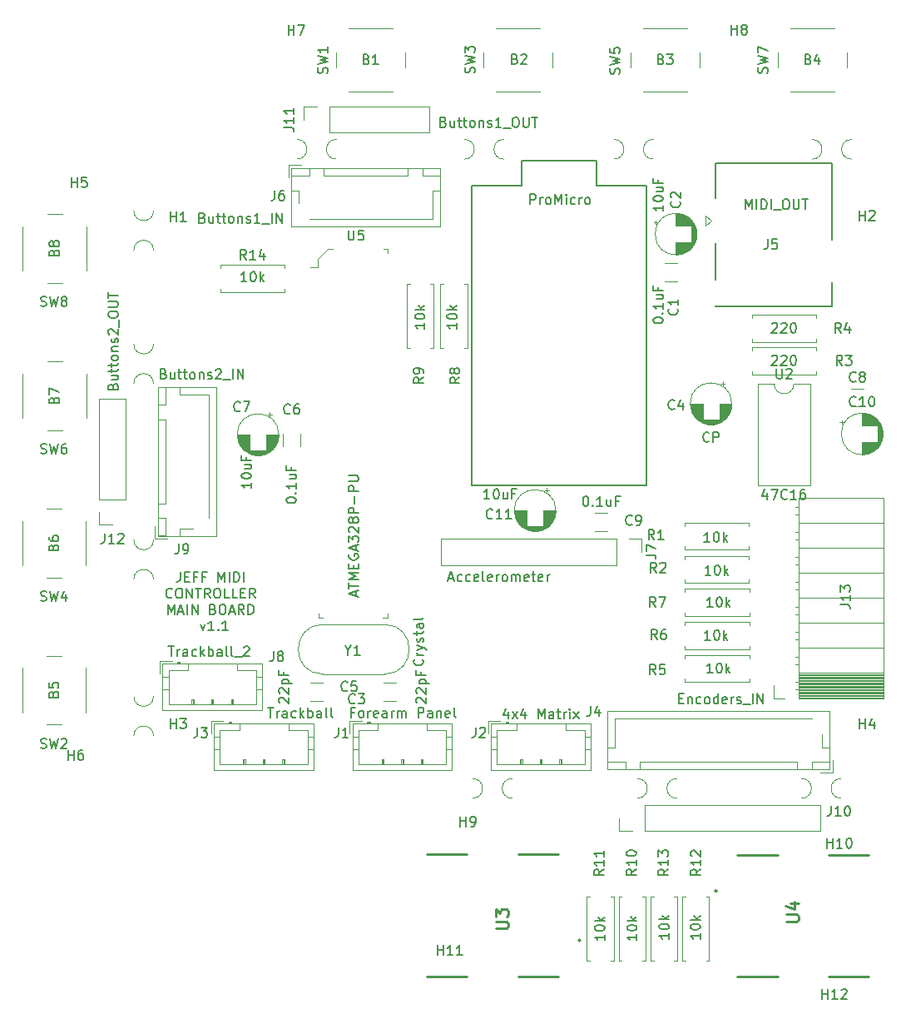
<source format=gbr>
G04 #@! TF.GenerationSoftware,KiCad,Pcbnew,(5.1.4-0-10_14)*
G04 #@! TF.CreationDate,2020-04-09T08:11:15-05:00*
G04 #@! TF.ProjectId,MIDI_CONTROLLER_MAIN_BOARD,4d494449-5f43-44f4-9e54-524f4c4c4552,rev?*
G04 #@! TF.SameCoordinates,Original*
G04 #@! TF.FileFunction,Legend,Top*
G04 #@! TF.FilePolarity,Positive*
%FSLAX46Y46*%
G04 Gerber Fmt 4.6, Leading zero omitted, Abs format (unit mm)*
G04 Created by KiCad (PCBNEW (5.1.4-0-10_14)) date 2020-04-09 08:11:15*
%MOMM*%
%LPD*%
G04 APERTURE LIST*
%ADD10C,0.150000*%
%ADD11C,0.100000*%
%ADD12C,0.120000*%
%ADD13C,0.254000*%
G04 APERTURE END LIST*
D10*
X102695809Y-142011380D02*
X102695809Y-142725666D01*
X102648190Y-142868523D01*
X102552952Y-142963761D01*
X102410095Y-143011380D01*
X102314857Y-143011380D01*
X103172000Y-142487571D02*
X103505333Y-142487571D01*
X103648190Y-143011380D02*
X103172000Y-143011380D01*
X103172000Y-142011380D01*
X103648190Y-142011380D01*
X104410095Y-142487571D02*
X104076761Y-142487571D01*
X104076761Y-143011380D02*
X104076761Y-142011380D01*
X104552952Y-142011380D01*
X105267238Y-142487571D02*
X104933904Y-142487571D01*
X104933904Y-143011380D02*
X104933904Y-142011380D01*
X105410095Y-142011380D01*
X106552952Y-143011380D02*
X106552952Y-142011380D01*
X106886285Y-142725666D01*
X107219619Y-142011380D01*
X107219619Y-143011380D01*
X107695809Y-143011380D02*
X107695809Y-142011380D01*
X108172000Y-143011380D02*
X108172000Y-142011380D01*
X108410095Y-142011380D01*
X108552952Y-142059000D01*
X108648190Y-142154238D01*
X108695809Y-142249476D01*
X108743428Y-142439952D01*
X108743428Y-142582809D01*
X108695809Y-142773285D01*
X108648190Y-142868523D01*
X108552952Y-142963761D01*
X108410095Y-143011380D01*
X108172000Y-143011380D01*
X109172000Y-143011380D02*
X109172000Y-142011380D01*
X101886285Y-144566142D02*
X101838666Y-144613761D01*
X101695809Y-144661380D01*
X101600571Y-144661380D01*
X101457714Y-144613761D01*
X101362476Y-144518523D01*
X101314857Y-144423285D01*
X101267238Y-144232809D01*
X101267238Y-144089952D01*
X101314857Y-143899476D01*
X101362476Y-143804238D01*
X101457714Y-143709000D01*
X101600571Y-143661380D01*
X101695809Y-143661380D01*
X101838666Y-143709000D01*
X101886285Y-143756619D01*
X102505333Y-143661380D02*
X102695809Y-143661380D01*
X102791047Y-143709000D01*
X102886285Y-143804238D01*
X102933904Y-143994714D01*
X102933904Y-144328047D01*
X102886285Y-144518523D01*
X102791047Y-144613761D01*
X102695809Y-144661380D01*
X102505333Y-144661380D01*
X102410095Y-144613761D01*
X102314857Y-144518523D01*
X102267238Y-144328047D01*
X102267238Y-143994714D01*
X102314857Y-143804238D01*
X102410095Y-143709000D01*
X102505333Y-143661380D01*
X103362476Y-144661380D02*
X103362476Y-143661380D01*
X103933904Y-144661380D01*
X103933904Y-143661380D01*
X104267238Y-143661380D02*
X104838666Y-143661380D01*
X104552952Y-144661380D02*
X104552952Y-143661380D01*
X105743428Y-144661380D02*
X105410095Y-144185190D01*
X105172000Y-144661380D02*
X105172000Y-143661380D01*
X105552952Y-143661380D01*
X105648190Y-143709000D01*
X105695809Y-143756619D01*
X105743428Y-143851857D01*
X105743428Y-143994714D01*
X105695809Y-144089952D01*
X105648190Y-144137571D01*
X105552952Y-144185190D01*
X105172000Y-144185190D01*
X106362476Y-143661380D02*
X106552952Y-143661380D01*
X106648190Y-143709000D01*
X106743428Y-143804238D01*
X106791047Y-143994714D01*
X106791047Y-144328047D01*
X106743428Y-144518523D01*
X106648190Y-144613761D01*
X106552952Y-144661380D01*
X106362476Y-144661380D01*
X106267238Y-144613761D01*
X106172000Y-144518523D01*
X106124380Y-144328047D01*
X106124380Y-143994714D01*
X106172000Y-143804238D01*
X106267238Y-143709000D01*
X106362476Y-143661380D01*
X107695809Y-144661380D02*
X107219619Y-144661380D01*
X107219619Y-143661380D01*
X108505333Y-144661380D02*
X108029142Y-144661380D01*
X108029142Y-143661380D01*
X108838666Y-144137571D02*
X109172000Y-144137571D01*
X109314857Y-144661380D02*
X108838666Y-144661380D01*
X108838666Y-143661380D01*
X109314857Y-143661380D01*
X110314857Y-144661380D02*
X109981523Y-144185190D01*
X109743428Y-144661380D02*
X109743428Y-143661380D01*
X110124380Y-143661380D01*
X110219619Y-143709000D01*
X110267238Y-143756619D01*
X110314857Y-143851857D01*
X110314857Y-143994714D01*
X110267238Y-144089952D01*
X110219619Y-144137571D01*
X110124380Y-144185190D01*
X109743428Y-144185190D01*
X101433904Y-146311380D02*
X101433904Y-145311380D01*
X101767238Y-146025666D01*
X102100571Y-145311380D01*
X102100571Y-146311380D01*
X102529142Y-146025666D02*
X103005333Y-146025666D01*
X102433904Y-146311380D02*
X102767238Y-145311380D01*
X103100571Y-146311380D01*
X103433904Y-146311380D02*
X103433904Y-145311380D01*
X103910095Y-146311380D02*
X103910095Y-145311380D01*
X104481523Y-146311380D01*
X104481523Y-145311380D01*
X106052952Y-145787571D02*
X106195809Y-145835190D01*
X106243428Y-145882809D01*
X106291047Y-145978047D01*
X106291047Y-146120904D01*
X106243428Y-146216142D01*
X106195809Y-146263761D01*
X106100571Y-146311380D01*
X105719619Y-146311380D01*
X105719619Y-145311380D01*
X106052952Y-145311380D01*
X106148190Y-145359000D01*
X106195809Y-145406619D01*
X106243428Y-145501857D01*
X106243428Y-145597095D01*
X106195809Y-145692333D01*
X106148190Y-145739952D01*
X106052952Y-145787571D01*
X105719619Y-145787571D01*
X106910095Y-145311380D02*
X107100571Y-145311380D01*
X107195809Y-145359000D01*
X107291047Y-145454238D01*
X107338666Y-145644714D01*
X107338666Y-145978047D01*
X107291047Y-146168523D01*
X107195809Y-146263761D01*
X107100571Y-146311380D01*
X106910095Y-146311380D01*
X106814857Y-146263761D01*
X106719619Y-146168523D01*
X106672000Y-145978047D01*
X106672000Y-145644714D01*
X106719619Y-145454238D01*
X106814857Y-145359000D01*
X106910095Y-145311380D01*
X107719619Y-146025666D02*
X108195809Y-146025666D01*
X107624380Y-146311380D02*
X107957714Y-145311380D01*
X108291047Y-146311380D01*
X109195809Y-146311380D02*
X108862476Y-145835190D01*
X108624380Y-146311380D02*
X108624380Y-145311380D01*
X109005333Y-145311380D01*
X109100571Y-145359000D01*
X109148190Y-145406619D01*
X109195809Y-145501857D01*
X109195809Y-145644714D01*
X109148190Y-145739952D01*
X109100571Y-145787571D01*
X109005333Y-145835190D01*
X108624380Y-145835190D01*
X109624380Y-146311380D02*
X109624380Y-145311380D01*
X109862476Y-145311380D01*
X110005333Y-145359000D01*
X110100571Y-145454238D01*
X110148190Y-145549476D01*
X110195809Y-145739952D01*
X110195809Y-145882809D01*
X110148190Y-146073285D01*
X110100571Y-146168523D01*
X110005333Y-146263761D01*
X109862476Y-146311380D01*
X109624380Y-146311380D01*
X104743428Y-147294714D02*
X104981523Y-147961380D01*
X105219619Y-147294714D01*
X106124380Y-147961380D02*
X105552952Y-147961380D01*
X105838666Y-147961380D02*
X105838666Y-146961380D01*
X105743428Y-147104238D01*
X105648190Y-147199476D01*
X105552952Y-147247095D01*
X106552952Y-147866142D02*
X106600571Y-147913761D01*
X106552952Y-147961380D01*
X106505333Y-147913761D01*
X106552952Y-147866142D01*
X106552952Y-147961380D01*
X107552952Y-147961380D02*
X106981523Y-147961380D01*
X107267238Y-147961380D02*
X107267238Y-146961380D01*
X107172000Y-147104238D01*
X107076761Y-147199476D01*
X106981523Y-147247095D01*
D11*
X169944800Y-163007800D02*
G75*
G03X169944800Y-165007800I0J-1000000D01*
G01*
X165944800Y-165007800D02*
G75*
G03X165944800Y-163007800I0J1000000D01*
G01*
X153231600Y-163007800D02*
G75*
G03X153231600Y-165007800I0J-1000000D01*
G01*
X149231600Y-165007800D02*
G75*
G03X149231600Y-163007800I0J1000000D01*
G01*
X136467600Y-163007800D02*
G75*
G03X136467600Y-165007800I0J-1000000D01*
G01*
X132467600Y-165007800D02*
G75*
G03X132467600Y-163007800I0J1000000D01*
G01*
X150844000Y-98009200D02*
G75*
G03X150844000Y-100009200I0J-1000000D01*
G01*
X146844000Y-100009200D02*
G75*
G03X146844000Y-98009200I0J1000000D01*
G01*
X135629400Y-98009200D02*
G75*
G03X135629400Y-100009200I0J-1000000D01*
G01*
X131629400Y-100009200D02*
G75*
G03X131629400Y-98009200I0J1000000D01*
G01*
X171011600Y-98009200D02*
G75*
G03X171011600Y-100009200I0J-1000000D01*
G01*
X167011600Y-100009200D02*
G75*
G03X167011600Y-98009200I0J1000000D01*
G01*
X114586000Y-100009200D02*
G75*
G03X114586000Y-98009200I0J1000000D01*
G01*
X118586000Y-98009200D02*
G75*
G03X118586000Y-100009200I0J-1000000D01*
G01*
X97983800Y-138741400D02*
G75*
G03X99983800Y-138741400I1000000J0D01*
G01*
X99983800Y-142741400D02*
G75*
G03X97983800Y-142741400I-1000000J0D01*
G01*
X97983800Y-118827800D02*
G75*
G03X99983800Y-118827800I1000000J0D01*
G01*
X99983800Y-122827800D02*
G75*
G03X97983800Y-122827800I-1000000J0D01*
G01*
X97983800Y-154667200D02*
G75*
G03X99983800Y-154667200I1000000J0D01*
G01*
X99983800Y-158667200D02*
G75*
G03X97983800Y-158667200I-1000000J0D01*
G01*
X97983800Y-105264200D02*
G75*
G03X99983800Y-105264200I1000000J0D01*
G01*
X99983800Y-109264200D02*
G75*
G03X97983800Y-109264200I-1000000J0D01*
G01*
D12*
X100606000Y-151052000D02*
X100606000Y-152302000D01*
X101856000Y-151052000D02*
X100606000Y-151052000D01*
X107966000Y-155462000D02*
X107966000Y-154962000D01*
X108066000Y-154962000D02*
X108066000Y-155462000D01*
X107866000Y-154962000D02*
X108066000Y-154962000D01*
X107866000Y-155462000D02*
X107866000Y-154962000D01*
X105966000Y-155462000D02*
X105966000Y-154962000D01*
X106066000Y-154962000D02*
X106066000Y-155462000D01*
X105866000Y-154962000D02*
X106066000Y-154962000D01*
X105866000Y-155462000D02*
X105866000Y-154962000D01*
X103966000Y-155462000D02*
X103966000Y-154962000D01*
X104066000Y-154962000D02*
X104066000Y-155462000D01*
X103866000Y-154962000D02*
X104066000Y-154962000D01*
X103866000Y-155462000D02*
X103866000Y-154962000D01*
X111026000Y-153962000D02*
X110416000Y-153962000D01*
X111026000Y-152662000D02*
X110416000Y-152662000D01*
X100906000Y-153962000D02*
X101516000Y-153962000D01*
X100906000Y-152662000D02*
X101516000Y-152662000D01*
X108466000Y-151962000D02*
X108466000Y-151352000D01*
X110416000Y-151962000D02*
X108466000Y-151962000D01*
X110416000Y-155462000D02*
X110416000Y-151962000D01*
X101516000Y-155462000D02*
X110416000Y-155462000D01*
X101516000Y-151962000D02*
X101516000Y-155462000D01*
X103466000Y-151962000D02*
X101516000Y-151962000D01*
X103466000Y-151352000D02*
X103466000Y-151962000D01*
X102666000Y-151252000D02*
X102366000Y-151252000D01*
X102366000Y-151152000D02*
X102366000Y-151352000D01*
X102666000Y-151152000D02*
X102366000Y-151152000D01*
X102666000Y-151352000D02*
X102666000Y-151152000D01*
X111026000Y-151352000D02*
X100906000Y-151352000D01*
X111026000Y-156072000D02*
X111026000Y-151352000D01*
X100906000Y-156072000D02*
X111026000Y-156072000D01*
X100906000Y-151352000D02*
X100906000Y-156072000D01*
D10*
X157214000Y-100462000D02*
X169014000Y-100462000D01*
X157214000Y-104012000D02*
X157214000Y-100462000D01*
X157214000Y-112262000D02*
X157214000Y-108512000D01*
X157214000Y-114962000D02*
X157214000Y-114862000D01*
X169014000Y-114962000D02*
X157214000Y-114962000D01*
X169014000Y-112562000D02*
X169014000Y-114962000D01*
X169014000Y-100462000D02*
X169014000Y-108212000D01*
D12*
X156714000Y-106262000D02*
X156164000Y-105762000D01*
X156164000Y-105762000D02*
X156164000Y-106762000D01*
X156164000Y-106762000D02*
X156714000Y-106262000D01*
X147361600Y-168360400D02*
X147361600Y-167030400D01*
X148691600Y-168360400D02*
X147361600Y-168360400D01*
X149961600Y-168360400D02*
X149961600Y-165700400D01*
X149961600Y-165700400D02*
X167801600Y-165700400D01*
X149961600Y-168360400D02*
X167801600Y-168360400D01*
X167801600Y-168360400D02*
X167801600Y-165700400D01*
X164211000Y-154873000D02*
X163101000Y-154873000D01*
X163101000Y-154873000D02*
X163101000Y-153543000D01*
X174301000Y-154873000D02*
X174301000Y-134433000D01*
X174301000Y-134433000D02*
X165671000Y-134433000D01*
X165671000Y-154873000D02*
X165671000Y-134433000D01*
X174301000Y-154873000D02*
X165671000Y-154873000D01*
X174301000Y-137033000D02*
X165671000Y-137033000D01*
X174301000Y-139573000D02*
X165671000Y-139573000D01*
X174301000Y-142113000D02*
X165671000Y-142113000D01*
X174301000Y-144653000D02*
X165671000Y-144653000D01*
X174301000Y-147193000D02*
X165671000Y-147193000D01*
X174301000Y-149733000D02*
X165671000Y-149733000D01*
X174301000Y-152273000D02*
X165671000Y-152273000D01*
X165671000Y-135403000D02*
X165261000Y-135403000D01*
X165671000Y-136123000D02*
X165261000Y-136123000D01*
X165671000Y-137943000D02*
X165261000Y-137943000D01*
X165671000Y-138663000D02*
X165261000Y-138663000D01*
X165671000Y-140483000D02*
X165261000Y-140483000D01*
X165671000Y-141203000D02*
X165261000Y-141203000D01*
X165671000Y-143023000D02*
X165261000Y-143023000D01*
X165671000Y-143743000D02*
X165261000Y-143743000D01*
X165671000Y-145563000D02*
X165261000Y-145563000D01*
X165671000Y-146283000D02*
X165261000Y-146283000D01*
X165671000Y-148103000D02*
X165261000Y-148103000D01*
X165671000Y-148823000D02*
X165261000Y-148823000D01*
X165671000Y-150643000D02*
X165261000Y-150643000D01*
X165671000Y-151363000D02*
X165261000Y-151363000D01*
X165671000Y-153183000D02*
X165321000Y-153183000D01*
X165671000Y-153903000D02*
X165321000Y-153903000D01*
X174301000Y-152391100D02*
X165671000Y-152391100D01*
X174301000Y-152509195D02*
X165671000Y-152509195D01*
X174301000Y-152627290D02*
X165671000Y-152627290D01*
X174301000Y-152745385D02*
X165671000Y-152745385D01*
X174301000Y-152863480D02*
X165671000Y-152863480D01*
X174301000Y-152981575D02*
X165671000Y-152981575D01*
X174301000Y-153099670D02*
X165671000Y-153099670D01*
X174301000Y-153217765D02*
X165671000Y-153217765D01*
X174301000Y-153335860D02*
X165671000Y-153335860D01*
X174301000Y-153453955D02*
X165671000Y-153453955D01*
X174301000Y-153572050D02*
X165671000Y-153572050D01*
X174301000Y-153690145D02*
X165671000Y-153690145D01*
X174301000Y-153808240D02*
X165671000Y-153808240D01*
X174301000Y-153926335D02*
X165671000Y-153926335D01*
X174301000Y-154044430D02*
X165671000Y-154044430D01*
X174301000Y-154162525D02*
X165671000Y-154162525D01*
X174301000Y-154280620D02*
X165671000Y-154280620D01*
X174301000Y-154398715D02*
X165671000Y-154398715D01*
X174301000Y-154516810D02*
X165671000Y-154516810D01*
X174301000Y-154634905D02*
X165671000Y-154634905D01*
X174301000Y-154753000D02*
X165671000Y-154753000D01*
X151080199Y-106237500D02*
X151080199Y-106637500D01*
X150880199Y-106437500D02*
X151280199Y-106437500D01*
X155231000Y-107262500D02*
X155231000Y-108002500D01*
X155191000Y-107095500D02*
X155191000Y-108169500D01*
X155151000Y-106968500D02*
X155151000Y-108296500D01*
X155111000Y-106864500D02*
X155111000Y-108400500D01*
X155071000Y-106773500D02*
X155071000Y-108491500D01*
X155031000Y-106692500D02*
X155031000Y-108572500D01*
X154991000Y-106619500D02*
X154991000Y-108645500D01*
X154951000Y-106552500D02*
X154951000Y-108712500D01*
X154911000Y-106490500D02*
X154911000Y-108774500D01*
X154871000Y-106432500D02*
X154871000Y-108832500D01*
X154831000Y-106378500D02*
X154831000Y-108886500D01*
X154791000Y-106328500D02*
X154791000Y-108936500D01*
X154751000Y-106281500D02*
X154751000Y-108983500D01*
X154711000Y-108472500D02*
X154711000Y-109028500D01*
X154711000Y-106236500D02*
X154711000Y-106792500D01*
X154671000Y-108472500D02*
X154671000Y-109070500D01*
X154671000Y-106194500D02*
X154671000Y-106792500D01*
X154631000Y-108472500D02*
X154631000Y-109110500D01*
X154631000Y-106154500D02*
X154631000Y-106792500D01*
X154591000Y-108472500D02*
X154591000Y-109148500D01*
X154591000Y-106116500D02*
X154591000Y-106792500D01*
X154551000Y-108472500D02*
X154551000Y-109184500D01*
X154551000Y-106080500D02*
X154551000Y-106792500D01*
X154511000Y-108472500D02*
X154511000Y-109219500D01*
X154511000Y-106045500D02*
X154511000Y-106792500D01*
X154471000Y-108472500D02*
X154471000Y-109251500D01*
X154471000Y-106013500D02*
X154471000Y-106792500D01*
X154431000Y-108472500D02*
X154431000Y-109282500D01*
X154431000Y-105982500D02*
X154431000Y-106792500D01*
X154391000Y-108472500D02*
X154391000Y-109312500D01*
X154391000Y-105952500D02*
X154391000Y-106792500D01*
X154351000Y-108472500D02*
X154351000Y-109340500D01*
X154351000Y-105924500D02*
X154351000Y-106792500D01*
X154311000Y-108472500D02*
X154311000Y-109367500D01*
X154311000Y-105897500D02*
X154311000Y-106792500D01*
X154271000Y-108472500D02*
X154271000Y-109392500D01*
X154271000Y-105872500D02*
X154271000Y-106792500D01*
X154231000Y-108472500D02*
X154231000Y-109417500D01*
X154231000Y-105847500D02*
X154231000Y-106792500D01*
X154191000Y-108472500D02*
X154191000Y-109440500D01*
X154191000Y-105824500D02*
X154191000Y-106792500D01*
X154151000Y-108472500D02*
X154151000Y-109462500D01*
X154151000Y-105802500D02*
X154151000Y-106792500D01*
X154111000Y-108472500D02*
X154111000Y-109483500D01*
X154111000Y-105781500D02*
X154111000Y-106792500D01*
X154071000Y-108472500D02*
X154071000Y-109502500D01*
X154071000Y-105762500D02*
X154071000Y-106792500D01*
X154031000Y-108472500D02*
X154031000Y-109521500D01*
X154031000Y-105743500D02*
X154031000Y-106792500D01*
X153991000Y-108472500D02*
X153991000Y-109539500D01*
X153991000Y-105725500D02*
X153991000Y-106792500D01*
X153951000Y-108472500D02*
X153951000Y-109556500D01*
X153951000Y-105708500D02*
X153951000Y-106792500D01*
X153911000Y-108472500D02*
X153911000Y-109572500D01*
X153911000Y-105692500D02*
X153911000Y-106792500D01*
X153871000Y-108472500D02*
X153871000Y-109586500D01*
X153871000Y-105678500D02*
X153871000Y-106792500D01*
X153830000Y-108472500D02*
X153830000Y-109600500D01*
X153830000Y-105664500D02*
X153830000Y-106792500D01*
X153790000Y-108472500D02*
X153790000Y-109614500D01*
X153790000Y-105650500D02*
X153790000Y-106792500D01*
X153750000Y-108472500D02*
X153750000Y-109626500D01*
X153750000Y-105638500D02*
X153750000Y-106792500D01*
X153710000Y-108472500D02*
X153710000Y-109637500D01*
X153710000Y-105627500D02*
X153710000Y-106792500D01*
X153670000Y-108472500D02*
X153670000Y-109648500D01*
X153670000Y-105616500D02*
X153670000Y-106792500D01*
X153630000Y-108472500D02*
X153630000Y-109657500D01*
X153630000Y-105607500D02*
X153630000Y-106792500D01*
X153590000Y-108472500D02*
X153590000Y-109666500D01*
X153590000Y-105598500D02*
X153590000Y-106792500D01*
X153550000Y-108472500D02*
X153550000Y-109674500D01*
X153550000Y-105590500D02*
X153550000Y-106792500D01*
X153510000Y-108472500D02*
X153510000Y-109682500D01*
X153510000Y-105582500D02*
X153510000Y-106792500D01*
X153470000Y-108472500D02*
X153470000Y-109688500D01*
X153470000Y-105576500D02*
X153470000Y-106792500D01*
X153430000Y-108472500D02*
X153430000Y-109694500D01*
X153430000Y-105570500D02*
X153430000Y-106792500D01*
X153390000Y-108472500D02*
X153390000Y-109699500D01*
X153390000Y-105565500D02*
X153390000Y-106792500D01*
X153350000Y-108472500D02*
X153350000Y-109703500D01*
X153350000Y-105561500D02*
X153350000Y-106792500D01*
X153310000Y-108472500D02*
X153310000Y-109706500D01*
X153310000Y-105558500D02*
X153310000Y-106792500D01*
X153270000Y-108472500D02*
X153270000Y-109709500D01*
X153270000Y-105555500D02*
X153270000Y-106792500D01*
X153230000Y-105553500D02*
X153230000Y-106792500D01*
X153230000Y-108472500D02*
X153230000Y-109711500D01*
X153190000Y-105552500D02*
X153190000Y-106792500D01*
X153190000Y-108472500D02*
X153190000Y-109712500D01*
X153150000Y-105552500D02*
X153150000Y-106792500D01*
X153150000Y-108472500D02*
X153150000Y-109712500D01*
X155270000Y-107632500D02*
G75*
G03X155270000Y-107632500I-2120000J0D01*
G01*
X152045000Y-112426000D02*
X153303000Y-112426000D01*
X152045000Y-110586000D02*
X153303000Y-110586000D01*
X95808800Y-137194600D02*
X94478800Y-137194600D01*
X94478800Y-137194600D02*
X94478800Y-135864600D01*
X94478800Y-134594600D02*
X94478800Y-124374600D01*
X97138800Y-124374600D02*
X94478800Y-124374600D01*
X97138800Y-134594600D02*
X97138800Y-124374600D01*
X97138800Y-134594600D02*
X94478800Y-134594600D01*
X115256000Y-95986600D02*
X115256000Y-94656600D01*
X115256000Y-94656600D02*
X116586000Y-94656600D01*
X117856000Y-94656600D02*
X128076000Y-94656600D01*
X128076000Y-97316600D02*
X128076000Y-94656600D01*
X117856000Y-97316600D02*
X128076000Y-97316600D01*
X117856000Y-97316600D02*
X117856000Y-94656600D01*
X113736000Y-100628000D02*
X113736000Y-101878000D01*
X114986000Y-100628000D02*
X113736000Y-100628000D01*
X128386000Y-106128000D02*
X121586000Y-106128000D01*
X128386000Y-103178000D02*
X128386000Y-106128000D01*
X129136000Y-103178000D02*
X128386000Y-103178000D01*
X121586000Y-106128000D02*
X115846000Y-106128000D01*
X114786000Y-103178000D02*
X114786000Y-104518000D01*
X114036000Y-103178000D02*
X114786000Y-103178000D01*
X129136000Y-100928000D02*
X127336000Y-100928000D01*
X129136000Y-101678000D02*
X129136000Y-100928000D01*
X127336000Y-101678000D02*
X129136000Y-101678000D01*
X127336000Y-100928000D02*
X127336000Y-101678000D01*
X115836000Y-100928000D02*
X114036000Y-100928000D01*
X115836000Y-101678000D02*
X115836000Y-100928000D01*
X114036000Y-101678000D02*
X115836000Y-101678000D01*
X114036000Y-100928000D02*
X114036000Y-101678000D01*
X125836000Y-100928000D02*
X117336000Y-100928000D01*
X125836000Y-101678000D02*
X125836000Y-100928000D01*
X117336000Y-101678000D02*
X125836000Y-101678000D01*
X117336000Y-100928000D02*
X117336000Y-101678000D01*
X129146000Y-100918000D02*
X114026000Y-100918000D01*
X129146000Y-106888000D02*
X129146000Y-100918000D01*
X114026000Y-106888000D02*
X129146000Y-106888000D01*
X114026000Y-100918000D02*
X114026000Y-106888000D01*
X117234000Y-147335000D02*
G75*
G03X117234000Y-152385000I0J-2525000D01*
G01*
X123484000Y-147335000D02*
G75*
G02X123484000Y-152385000I0J-2525000D01*
G01*
X123484000Y-147335000D02*
X117234000Y-147335000D01*
X123484000Y-152385000D02*
X117234000Y-152385000D01*
D11*
X123802500Y-109177500D02*
X123402500Y-109177500D01*
X123802500Y-109577500D02*
X123802500Y-109177500D01*
X116722500Y-110177500D02*
X116722500Y-110977500D01*
X117722500Y-109177500D02*
X116722500Y-110177500D01*
X118222500Y-109177500D02*
X117722500Y-109177500D01*
X116722500Y-110977500D02*
X115922500Y-110977500D01*
X116822500Y-146667500D02*
X117222500Y-146667500D01*
X116822500Y-146267500D02*
X116822500Y-146667500D01*
X123822500Y-146667500D02*
X123322500Y-146667500D01*
X123822500Y-146267500D02*
X123822500Y-146667500D01*
D13*
X157309700Y-174415400D02*
G75*
G03X157309700Y-174415400I-82100J0D01*
G01*
X159390600Y-183148400D02*
X163490600Y-183148400D01*
X172790600Y-183148400D02*
X168690600Y-183148400D01*
X159390600Y-170748400D02*
X163490600Y-170748400D01*
X172790600Y-170748400D02*
X168690600Y-170748400D01*
X143412700Y-179469400D02*
G75*
G03X143412700Y-179469400I-82100J0D01*
G01*
X141167600Y-170736400D02*
X137067600Y-170736400D01*
X127767600Y-170736400D02*
X131867600Y-170736400D01*
X141167600Y-183136400D02*
X137067600Y-183136400D01*
X127767600Y-183136400D02*
X131867600Y-183136400D01*
D12*
X90680800Y-105619600D02*
X89180800Y-105619600D01*
X86680800Y-106869600D02*
X86680800Y-111369600D01*
X89180800Y-112619600D02*
X90680800Y-112619600D01*
X93180800Y-111369600D02*
X93180800Y-106869600D01*
X170516500Y-90668100D02*
X170516500Y-89168100D01*
X169266500Y-86668100D02*
X164766500Y-86668100D01*
X163516500Y-89168100D02*
X163516500Y-90668100D01*
X164766500Y-93168100D02*
X169266500Y-93168100D01*
X90680800Y-120605600D02*
X89180800Y-120605600D01*
X86680800Y-121855600D02*
X86680800Y-126355600D01*
X89180800Y-127605600D02*
X90680800Y-127605600D01*
X93180800Y-126355600D02*
X93180800Y-121855600D01*
X155530500Y-90668100D02*
X155530500Y-89168100D01*
X154280500Y-86668100D02*
X149780500Y-86668100D01*
X148530500Y-89168100D02*
X148530500Y-90668100D01*
X149780500Y-93168100D02*
X154280500Y-93168100D01*
X90617300Y-135591600D02*
X89117300Y-135591600D01*
X86617300Y-136841600D02*
X86617300Y-141341600D01*
X89117300Y-142591600D02*
X90617300Y-142591600D01*
X93117300Y-141341600D02*
X93117300Y-136841600D01*
X140544500Y-90668100D02*
X140544500Y-89168100D01*
X139294500Y-86668100D02*
X134794500Y-86668100D01*
X133544500Y-89168100D02*
X133544500Y-90668100D01*
X134794500Y-93168100D02*
X139294500Y-93168100D01*
X90617300Y-150514100D02*
X89117300Y-150514100D01*
X86617300Y-151764100D02*
X86617300Y-156264100D01*
X89117300Y-157514100D02*
X90617300Y-157514100D01*
X93117300Y-156264100D02*
X93117300Y-151764100D01*
X125558500Y-90668100D02*
X125558500Y-89168100D01*
X124308500Y-86668100D02*
X119808500Y-86668100D01*
X118558500Y-89168100D02*
X118558500Y-90668100D01*
X119808500Y-93168100D02*
X124308500Y-93168100D01*
X113315500Y-113511000D02*
X113315500Y-113181000D01*
X106775500Y-113511000D02*
X113315500Y-113511000D01*
X106775500Y-113181000D02*
X106775500Y-113511000D01*
X113315500Y-110771000D02*
X113315500Y-111101000D01*
X106775500Y-110771000D02*
X113315500Y-110771000D01*
X106775500Y-111101000D02*
X106775500Y-110771000D01*
X150555866Y-181527200D02*
X150885866Y-181527200D01*
X150555866Y-174987200D02*
X150555866Y-181527200D01*
X150885866Y-174987200D02*
X150555866Y-174987200D01*
X153295866Y-181527200D02*
X152965866Y-181527200D01*
X153295866Y-174987200D02*
X153295866Y-181527200D01*
X152965866Y-174987200D02*
X153295866Y-174987200D01*
X153798600Y-181527200D02*
X154128600Y-181527200D01*
X153798600Y-174987200D02*
X153798600Y-181527200D01*
X154128600Y-174987200D02*
X153798600Y-174987200D01*
X156538600Y-181527200D02*
X156208600Y-181527200D01*
X156538600Y-174987200D02*
X156538600Y-181527200D01*
X156208600Y-174987200D02*
X156538600Y-174987200D01*
X144070400Y-181527200D02*
X144400400Y-181527200D01*
X144070400Y-174987200D02*
X144070400Y-181527200D01*
X144400400Y-174987200D02*
X144070400Y-174987200D01*
X146810400Y-181527200D02*
X146480400Y-181527200D01*
X146810400Y-174987200D02*
X146810400Y-181527200D01*
X146480400Y-174987200D02*
X146810400Y-174987200D01*
X147313133Y-181527200D02*
X147643133Y-181527200D01*
X147313133Y-174987200D02*
X147313133Y-181527200D01*
X147643133Y-174987200D02*
X147313133Y-174987200D01*
X150053133Y-181527200D02*
X149723133Y-181527200D01*
X150053133Y-174987200D02*
X150053133Y-181527200D01*
X149723133Y-174987200D02*
X150053133Y-174987200D01*
X100120000Y-138613000D02*
X101370000Y-138613000D01*
X100120000Y-137363000D02*
X100120000Y-138613000D01*
X105620000Y-123963000D02*
X105620000Y-130763000D01*
X102670000Y-123963000D02*
X105620000Y-123963000D01*
X102670000Y-123213000D02*
X102670000Y-123963000D01*
X105620000Y-130763000D02*
X105620000Y-136503000D01*
X102670000Y-137563000D02*
X104010000Y-137563000D01*
X102670000Y-138313000D02*
X102670000Y-137563000D01*
X100420000Y-123213000D02*
X100420000Y-125013000D01*
X101170000Y-123213000D02*
X100420000Y-123213000D01*
X101170000Y-125013000D02*
X101170000Y-123213000D01*
X100420000Y-125013000D02*
X101170000Y-125013000D01*
X100420000Y-136513000D02*
X100420000Y-138313000D01*
X101170000Y-136513000D02*
X100420000Y-136513000D01*
X101170000Y-138313000D02*
X101170000Y-136513000D01*
X100420000Y-138313000D02*
X101170000Y-138313000D01*
X100420000Y-126513000D02*
X100420000Y-135013000D01*
X101170000Y-126513000D02*
X100420000Y-126513000D01*
X101170000Y-135013000D02*
X101170000Y-126513000D01*
X100420000Y-135013000D02*
X101170000Y-135013000D01*
X100410000Y-123203000D02*
X100410000Y-138323000D01*
X106380000Y-123203000D02*
X100410000Y-123203000D01*
X106380000Y-138323000D02*
X106380000Y-123203000D01*
X100410000Y-138323000D02*
X106380000Y-138323000D01*
X169093000Y-162389000D02*
X169093000Y-161139000D01*
X167843000Y-162389000D02*
X169093000Y-162389000D01*
X146943000Y-156889000D02*
X157493000Y-156889000D01*
X146943000Y-159839000D02*
X146943000Y-156889000D01*
X146193000Y-159839000D02*
X146943000Y-159839000D01*
X157493000Y-156889000D02*
X166983000Y-156889000D01*
X168043000Y-159839000D02*
X168043000Y-158499000D01*
X168793000Y-159839000D02*
X168043000Y-159839000D01*
X146193000Y-162089000D02*
X147993000Y-162089000D01*
X146193000Y-161339000D02*
X146193000Y-162089000D01*
X147993000Y-161339000D02*
X146193000Y-161339000D01*
X147993000Y-162089000D02*
X147993000Y-161339000D01*
X166993000Y-162089000D02*
X168793000Y-162089000D01*
X166993000Y-161339000D02*
X166993000Y-162089000D01*
X168793000Y-161339000D02*
X166993000Y-161339000D01*
X168793000Y-162089000D02*
X168793000Y-161339000D01*
X149493000Y-162089000D02*
X165493000Y-162089000D01*
X149493000Y-161339000D02*
X149493000Y-162089000D01*
X165493000Y-161339000D02*
X149493000Y-161339000D01*
X165493000Y-162089000D02*
X165493000Y-161339000D01*
X146183000Y-162099000D02*
X168803000Y-162099000D01*
X146183000Y-156129000D02*
X146183000Y-162099000D01*
X168803000Y-156129000D02*
X146183000Y-156129000D01*
X168803000Y-162099000D02*
X168803000Y-156129000D01*
X140206000Y-133681199D02*
X139806000Y-133681199D01*
X140006000Y-133481199D02*
X140006000Y-133881199D01*
X139181000Y-137832000D02*
X138441000Y-137832000D01*
X139348000Y-137792000D02*
X138274000Y-137792000D01*
X139475000Y-137752000D02*
X138147000Y-137752000D01*
X139579000Y-137712000D02*
X138043000Y-137712000D01*
X139670000Y-137672000D02*
X137952000Y-137672000D01*
X139751000Y-137632000D02*
X137871000Y-137632000D01*
X139824000Y-137592000D02*
X137798000Y-137592000D01*
X139891000Y-137552000D02*
X137731000Y-137552000D01*
X139953000Y-137512000D02*
X137669000Y-137512000D01*
X140011000Y-137472000D02*
X137611000Y-137472000D01*
X140065000Y-137432000D02*
X137557000Y-137432000D01*
X140115000Y-137392000D02*
X137507000Y-137392000D01*
X140162000Y-137352000D02*
X137460000Y-137352000D01*
X137971000Y-137312000D02*
X137415000Y-137312000D01*
X140207000Y-137312000D02*
X139651000Y-137312000D01*
X137971000Y-137272000D02*
X137373000Y-137272000D01*
X140249000Y-137272000D02*
X139651000Y-137272000D01*
X137971000Y-137232000D02*
X137333000Y-137232000D01*
X140289000Y-137232000D02*
X139651000Y-137232000D01*
X137971000Y-137192000D02*
X137295000Y-137192000D01*
X140327000Y-137192000D02*
X139651000Y-137192000D01*
X137971000Y-137152000D02*
X137259000Y-137152000D01*
X140363000Y-137152000D02*
X139651000Y-137152000D01*
X137971000Y-137112000D02*
X137224000Y-137112000D01*
X140398000Y-137112000D02*
X139651000Y-137112000D01*
X137971000Y-137072000D02*
X137192000Y-137072000D01*
X140430000Y-137072000D02*
X139651000Y-137072000D01*
X137971000Y-137032000D02*
X137161000Y-137032000D01*
X140461000Y-137032000D02*
X139651000Y-137032000D01*
X137971000Y-136992000D02*
X137131000Y-136992000D01*
X140491000Y-136992000D02*
X139651000Y-136992000D01*
X137971000Y-136952000D02*
X137103000Y-136952000D01*
X140519000Y-136952000D02*
X139651000Y-136952000D01*
X137971000Y-136912000D02*
X137076000Y-136912000D01*
X140546000Y-136912000D02*
X139651000Y-136912000D01*
X137971000Y-136872000D02*
X137051000Y-136872000D01*
X140571000Y-136872000D02*
X139651000Y-136872000D01*
X137971000Y-136832000D02*
X137026000Y-136832000D01*
X140596000Y-136832000D02*
X139651000Y-136832000D01*
X137971000Y-136792000D02*
X137003000Y-136792000D01*
X140619000Y-136792000D02*
X139651000Y-136792000D01*
X137971000Y-136752000D02*
X136981000Y-136752000D01*
X140641000Y-136752000D02*
X139651000Y-136752000D01*
X137971000Y-136712000D02*
X136960000Y-136712000D01*
X140662000Y-136712000D02*
X139651000Y-136712000D01*
X137971000Y-136672000D02*
X136941000Y-136672000D01*
X140681000Y-136672000D02*
X139651000Y-136672000D01*
X137971000Y-136632000D02*
X136922000Y-136632000D01*
X140700000Y-136632000D02*
X139651000Y-136632000D01*
X137971000Y-136592000D02*
X136904000Y-136592000D01*
X140718000Y-136592000D02*
X139651000Y-136592000D01*
X137971000Y-136552000D02*
X136887000Y-136552000D01*
X140735000Y-136552000D02*
X139651000Y-136552000D01*
X137971000Y-136512000D02*
X136871000Y-136512000D01*
X140751000Y-136512000D02*
X139651000Y-136512000D01*
X137971000Y-136472000D02*
X136857000Y-136472000D01*
X140765000Y-136472000D02*
X139651000Y-136472000D01*
X137971000Y-136431000D02*
X136843000Y-136431000D01*
X140779000Y-136431000D02*
X139651000Y-136431000D01*
X137971000Y-136391000D02*
X136829000Y-136391000D01*
X140793000Y-136391000D02*
X139651000Y-136391000D01*
X137971000Y-136351000D02*
X136817000Y-136351000D01*
X140805000Y-136351000D02*
X139651000Y-136351000D01*
X137971000Y-136311000D02*
X136806000Y-136311000D01*
X140816000Y-136311000D02*
X139651000Y-136311000D01*
X137971000Y-136271000D02*
X136795000Y-136271000D01*
X140827000Y-136271000D02*
X139651000Y-136271000D01*
X137971000Y-136231000D02*
X136786000Y-136231000D01*
X140836000Y-136231000D02*
X139651000Y-136231000D01*
X137971000Y-136191000D02*
X136777000Y-136191000D01*
X140845000Y-136191000D02*
X139651000Y-136191000D01*
X137971000Y-136151000D02*
X136769000Y-136151000D01*
X140853000Y-136151000D02*
X139651000Y-136151000D01*
X137971000Y-136111000D02*
X136761000Y-136111000D01*
X140861000Y-136111000D02*
X139651000Y-136111000D01*
X137971000Y-136071000D02*
X136755000Y-136071000D01*
X140867000Y-136071000D02*
X139651000Y-136071000D01*
X137971000Y-136031000D02*
X136749000Y-136031000D01*
X140873000Y-136031000D02*
X139651000Y-136031000D01*
X137971000Y-135991000D02*
X136744000Y-135991000D01*
X140878000Y-135991000D02*
X139651000Y-135991000D01*
X137971000Y-135951000D02*
X136740000Y-135951000D01*
X140882000Y-135951000D02*
X139651000Y-135951000D01*
X137971000Y-135911000D02*
X136737000Y-135911000D01*
X140885000Y-135911000D02*
X139651000Y-135911000D01*
X137971000Y-135871000D02*
X136734000Y-135871000D01*
X140888000Y-135871000D02*
X139651000Y-135871000D01*
X140890000Y-135831000D02*
X139651000Y-135831000D01*
X137971000Y-135831000D02*
X136732000Y-135831000D01*
X140891000Y-135791000D02*
X139651000Y-135791000D01*
X137971000Y-135791000D02*
X136731000Y-135791000D01*
X140891000Y-135751000D02*
X139651000Y-135751000D01*
X137971000Y-135751000D02*
X136731000Y-135751000D01*
X140931000Y-135751000D02*
G75*
G03X140931000Y-135751000I-2120000J0D01*
G01*
X170027199Y-126557500D02*
X170027199Y-126957500D01*
X169827199Y-126757500D02*
X170227199Y-126757500D01*
X174178000Y-127582500D02*
X174178000Y-128322500D01*
X174138000Y-127415500D02*
X174138000Y-128489500D01*
X174098000Y-127288500D02*
X174098000Y-128616500D01*
X174058000Y-127184500D02*
X174058000Y-128720500D01*
X174018000Y-127093500D02*
X174018000Y-128811500D01*
X173978000Y-127012500D02*
X173978000Y-128892500D01*
X173938000Y-126939500D02*
X173938000Y-128965500D01*
X173898000Y-126872500D02*
X173898000Y-129032500D01*
X173858000Y-126810500D02*
X173858000Y-129094500D01*
X173818000Y-126752500D02*
X173818000Y-129152500D01*
X173778000Y-126698500D02*
X173778000Y-129206500D01*
X173738000Y-126648500D02*
X173738000Y-129256500D01*
X173698000Y-126601500D02*
X173698000Y-129303500D01*
X173658000Y-128792500D02*
X173658000Y-129348500D01*
X173658000Y-126556500D02*
X173658000Y-127112500D01*
X173618000Y-128792500D02*
X173618000Y-129390500D01*
X173618000Y-126514500D02*
X173618000Y-127112500D01*
X173578000Y-128792500D02*
X173578000Y-129430500D01*
X173578000Y-126474500D02*
X173578000Y-127112500D01*
X173538000Y-128792500D02*
X173538000Y-129468500D01*
X173538000Y-126436500D02*
X173538000Y-127112500D01*
X173498000Y-128792500D02*
X173498000Y-129504500D01*
X173498000Y-126400500D02*
X173498000Y-127112500D01*
X173458000Y-128792500D02*
X173458000Y-129539500D01*
X173458000Y-126365500D02*
X173458000Y-127112500D01*
X173418000Y-128792500D02*
X173418000Y-129571500D01*
X173418000Y-126333500D02*
X173418000Y-127112500D01*
X173378000Y-128792500D02*
X173378000Y-129602500D01*
X173378000Y-126302500D02*
X173378000Y-127112500D01*
X173338000Y-128792500D02*
X173338000Y-129632500D01*
X173338000Y-126272500D02*
X173338000Y-127112500D01*
X173298000Y-128792500D02*
X173298000Y-129660500D01*
X173298000Y-126244500D02*
X173298000Y-127112500D01*
X173258000Y-128792500D02*
X173258000Y-129687500D01*
X173258000Y-126217500D02*
X173258000Y-127112500D01*
X173218000Y-128792500D02*
X173218000Y-129712500D01*
X173218000Y-126192500D02*
X173218000Y-127112500D01*
X173178000Y-128792500D02*
X173178000Y-129737500D01*
X173178000Y-126167500D02*
X173178000Y-127112500D01*
X173138000Y-128792500D02*
X173138000Y-129760500D01*
X173138000Y-126144500D02*
X173138000Y-127112500D01*
X173098000Y-128792500D02*
X173098000Y-129782500D01*
X173098000Y-126122500D02*
X173098000Y-127112500D01*
X173058000Y-128792500D02*
X173058000Y-129803500D01*
X173058000Y-126101500D02*
X173058000Y-127112500D01*
X173018000Y-128792500D02*
X173018000Y-129822500D01*
X173018000Y-126082500D02*
X173018000Y-127112500D01*
X172978000Y-128792500D02*
X172978000Y-129841500D01*
X172978000Y-126063500D02*
X172978000Y-127112500D01*
X172938000Y-128792500D02*
X172938000Y-129859500D01*
X172938000Y-126045500D02*
X172938000Y-127112500D01*
X172898000Y-128792500D02*
X172898000Y-129876500D01*
X172898000Y-126028500D02*
X172898000Y-127112500D01*
X172858000Y-128792500D02*
X172858000Y-129892500D01*
X172858000Y-126012500D02*
X172858000Y-127112500D01*
X172818000Y-128792500D02*
X172818000Y-129906500D01*
X172818000Y-125998500D02*
X172818000Y-127112500D01*
X172777000Y-128792500D02*
X172777000Y-129920500D01*
X172777000Y-125984500D02*
X172777000Y-127112500D01*
X172737000Y-128792500D02*
X172737000Y-129934500D01*
X172737000Y-125970500D02*
X172737000Y-127112500D01*
X172697000Y-128792500D02*
X172697000Y-129946500D01*
X172697000Y-125958500D02*
X172697000Y-127112500D01*
X172657000Y-128792500D02*
X172657000Y-129957500D01*
X172657000Y-125947500D02*
X172657000Y-127112500D01*
X172617000Y-128792500D02*
X172617000Y-129968500D01*
X172617000Y-125936500D02*
X172617000Y-127112500D01*
X172577000Y-128792500D02*
X172577000Y-129977500D01*
X172577000Y-125927500D02*
X172577000Y-127112500D01*
X172537000Y-128792500D02*
X172537000Y-129986500D01*
X172537000Y-125918500D02*
X172537000Y-127112500D01*
X172497000Y-128792500D02*
X172497000Y-129994500D01*
X172497000Y-125910500D02*
X172497000Y-127112500D01*
X172457000Y-128792500D02*
X172457000Y-130002500D01*
X172457000Y-125902500D02*
X172457000Y-127112500D01*
X172417000Y-128792500D02*
X172417000Y-130008500D01*
X172417000Y-125896500D02*
X172417000Y-127112500D01*
X172377000Y-128792500D02*
X172377000Y-130014500D01*
X172377000Y-125890500D02*
X172377000Y-127112500D01*
X172337000Y-128792500D02*
X172337000Y-130019500D01*
X172337000Y-125885500D02*
X172337000Y-127112500D01*
X172297000Y-128792500D02*
X172297000Y-130023500D01*
X172297000Y-125881500D02*
X172297000Y-127112500D01*
X172257000Y-128792500D02*
X172257000Y-130026500D01*
X172257000Y-125878500D02*
X172257000Y-127112500D01*
X172217000Y-128792500D02*
X172217000Y-130029500D01*
X172217000Y-125875500D02*
X172217000Y-127112500D01*
X172177000Y-125873500D02*
X172177000Y-127112500D01*
X172177000Y-128792500D02*
X172177000Y-130031500D01*
X172137000Y-125872500D02*
X172137000Y-127112500D01*
X172137000Y-128792500D02*
X172137000Y-130032500D01*
X172097000Y-125872500D02*
X172097000Y-127112500D01*
X172097000Y-128792500D02*
X172097000Y-130032500D01*
X174217000Y-127952500D02*
G75*
G03X174217000Y-127952500I-2120000J0D01*
G01*
X146191000Y-135986000D02*
X144933000Y-135986000D01*
X146191000Y-137826000D02*
X144933000Y-137826000D01*
X170991500Y-125189500D02*
X172249500Y-125189500D01*
X170991500Y-123349500D02*
X172249500Y-123349500D01*
X112012000Y-125958199D02*
X111612000Y-125958199D01*
X111812000Y-125758199D02*
X111812000Y-126158199D01*
X110987000Y-130109000D02*
X110247000Y-130109000D01*
X111154000Y-130069000D02*
X110080000Y-130069000D01*
X111281000Y-130029000D02*
X109953000Y-130029000D01*
X111385000Y-129989000D02*
X109849000Y-129989000D01*
X111476000Y-129949000D02*
X109758000Y-129949000D01*
X111557000Y-129909000D02*
X109677000Y-129909000D01*
X111630000Y-129869000D02*
X109604000Y-129869000D01*
X111697000Y-129829000D02*
X109537000Y-129829000D01*
X111759000Y-129789000D02*
X109475000Y-129789000D01*
X111817000Y-129749000D02*
X109417000Y-129749000D01*
X111871000Y-129709000D02*
X109363000Y-129709000D01*
X111921000Y-129669000D02*
X109313000Y-129669000D01*
X111968000Y-129629000D02*
X109266000Y-129629000D01*
X109777000Y-129589000D02*
X109221000Y-129589000D01*
X112013000Y-129589000D02*
X111457000Y-129589000D01*
X109777000Y-129549000D02*
X109179000Y-129549000D01*
X112055000Y-129549000D02*
X111457000Y-129549000D01*
X109777000Y-129509000D02*
X109139000Y-129509000D01*
X112095000Y-129509000D02*
X111457000Y-129509000D01*
X109777000Y-129469000D02*
X109101000Y-129469000D01*
X112133000Y-129469000D02*
X111457000Y-129469000D01*
X109777000Y-129429000D02*
X109065000Y-129429000D01*
X112169000Y-129429000D02*
X111457000Y-129429000D01*
X109777000Y-129389000D02*
X109030000Y-129389000D01*
X112204000Y-129389000D02*
X111457000Y-129389000D01*
X109777000Y-129349000D02*
X108998000Y-129349000D01*
X112236000Y-129349000D02*
X111457000Y-129349000D01*
X109777000Y-129309000D02*
X108967000Y-129309000D01*
X112267000Y-129309000D02*
X111457000Y-129309000D01*
X109777000Y-129269000D02*
X108937000Y-129269000D01*
X112297000Y-129269000D02*
X111457000Y-129269000D01*
X109777000Y-129229000D02*
X108909000Y-129229000D01*
X112325000Y-129229000D02*
X111457000Y-129229000D01*
X109777000Y-129189000D02*
X108882000Y-129189000D01*
X112352000Y-129189000D02*
X111457000Y-129189000D01*
X109777000Y-129149000D02*
X108857000Y-129149000D01*
X112377000Y-129149000D02*
X111457000Y-129149000D01*
X109777000Y-129109000D02*
X108832000Y-129109000D01*
X112402000Y-129109000D02*
X111457000Y-129109000D01*
X109777000Y-129069000D02*
X108809000Y-129069000D01*
X112425000Y-129069000D02*
X111457000Y-129069000D01*
X109777000Y-129029000D02*
X108787000Y-129029000D01*
X112447000Y-129029000D02*
X111457000Y-129029000D01*
X109777000Y-128989000D02*
X108766000Y-128989000D01*
X112468000Y-128989000D02*
X111457000Y-128989000D01*
X109777000Y-128949000D02*
X108747000Y-128949000D01*
X112487000Y-128949000D02*
X111457000Y-128949000D01*
X109777000Y-128909000D02*
X108728000Y-128909000D01*
X112506000Y-128909000D02*
X111457000Y-128909000D01*
X109777000Y-128869000D02*
X108710000Y-128869000D01*
X112524000Y-128869000D02*
X111457000Y-128869000D01*
X109777000Y-128829000D02*
X108693000Y-128829000D01*
X112541000Y-128829000D02*
X111457000Y-128829000D01*
X109777000Y-128789000D02*
X108677000Y-128789000D01*
X112557000Y-128789000D02*
X111457000Y-128789000D01*
X109777000Y-128749000D02*
X108663000Y-128749000D01*
X112571000Y-128749000D02*
X111457000Y-128749000D01*
X109777000Y-128708000D02*
X108649000Y-128708000D01*
X112585000Y-128708000D02*
X111457000Y-128708000D01*
X109777000Y-128668000D02*
X108635000Y-128668000D01*
X112599000Y-128668000D02*
X111457000Y-128668000D01*
X109777000Y-128628000D02*
X108623000Y-128628000D01*
X112611000Y-128628000D02*
X111457000Y-128628000D01*
X109777000Y-128588000D02*
X108612000Y-128588000D01*
X112622000Y-128588000D02*
X111457000Y-128588000D01*
X109777000Y-128548000D02*
X108601000Y-128548000D01*
X112633000Y-128548000D02*
X111457000Y-128548000D01*
X109777000Y-128508000D02*
X108592000Y-128508000D01*
X112642000Y-128508000D02*
X111457000Y-128508000D01*
X109777000Y-128468000D02*
X108583000Y-128468000D01*
X112651000Y-128468000D02*
X111457000Y-128468000D01*
X109777000Y-128428000D02*
X108575000Y-128428000D01*
X112659000Y-128428000D02*
X111457000Y-128428000D01*
X109777000Y-128388000D02*
X108567000Y-128388000D01*
X112667000Y-128388000D02*
X111457000Y-128388000D01*
X109777000Y-128348000D02*
X108561000Y-128348000D01*
X112673000Y-128348000D02*
X111457000Y-128348000D01*
X109777000Y-128308000D02*
X108555000Y-128308000D01*
X112679000Y-128308000D02*
X111457000Y-128308000D01*
X109777000Y-128268000D02*
X108550000Y-128268000D01*
X112684000Y-128268000D02*
X111457000Y-128268000D01*
X109777000Y-128228000D02*
X108546000Y-128228000D01*
X112688000Y-128228000D02*
X111457000Y-128228000D01*
X109777000Y-128188000D02*
X108543000Y-128188000D01*
X112691000Y-128188000D02*
X111457000Y-128188000D01*
X109777000Y-128148000D02*
X108540000Y-128148000D01*
X112694000Y-128148000D02*
X111457000Y-128148000D01*
X112696000Y-128108000D02*
X111457000Y-128108000D01*
X109777000Y-128108000D02*
X108538000Y-128108000D01*
X112697000Y-128068000D02*
X111457000Y-128068000D01*
X109777000Y-128068000D02*
X108537000Y-128068000D01*
X112697000Y-128028000D02*
X111457000Y-128028000D01*
X109777000Y-128028000D02*
X108537000Y-128028000D01*
X112737000Y-128028000D02*
G75*
G03X112737000Y-128028000I-2120000J0D01*
G01*
X113126000Y-127938500D02*
X113126000Y-129196500D01*
X114966000Y-127938500D02*
X114966000Y-129196500D01*
X117235000Y-153258000D02*
X115977000Y-153258000D01*
X117235000Y-155098000D02*
X115977000Y-155098000D01*
X123430000Y-155098000D02*
X124688000Y-155098000D01*
X123430000Y-153258000D02*
X124688000Y-153258000D01*
D10*
X150114000Y-133159500D02*
X132334000Y-133159500D01*
X150114000Y-102679500D02*
X150114000Y-133159500D01*
X145034000Y-102679500D02*
X150114000Y-102679500D01*
X145034000Y-100139500D02*
X145034000Y-102679500D01*
X137414000Y-100139500D02*
X145034000Y-100139500D01*
X137414000Y-102679500D02*
X137414000Y-100139500D01*
X132334000Y-102679500D02*
X137414000Y-102679500D01*
X132334000Y-102679500D02*
X132334000Y-133159500D01*
D12*
X129186000Y-119221000D02*
X129516000Y-119221000D01*
X129186000Y-112681000D02*
X129186000Y-119221000D01*
X129516000Y-112681000D02*
X129186000Y-112681000D01*
X131926000Y-119221000D02*
X131596000Y-119221000D01*
X131926000Y-112681000D02*
X131926000Y-119221000D01*
X131596000Y-112681000D02*
X131926000Y-112681000D01*
X125757000Y-119221000D02*
X126087000Y-119221000D01*
X125757000Y-112681000D02*
X125757000Y-119221000D01*
X126087000Y-112681000D02*
X125757000Y-112681000D01*
X128497000Y-119221000D02*
X128167000Y-119221000D01*
X128497000Y-112681000D02*
X128497000Y-119221000D01*
X128167000Y-112681000D02*
X128497000Y-112681000D01*
X166795699Y-122874500D02*
X165145699Y-122874500D01*
X166795699Y-133154500D02*
X166795699Y-122874500D01*
X161495699Y-133154500D02*
X166795699Y-133154500D01*
X161495699Y-122874500D02*
X161495699Y-133154500D01*
X163145699Y-122874500D02*
X161495699Y-122874500D01*
X165145699Y-122874500D02*
G75*
G02X163145699Y-122874500I-1000000J0D01*
G01*
X158113000Y-122822699D02*
X157713000Y-122822699D01*
X157913000Y-122622699D02*
X157913000Y-123022699D01*
X157088000Y-126973500D02*
X156348000Y-126973500D01*
X157255000Y-126933500D02*
X156181000Y-126933500D01*
X157382000Y-126893500D02*
X156054000Y-126893500D01*
X157486000Y-126853500D02*
X155950000Y-126853500D01*
X157577000Y-126813500D02*
X155859000Y-126813500D01*
X157658000Y-126773500D02*
X155778000Y-126773500D01*
X157731000Y-126733500D02*
X155705000Y-126733500D01*
X157798000Y-126693500D02*
X155638000Y-126693500D01*
X157860000Y-126653500D02*
X155576000Y-126653500D01*
X157918000Y-126613500D02*
X155518000Y-126613500D01*
X157972000Y-126573500D02*
X155464000Y-126573500D01*
X158022000Y-126533500D02*
X155414000Y-126533500D01*
X158069000Y-126493500D02*
X155367000Y-126493500D01*
X155878000Y-126453500D02*
X155322000Y-126453500D01*
X158114000Y-126453500D02*
X157558000Y-126453500D01*
X155878000Y-126413500D02*
X155280000Y-126413500D01*
X158156000Y-126413500D02*
X157558000Y-126413500D01*
X155878000Y-126373500D02*
X155240000Y-126373500D01*
X158196000Y-126373500D02*
X157558000Y-126373500D01*
X155878000Y-126333500D02*
X155202000Y-126333500D01*
X158234000Y-126333500D02*
X157558000Y-126333500D01*
X155878000Y-126293500D02*
X155166000Y-126293500D01*
X158270000Y-126293500D02*
X157558000Y-126293500D01*
X155878000Y-126253500D02*
X155131000Y-126253500D01*
X158305000Y-126253500D02*
X157558000Y-126253500D01*
X155878000Y-126213500D02*
X155099000Y-126213500D01*
X158337000Y-126213500D02*
X157558000Y-126213500D01*
X155878000Y-126173500D02*
X155068000Y-126173500D01*
X158368000Y-126173500D02*
X157558000Y-126173500D01*
X155878000Y-126133500D02*
X155038000Y-126133500D01*
X158398000Y-126133500D02*
X157558000Y-126133500D01*
X155878000Y-126093500D02*
X155010000Y-126093500D01*
X158426000Y-126093500D02*
X157558000Y-126093500D01*
X155878000Y-126053500D02*
X154983000Y-126053500D01*
X158453000Y-126053500D02*
X157558000Y-126053500D01*
X155878000Y-126013500D02*
X154958000Y-126013500D01*
X158478000Y-126013500D02*
X157558000Y-126013500D01*
X155878000Y-125973500D02*
X154933000Y-125973500D01*
X158503000Y-125973500D02*
X157558000Y-125973500D01*
X155878000Y-125933500D02*
X154910000Y-125933500D01*
X158526000Y-125933500D02*
X157558000Y-125933500D01*
X155878000Y-125893500D02*
X154888000Y-125893500D01*
X158548000Y-125893500D02*
X157558000Y-125893500D01*
X155878000Y-125853500D02*
X154867000Y-125853500D01*
X158569000Y-125853500D02*
X157558000Y-125853500D01*
X155878000Y-125813500D02*
X154848000Y-125813500D01*
X158588000Y-125813500D02*
X157558000Y-125813500D01*
X155878000Y-125773500D02*
X154829000Y-125773500D01*
X158607000Y-125773500D02*
X157558000Y-125773500D01*
X155878000Y-125733500D02*
X154811000Y-125733500D01*
X158625000Y-125733500D02*
X157558000Y-125733500D01*
X155878000Y-125693500D02*
X154794000Y-125693500D01*
X158642000Y-125693500D02*
X157558000Y-125693500D01*
X155878000Y-125653500D02*
X154778000Y-125653500D01*
X158658000Y-125653500D02*
X157558000Y-125653500D01*
X155878000Y-125613500D02*
X154764000Y-125613500D01*
X158672000Y-125613500D02*
X157558000Y-125613500D01*
X155878000Y-125572500D02*
X154750000Y-125572500D01*
X158686000Y-125572500D02*
X157558000Y-125572500D01*
X155878000Y-125532500D02*
X154736000Y-125532500D01*
X158700000Y-125532500D02*
X157558000Y-125532500D01*
X155878000Y-125492500D02*
X154724000Y-125492500D01*
X158712000Y-125492500D02*
X157558000Y-125492500D01*
X155878000Y-125452500D02*
X154713000Y-125452500D01*
X158723000Y-125452500D02*
X157558000Y-125452500D01*
X155878000Y-125412500D02*
X154702000Y-125412500D01*
X158734000Y-125412500D02*
X157558000Y-125412500D01*
X155878000Y-125372500D02*
X154693000Y-125372500D01*
X158743000Y-125372500D02*
X157558000Y-125372500D01*
X155878000Y-125332500D02*
X154684000Y-125332500D01*
X158752000Y-125332500D02*
X157558000Y-125332500D01*
X155878000Y-125292500D02*
X154676000Y-125292500D01*
X158760000Y-125292500D02*
X157558000Y-125292500D01*
X155878000Y-125252500D02*
X154668000Y-125252500D01*
X158768000Y-125252500D02*
X157558000Y-125252500D01*
X155878000Y-125212500D02*
X154662000Y-125212500D01*
X158774000Y-125212500D02*
X157558000Y-125212500D01*
X155878000Y-125172500D02*
X154656000Y-125172500D01*
X158780000Y-125172500D02*
X157558000Y-125172500D01*
X155878000Y-125132500D02*
X154651000Y-125132500D01*
X158785000Y-125132500D02*
X157558000Y-125132500D01*
X155878000Y-125092500D02*
X154647000Y-125092500D01*
X158789000Y-125092500D02*
X157558000Y-125092500D01*
X155878000Y-125052500D02*
X154644000Y-125052500D01*
X158792000Y-125052500D02*
X157558000Y-125052500D01*
X155878000Y-125012500D02*
X154641000Y-125012500D01*
X158795000Y-125012500D02*
X157558000Y-125012500D01*
X158797000Y-124972500D02*
X157558000Y-124972500D01*
X155878000Y-124972500D02*
X154639000Y-124972500D01*
X158798000Y-124932500D02*
X157558000Y-124932500D01*
X155878000Y-124932500D02*
X154638000Y-124932500D01*
X158798000Y-124892500D02*
X157558000Y-124892500D01*
X155878000Y-124892500D02*
X154638000Y-124892500D01*
X158838000Y-124892500D02*
G75*
G03X158838000Y-124892500I-2120000J0D01*
G01*
X167417500Y-118591000D02*
X167417500Y-118261000D01*
X160877500Y-118591000D02*
X167417500Y-118591000D01*
X160877500Y-118261000D02*
X160877500Y-118591000D01*
X167417500Y-115851000D02*
X167417500Y-116181000D01*
X160877500Y-115851000D02*
X167417500Y-115851000D01*
X160877500Y-116181000D02*
X160877500Y-115851000D01*
X167417500Y-121893000D02*
X167417500Y-121563000D01*
X160877500Y-121893000D02*
X167417500Y-121893000D01*
X160877500Y-121563000D02*
X160877500Y-121893000D01*
X167417500Y-119153000D02*
X167417500Y-119483000D01*
X160877500Y-119153000D02*
X167417500Y-119153000D01*
X160877500Y-119483000D02*
X160877500Y-119153000D01*
X154083000Y-143727500D02*
X154083000Y-144057500D01*
X160623000Y-143727500D02*
X154083000Y-143727500D01*
X160623000Y-144057500D02*
X160623000Y-143727500D01*
X154083000Y-146467500D02*
X154083000Y-146137500D01*
X160623000Y-146467500D02*
X154083000Y-146467500D01*
X160623000Y-146137500D02*
X160623000Y-146467500D01*
X154083000Y-147093000D02*
X154083000Y-147423000D01*
X160623000Y-147093000D02*
X154083000Y-147093000D01*
X160623000Y-147423000D02*
X160623000Y-147093000D01*
X154083000Y-149833000D02*
X154083000Y-149503000D01*
X160623000Y-149833000D02*
X154083000Y-149833000D01*
X160623000Y-149503000D02*
X160623000Y-149833000D01*
X154083000Y-150458500D02*
X154083000Y-150788500D01*
X160623000Y-150458500D02*
X154083000Y-150458500D01*
X160623000Y-150788500D02*
X160623000Y-150458500D01*
X154083000Y-153198500D02*
X154083000Y-152868500D01*
X160623000Y-153198500D02*
X154083000Y-153198500D01*
X160623000Y-152868500D02*
X160623000Y-153198500D01*
X154019500Y-140362000D02*
X154019500Y-140692000D01*
X160559500Y-140362000D02*
X154019500Y-140362000D01*
X160559500Y-140692000D02*
X160559500Y-140362000D01*
X154019500Y-143102000D02*
X154019500Y-142772000D01*
X160559500Y-143102000D02*
X154019500Y-143102000D01*
X160559500Y-142772000D02*
X160559500Y-143102000D01*
X160591250Y-139736500D02*
X160591250Y-139406500D01*
X154051250Y-139736500D02*
X160591250Y-139736500D01*
X154051250Y-139406500D02*
X154051250Y-139736500D01*
X160591250Y-136996500D02*
X160591250Y-137326500D01*
X154051250Y-136996500D02*
X160591250Y-136996500D01*
X154051250Y-137326500D02*
X154051250Y-136996500D01*
X149666000Y-138624000D02*
X149666000Y-139954000D01*
X148336000Y-138624000D02*
X149666000Y-138624000D01*
X147066000Y-138624000D02*
X147066000Y-141284000D01*
X147066000Y-141284000D02*
X129226000Y-141284000D01*
X147066000Y-138624000D02*
X129226000Y-138624000D01*
X129226000Y-138624000D02*
X129226000Y-141284000D01*
X105844000Y-157148000D02*
X105844000Y-158398000D01*
X107094000Y-157148000D02*
X105844000Y-157148000D01*
X113204000Y-161558000D02*
X113204000Y-161058000D01*
X113304000Y-161058000D02*
X113304000Y-161558000D01*
X113104000Y-161058000D02*
X113304000Y-161058000D01*
X113104000Y-161558000D02*
X113104000Y-161058000D01*
X111204000Y-161558000D02*
X111204000Y-161058000D01*
X111304000Y-161058000D02*
X111304000Y-161558000D01*
X111104000Y-161058000D02*
X111304000Y-161058000D01*
X111104000Y-161558000D02*
X111104000Y-161058000D01*
X109204000Y-161558000D02*
X109204000Y-161058000D01*
X109304000Y-161058000D02*
X109304000Y-161558000D01*
X109104000Y-161058000D02*
X109304000Y-161058000D01*
X109104000Y-161558000D02*
X109104000Y-161058000D01*
X116264000Y-160058000D02*
X115654000Y-160058000D01*
X116264000Y-158758000D02*
X115654000Y-158758000D01*
X106144000Y-160058000D02*
X106754000Y-160058000D01*
X106144000Y-158758000D02*
X106754000Y-158758000D01*
X113704000Y-158058000D02*
X113704000Y-157448000D01*
X115654000Y-158058000D02*
X113704000Y-158058000D01*
X115654000Y-161558000D02*
X115654000Y-158058000D01*
X106754000Y-161558000D02*
X115654000Y-161558000D01*
X106754000Y-158058000D02*
X106754000Y-161558000D01*
X108704000Y-158058000D02*
X106754000Y-158058000D01*
X108704000Y-157448000D02*
X108704000Y-158058000D01*
X107904000Y-157348000D02*
X107604000Y-157348000D01*
X107604000Y-157248000D02*
X107604000Y-157448000D01*
X107904000Y-157248000D02*
X107604000Y-157248000D01*
X107904000Y-157448000D02*
X107904000Y-157248000D01*
X116264000Y-157448000D02*
X106144000Y-157448000D01*
X116264000Y-162168000D02*
X116264000Y-157448000D01*
X106144000Y-162168000D02*
X116264000Y-162168000D01*
X106144000Y-157448000D02*
X106144000Y-162168000D01*
X134038000Y-157148000D02*
X134038000Y-158398000D01*
X135288000Y-157148000D02*
X134038000Y-157148000D01*
X141398000Y-161558000D02*
X141398000Y-161058000D01*
X141498000Y-161058000D02*
X141498000Y-161558000D01*
X141298000Y-161058000D02*
X141498000Y-161058000D01*
X141298000Y-161558000D02*
X141298000Y-161058000D01*
X139398000Y-161558000D02*
X139398000Y-161058000D01*
X139498000Y-161058000D02*
X139498000Y-161558000D01*
X139298000Y-161058000D02*
X139498000Y-161058000D01*
X139298000Y-161558000D02*
X139298000Y-161058000D01*
X137398000Y-161558000D02*
X137398000Y-161058000D01*
X137498000Y-161058000D02*
X137498000Y-161558000D01*
X137298000Y-161058000D02*
X137498000Y-161058000D01*
X137298000Y-161558000D02*
X137298000Y-161058000D01*
X144458000Y-160058000D02*
X143848000Y-160058000D01*
X144458000Y-158758000D02*
X143848000Y-158758000D01*
X134338000Y-160058000D02*
X134948000Y-160058000D01*
X134338000Y-158758000D02*
X134948000Y-158758000D01*
X141898000Y-158058000D02*
X141898000Y-157448000D01*
X143848000Y-158058000D02*
X141898000Y-158058000D01*
X143848000Y-161558000D02*
X143848000Y-158058000D01*
X134948000Y-161558000D02*
X143848000Y-161558000D01*
X134948000Y-158058000D02*
X134948000Y-161558000D01*
X136898000Y-158058000D02*
X134948000Y-158058000D01*
X136898000Y-157448000D02*
X136898000Y-158058000D01*
X136098000Y-157348000D02*
X135798000Y-157348000D01*
X135798000Y-157248000D02*
X135798000Y-157448000D01*
X136098000Y-157248000D02*
X135798000Y-157248000D01*
X136098000Y-157448000D02*
X136098000Y-157248000D01*
X144458000Y-157448000D02*
X134338000Y-157448000D01*
X144458000Y-162168000D02*
X144458000Y-157448000D01*
X134338000Y-162168000D02*
X144458000Y-162168000D01*
X134338000Y-157448000D02*
X134338000Y-162168000D01*
X119941000Y-157148000D02*
X119941000Y-158398000D01*
X121191000Y-157148000D02*
X119941000Y-157148000D01*
X127301000Y-161558000D02*
X127301000Y-161058000D01*
X127401000Y-161058000D02*
X127401000Y-161558000D01*
X127201000Y-161058000D02*
X127401000Y-161058000D01*
X127201000Y-161558000D02*
X127201000Y-161058000D01*
X125301000Y-161558000D02*
X125301000Y-161058000D01*
X125401000Y-161058000D02*
X125401000Y-161558000D01*
X125201000Y-161058000D02*
X125401000Y-161058000D01*
X125201000Y-161558000D02*
X125201000Y-161058000D01*
X123301000Y-161558000D02*
X123301000Y-161058000D01*
X123401000Y-161058000D02*
X123401000Y-161558000D01*
X123201000Y-161058000D02*
X123401000Y-161058000D01*
X123201000Y-161558000D02*
X123201000Y-161058000D01*
X130361000Y-160058000D02*
X129751000Y-160058000D01*
X130361000Y-158758000D02*
X129751000Y-158758000D01*
X120241000Y-160058000D02*
X120851000Y-160058000D01*
X120241000Y-158758000D02*
X120851000Y-158758000D01*
X127801000Y-158058000D02*
X127801000Y-157448000D01*
X129751000Y-158058000D02*
X127801000Y-158058000D01*
X129751000Y-161558000D02*
X129751000Y-158058000D01*
X120851000Y-161558000D02*
X129751000Y-161558000D01*
X120851000Y-158058000D02*
X120851000Y-161558000D01*
X122801000Y-158058000D02*
X120851000Y-158058000D01*
X122801000Y-157448000D02*
X122801000Y-158058000D01*
X122001000Y-157348000D02*
X121701000Y-157348000D01*
X121701000Y-157248000D02*
X121701000Y-157448000D01*
X122001000Y-157248000D02*
X121701000Y-157248000D01*
X122001000Y-157448000D02*
X122001000Y-157248000D01*
X130361000Y-157448000D02*
X120241000Y-157448000D01*
X130361000Y-162168000D02*
X130361000Y-157448000D01*
X120241000Y-162168000D02*
X130361000Y-162168000D01*
X120241000Y-157448000D02*
X120241000Y-162168000D01*
D10*
X158800895Y-87345780D02*
X158800895Y-86345780D01*
X158800895Y-86821971D02*
X159372323Y-86821971D01*
X159372323Y-87345780D02*
X159372323Y-86345780D01*
X159991371Y-86774352D02*
X159896133Y-86726733D01*
X159848514Y-86679114D01*
X159800895Y-86583876D01*
X159800895Y-86536257D01*
X159848514Y-86441019D01*
X159896133Y-86393400D01*
X159991371Y-86345780D01*
X160181847Y-86345780D01*
X160277085Y-86393400D01*
X160324704Y-86441019D01*
X160372323Y-86536257D01*
X160372323Y-86583876D01*
X160324704Y-86679114D01*
X160277085Y-86726733D01*
X160181847Y-86774352D01*
X159991371Y-86774352D01*
X159896133Y-86821971D01*
X159848514Y-86869590D01*
X159800895Y-86964828D01*
X159800895Y-87155304D01*
X159848514Y-87250542D01*
X159896133Y-87298161D01*
X159991371Y-87345780D01*
X160181847Y-87345780D01*
X160277085Y-87298161D01*
X160324704Y-87250542D01*
X160372323Y-87155304D01*
X160372323Y-86964828D01*
X160324704Y-86869590D01*
X160277085Y-86821971D01*
X160181847Y-86774352D01*
X113715895Y-87396580D02*
X113715895Y-86396580D01*
X113715895Y-86872771D02*
X114287323Y-86872771D01*
X114287323Y-87396580D02*
X114287323Y-86396580D01*
X114668276Y-86396580D02*
X115334942Y-86396580D01*
X114906371Y-87396580D01*
X168027504Y-185415180D02*
X168027504Y-184415180D01*
X168027504Y-184891371D02*
X168598933Y-184891371D01*
X168598933Y-185415180D02*
X168598933Y-184415180D01*
X169598933Y-185415180D02*
X169027504Y-185415180D01*
X169313219Y-185415180D02*
X169313219Y-184415180D01*
X169217980Y-184558038D01*
X169122742Y-184653276D01*
X169027504Y-184700895D01*
X169979885Y-184510419D02*
X170027504Y-184462800D01*
X170122742Y-184415180D01*
X170360838Y-184415180D01*
X170456076Y-184462800D01*
X170503695Y-184510419D01*
X170551314Y-184605657D01*
X170551314Y-184700895D01*
X170503695Y-184843752D01*
X169932266Y-185415180D01*
X170551314Y-185415180D01*
X128886104Y-180970180D02*
X128886104Y-179970180D01*
X128886104Y-180446371D02*
X129457533Y-180446371D01*
X129457533Y-180970180D02*
X129457533Y-179970180D01*
X130457533Y-180970180D02*
X129886104Y-180970180D01*
X130171819Y-180970180D02*
X130171819Y-179970180D01*
X130076580Y-180113038D01*
X129981342Y-180208276D01*
X129886104Y-180255895D01*
X131409914Y-180970180D02*
X130838485Y-180970180D01*
X131124200Y-180970180D02*
X131124200Y-179970180D01*
X131028961Y-180113038D01*
X130933723Y-180208276D01*
X130838485Y-180255895D01*
X131216495Y-167863780D02*
X131216495Y-166863780D01*
X131216495Y-167339971D02*
X131787923Y-167339971D01*
X131787923Y-167863780D02*
X131787923Y-166863780D01*
X132311733Y-167863780D02*
X132502209Y-167863780D01*
X132597447Y-167816161D01*
X132645066Y-167768542D01*
X132740304Y-167625685D01*
X132787923Y-167435209D01*
X132787923Y-167054257D01*
X132740304Y-166959019D01*
X132692685Y-166911400D01*
X132597447Y-166863780D01*
X132406971Y-166863780D01*
X132311733Y-166911400D01*
X132264114Y-166959019D01*
X132216495Y-167054257D01*
X132216495Y-167292352D01*
X132264114Y-167387590D01*
X132311733Y-167435209D01*
X132406971Y-167482828D01*
X132597447Y-167482828D01*
X132692685Y-167435209D01*
X132740304Y-167387590D01*
X132787923Y-167292352D01*
X168510104Y-170073580D02*
X168510104Y-169073580D01*
X168510104Y-169549771D02*
X169081533Y-169549771D01*
X169081533Y-170073580D02*
X169081533Y-169073580D01*
X170081533Y-170073580D02*
X169510104Y-170073580D01*
X169795819Y-170073580D02*
X169795819Y-169073580D01*
X169700580Y-169216438D01*
X169605342Y-169311676D01*
X169510104Y-169359295D01*
X170700580Y-169073580D02*
X170795819Y-169073580D01*
X170891057Y-169121200D01*
X170938676Y-169168819D01*
X170986295Y-169264057D01*
X171033914Y-169454533D01*
X171033914Y-169692628D01*
X170986295Y-169883104D01*
X170938676Y-169978342D01*
X170891057Y-170025961D01*
X170795819Y-170073580D01*
X170700580Y-170073580D01*
X170605342Y-170025961D01*
X170557723Y-169978342D01*
X170510104Y-169883104D01*
X170462485Y-169692628D01*
X170462485Y-169454533D01*
X170510104Y-169264057D01*
X170557723Y-169168819D01*
X170605342Y-169121200D01*
X170700580Y-169073580D01*
X91643295Y-102865180D02*
X91643295Y-101865180D01*
X91643295Y-102341371D02*
X92214723Y-102341371D01*
X92214723Y-102865180D02*
X92214723Y-101865180D01*
X93167104Y-101865180D02*
X92690914Y-101865180D01*
X92643295Y-102341371D01*
X92690914Y-102293752D01*
X92786152Y-102246133D01*
X93024247Y-102246133D01*
X93119485Y-102293752D01*
X93167104Y-102341371D01*
X93214723Y-102436609D01*
X93214723Y-102674704D01*
X93167104Y-102769942D01*
X93119485Y-102817561D01*
X93024247Y-102865180D01*
X92786152Y-102865180D01*
X92690914Y-102817561D01*
X92643295Y-102769942D01*
X91287695Y-161107380D02*
X91287695Y-160107380D01*
X91287695Y-160583571D02*
X91859123Y-160583571D01*
X91859123Y-161107380D02*
X91859123Y-160107380D01*
X92763885Y-160107380D02*
X92573409Y-160107380D01*
X92478171Y-160155000D01*
X92430552Y-160202619D01*
X92335314Y-160345476D01*
X92287695Y-160535952D01*
X92287695Y-160916904D01*
X92335314Y-161012142D01*
X92382933Y-161059761D01*
X92478171Y-161107380D01*
X92668647Y-161107380D01*
X92763885Y-161059761D01*
X92811504Y-161012142D01*
X92859123Y-160916904D01*
X92859123Y-160678809D01*
X92811504Y-160583571D01*
X92763885Y-160535952D01*
X92668647Y-160488333D01*
X92478171Y-160488333D01*
X92382933Y-160535952D01*
X92335314Y-160583571D01*
X92287695Y-160678809D01*
X112188666Y-150074380D02*
X112188666Y-150788666D01*
X112141047Y-150931523D01*
X112045809Y-151026761D01*
X111902952Y-151074380D01*
X111807714Y-151074380D01*
X112807714Y-150502952D02*
X112712476Y-150455333D01*
X112664857Y-150407714D01*
X112617238Y-150312476D01*
X112617238Y-150264857D01*
X112664857Y-150169619D01*
X112712476Y-150122000D01*
X112807714Y-150074380D01*
X112998190Y-150074380D01*
X113093428Y-150122000D01*
X113141047Y-150169619D01*
X113188666Y-150264857D01*
X113188666Y-150312476D01*
X113141047Y-150407714D01*
X113093428Y-150455333D01*
X112998190Y-150502952D01*
X112807714Y-150502952D01*
X112712476Y-150550571D01*
X112664857Y-150598190D01*
X112617238Y-150693428D01*
X112617238Y-150883904D01*
X112664857Y-150979142D01*
X112712476Y-151026761D01*
X112807714Y-151074380D01*
X112998190Y-151074380D01*
X113093428Y-151026761D01*
X113141047Y-150979142D01*
X113188666Y-150883904D01*
X113188666Y-150693428D01*
X113141047Y-150598190D01*
X113093428Y-150550571D01*
X112998190Y-150502952D01*
X101497333Y-149566380D02*
X102068761Y-149566380D01*
X101783047Y-150566380D02*
X101783047Y-149566380D01*
X102402095Y-150566380D02*
X102402095Y-149899714D01*
X102402095Y-150090190D02*
X102449714Y-149994952D01*
X102497333Y-149947333D01*
X102592571Y-149899714D01*
X102687809Y-149899714D01*
X103449714Y-150566380D02*
X103449714Y-150042571D01*
X103402095Y-149947333D01*
X103306857Y-149899714D01*
X103116380Y-149899714D01*
X103021142Y-149947333D01*
X103449714Y-150518761D02*
X103354476Y-150566380D01*
X103116380Y-150566380D01*
X103021142Y-150518761D01*
X102973523Y-150423523D01*
X102973523Y-150328285D01*
X103021142Y-150233047D01*
X103116380Y-150185428D01*
X103354476Y-150185428D01*
X103449714Y-150137809D01*
X104354476Y-150518761D02*
X104259238Y-150566380D01*
X104068761Y-150566380D01*
X103973523Y-150518761D01*
X103925904Y-150471142D01*
X103878285Y-150375904D01*
X103878285Y-150090190D01*
X103925904Y-149994952D01*
X103973523Y-149947333D01*
X104068761Y-149899714D01*
X104259238Y-149899714D01*
X104354476Y-149947333D01*
X104783047Y-150566380D02*
X104783047Y-149566380D01*
X104878285Y-150185428D02*
X105164000Y-150566380D01*
X105164000Y-149899714D02*
X104783047Y-150280666D01*
X105592571Y-150566380D02*
X105592571Y-149566380D01*
X105592571Y-149947333D02*
X105687809Y-149899714D01*
X105878285Y-149899714D01*
X105973523Y-149947333D01*
X106021142Y-149994952D01*
X106068761Y-150090190D01*
X106068761Y-150375904D01*
X106021142Y-150471142D01*
X105973523Y-150518761D01*
X105878285Y-150566380D01*
X105687809Y-150566380D01*
X105592571Y-150518761D01*
X106925904Y-150566380D02*
X106925904Y-150042571D01*
X106878285Y-149947333D01*
X106783047Y-149899714D01*
X106592571Y-149899714D01*
X106497333Y-149947333D01*
X106925904Y-150518761D02*
X106830666Y-150566380D01*
X106592571Y-150566380D01*
X106497333Y-150518761D01*
X106449714Y-150423523D01*
X106449714Y-150328285D01*
X106497333Y-150233047D01*
X106592571Y-150185428D01*
X106830666Y-150185428D01*
X106925904Y-150137809D01*
X107544952Y-150566380D02*
X107449714Y-150518761D01*
X107402095Y-150423523D01*
X107402095Y-149566380D01*
X108068761Y-150566380D02*
X107973523Y-150518761D01*
X107925904Y-150423523D01*
X107925904Y-149566380D01*
X108211619Y-150661619D02*
X108973523Y-150661619D01*
X109164000Y-149661619D02*
X109211619Y-149614000D01*
X109306857Y-149566380D01*
X109544952Y-149566380D01*
X109640190Y-149614000D01*
X109687809Y-149661619D01*
X109735428Y-149756857D01*
X109735428Y-149852095D01*
X109687809Y-149994952D01*
X109116380Y-150566380D01*
X109735428Y-150566380D01*
X162480666Y-108164380D02*
X162480666Y-108878666D01*
X162433047Y-109021523D01*
X162337809Y-109116761D01*
X162194952Y-109164380D01*
X162099714Y-109164380D01*
X163433047Y-108164380D02*
X162956857Y-108164380D01*
X162909238Y-108640571D01*
X162956857Y-108592952D01*
X163052095Y-108545333D01*
X163290190Y-108545333D01*
X163385428Y-108592952D01*
X163433047Y-108640571D01*
X163480666Y-108735809D01*
X163480666Y-108973904D01*
X163433047Y-109069142D01*
X163385428Y-109116761D01*
X163290190Y-109164380D01*
X163052095Y-109164380D01*
X162956857Y-109116761D01*
X162909238Y-109069142D01*
X160202952Y-105100380D02*
X160202952Y-104100380D01*
X160536285Y-104814666D01*
X160869619Y-104100380D01*
X160869619Y-105100380D01*
X161345809Y-105100380D02*
X161345809Y-104100380D01*
X161822000Y-105100380D02*
X161822000Y-104100380D01*
X162060095Y-104100380D01*
X162202952Y-104148000D01*
X162298190Y-104243238D01*
X162345809Y-104338476D01*
X162393428Y-104528952D01*
X162393428Y-104671809D01*
X162345809Y-104862285D01*
X162298190Y-104957523D01*
X162202952Y-105052761D01*
X162060095Y-105100380D01*
X161822000Y-105100380D01*
X162822000Y-105100380D02*
X162822000Y-104100380D01*
X163060095Y-105195619D02*
X163822000Y-105195619D01*
X164250571Y-104100380D02*
X164441047Y-104100380D01*
X164536285Y-104148000D01*
X164631523Y-104243238D01*
X164679142Y-104433714D01*
X164679142Y-104767047D01*
X164631523Y-104957523D01*
X164536285Y-105052761D01*
X164441047Y-105100380D01*
X164250571Y-105100380D01*
X164155333Y-105052761D01*
X164060095Y-104957523D01*
X164012476Y-104767047D01*
X164012476Y-104433714D01*
X164060095Y-104243238D01*
X164155333Y-104148000D01*
X164250571Y-104100380D01*
X165107714Y-104100380D02*
X165107714Y-104909904D01*
X165155333Y-105005142D01*
X165202952Y-105052761D01*
X165298190Y-105100380D01*
X165488666Y-105100380D01*
X165583904Y-105052761D01*
X165631523Y-105005142D01*
X165679142Y-104909904D01*
X165679142Y-104100380D01*
X166012476Y-104100380D02*
X166583904Y-104100380D01*
X166298190Y-105100380D02*
X166298190Y-104100380D01*
X168938676Y-165796980D02*
X168938676Y-166511266D01*
X168891057Y-166654123D01*
X168795819Y-166749361D01*
X168652961Y-166796980D01*
X168557723Y-166796980D01*
X169938676Y-166796980D02*
X169367247Y-166796980D01*
X169652961Y-166796980D02*
X169652961Y-165796980D01*
X169557723Y-165939838D01*
X169462485Y-166035076D01*
X169367247Y-166082695D01*
X170557723Y-165796980D02*
X170652961Y-165796980D01*
X170748200Y-165844600D01*
X170795819Y-165892219D01*
X170843438Y-165987457D01*
X170891057Y-166177933D01*
X170891057Y-166416028D01*
X170843438Y-166606504D01*
X170795819Y-166701742D01*
X170748200Y-166749361D01*
X170652961Y-166796980D01*
X170557723Y-166796980D01*
X170462485Y-166749361D01*
X170414866Y-166701742D01*
X170367247Y-166606504D01*
X170319628Y-166416028D01*
X170319628Y-166177933D01*
X170367247Y-165987457D01*
X170414866Y-165892219D01*
X170462485Y-165844600D01*
X170557723Y-165796980D01*
X169886380Y-145335523D02*
X170600666Y-145335523D01*
X170743523Y-145383142D01*
X170838761Y-145478380D01*
X170886380Y-145621238D01*
X170886380Y-145716476D01*
X170886380Y-144335523D02*
X170886380Y-144906952D01*
X170886380Y-144621238D02*
X169886380Y-144621238D01*
X170029238Y-144716476D01*
X170124476Y-144811714D01*
X170172095Y-144906952D01*
X169886380Y-144002190D02*
X169886380Y-143383142D01*
X170267333Y-143716476D01*
X170267333Y-143573619D01*
X170314952Y-143478380D01*
X170362571Y-143430761D01*
X170457809Y-143383142D01*
X170695904Y-143383142D01*
X170791142Y-143430761D01*
X170838761Y-143478380D01*
X170886380Y-143573619D01*
X170886380Y-143859333D01*
X170838761Y-143954571D01*
X170791142Y-144002190D01*
X153507142Y-104306666D02*
X153554761Y-104354285D01*
X153602380Y-104497142D01*
X153602380Y-104592380D01*
X153554761Y-104735238D01*
X153459523Y-104830476D01*
X153364285Y-104878095D01*
X153173809Y-104925714D01*
X153030952Y-104925714D01*
X152840476Y-104878095D01*
X152745238Y-104830476D01*
X152650000Y-104735238D01*
X152602380Y-104592380D01*
X152602380Y-104497142D01*
X152650000Y-104354285D01*
X152697619Y-104306666D01*
X152697619Y-103925714D02*
X152650000Y-103878095D01*
X152602380Y-103782857D01*
X152602380Y-103544761D01*
X152650000Y-103449523D01*
X152697619Y-103401904D01*
X152792857Y-103354285D01*
X152888095Y-103354285D01*
X153030952Y-103401904D01*
X153602380Y-103973333D01*
X153602380Y-103354285D01*
X151836380Y-104703428D02*
X151836380Y-105274857D01*
X151836380Y-104989142D02*
X150836380Y-104989142D01*
X150979238Y-105084380D01*
X151074476Y-105179619D01*
X151122095Y-105274857D01*
X150836380Y-104084380D02*
X150836380Y-103989142D01*
X150884000Y-103893904D01*
X150931619Y-103846285D01*
X151026857Y-103798666D01*
X151217333Y-103751047D01*
X151455428Y-103751047D01*
X151645904Y-103798666D01*
X151741142Y-103846285D01*
X151788761Y-103893904D01*
X151836380Y-103989142D01*
X151836380Y-104084380D01*
X151788761Y-104179619D01*
X151741142Y-104227238D01*
X151645904Y-104274857D01*
X151455428Y-104322476D01*
X151217333Y-104322476D01*
X151026857Y-104274857D01*
X150931619Y-104227238D01*
X150884000Y-104179619D01*
X150836380Y-104084380D01*
X151169714Y-102893904D02*
X151836380Y-102893904D01*
X151169714Y-103322476D02*
X151693523Y-103322476D01*
X151788761Y-103274857D01*
X151836380Y-103179619D01*
X151836380Y-103036761D01*
X151788761Y-102941523D01*
X151741142Y-102893904D01*
X151312571Y-102084380D02*
X151312571Y-102417714D01*
X151836380Y-102417714D02*
X150836380Y-102417714D01*
X150836380Y-101941523D01*
X153265142Y-115228666D02*
X153312761Y-115276285D01*
X153360380Y-115419142D01*
X153360380Y-115514380D01*
X153312761Y-115657238D01*
X153217523Y-115752476D01*
X153122285Y-115800095D01*
X152931809Y-115847714D01*
X152788952Y-115847714D01*
X152598476Y-115800095D01*
X152503238Y-115752476D01*
X152408000Y-115657238D01*
X152360380Y-115514380D01*
X152360380Y-115419142D01*
X152408000Y-115276285D01*
X152455619Y-115228666D01*
X153360380Y-114276285D02*
X153360380Y-114847714D01*
X153360380Y-114562000D02*
X152360380Y-114562000D01*
X152503238Y-114657238D01*
X152598476Y-114752476D01*
X152646095Y-114847714D01*
X150836380Y-116450857D02*
X150836380Y-116355619D01*
X150884000Y-116260380D01*
X150931619Y-116212761D01*
X151026857Y-116165142D01*
X151217333Y-116117523D01*
X151455428Y-116117523D01*
X151645904Y-116165142D01*
X151741142Y-116212761D01*
X151788761Y-116260380D01*
X151836380Y-116355619D01*
X151836380Y-116450857D01*
X151788761Y-116546095D01*
X151741142Y-116593714D01*
X151645904Y-116641333D01*
X151455428Y-116688952D01*
X151217333Y-116688952D01*
X151026857Y-116641333D01*
X150931619Y-116593714D01*
X150884000Y-116546095D01*
X150836380Y-116450857D01*
X151741142Y-115688952D02*
X151788761Y-115641333D01*
X151836380Y-115688952D01*
X151788761Y-115736571D01*
X151741142Y-115688952D01*
X151836380Y-115688952D01*
X151836380Y-114688952D02*
X151836380Y-115260380D01*
X151836380Y-114974666D02*
X150836380Y-114974666D01*
X150979238Y-115069904D01*
X151074476Y-115165142D01*
X151122095Y-115260380D01*
X151169714Y-113831809D02*
X151836380Y-113831809D01*
X151169714Y-114260380D02*
X151693523Y-114260380D01*
X151788761Y-114212761D01*
X151836380Y-114117523D01*
X151836380Y-113974666D01*
X151788761Y-113879428D01*
X151741142Y-113831809D01*
X151312571Y-113022285D02*
X151312571Y-113355619D01*
X151836380Y-113355619D02*
X150836380Y-113355619D01*
X150836380Y-112879428D01*
X94999276Y-138086980D02*
X94999276Y-138801266D01*
X94951657Y-138944123D01*
X94856419Y-139039361D01*
X94713561Y-139086980D01*
X94618323Y-139086980D01*
X95999276Y-139086980D02*
X95427847Y-139086980D01*
X95713561Y-139086980D02*
X95713561Y-138086980D01*
X95618323Y-138229838D01*
X95523085Y-138325076D01*
X95427847Y-138372695D01*
X96380228Y-138182219D02*
X96427847Y-138134600D01*
X96523085Y-138086980D01*
X96761180Y-138086980D01*
X96856419Y-138134600D01*
X96904038Y-138182219D01*
X96951657Y-138277457D01*
X96951657Y-138372695D01*
X96904038Y-138515552D01*
X96332609Y-139086980D01*
X96951657Y-139086980D01*
X95864371Y-123140219D02*
X95911990Y-122997361D01*
X95959609Y-122949742D01*
X96054847Y-122902123D01*
X96197704Y-122902123D01*
X96292942Y-122949742D01*
X96340561Y-122997361D01*
X96388180Y-123092600D01*
X96388180Y-123473552D01*
X95388180Y-123473552D01*
X95388180Y-123140219D01*
X95435800Y-123044980D01*
X95483419Y-122997361D01*
X95578657Y-122949742D01*
X95673895Y-122949742D01*
X95769133Y-122997361D01*
X95816752Y-123044980D01*
X95864371Y-123140219D01*
X95864371Y-123473552D01*
X95721514Y-122044980D02*
X96388180Y-122044980D01*
X95721514Y-122473552D02*
X96245323Y-122473552D01*
X96340561Y-122425933D01*
X96388180Y-122330695D01*
X96388180Y-122187838D01*
X96340561Y-122092600D01*
X96292942Y-122044980D01*
X95721514Y-121711647D02*
X95721514Y-121330695D01*
X95388180Y-121568790D02*
X96245323Y-121568790D01*
X96340561Y-121521171D01*
X96388180Y-121425933D01*
X96388180Y-121330695D01*
X95721514Y-121140219D02*
X95721514Y-120759266D01*
X95388180Y-120997361D02*
X96245323Y-120997361D01*
X96340561Y-120949742D01*
X96388180Y-120854504D01*
X96388180Y-120759266D01*
X96388180Y-120283076D02*
X96340561Y-120378314D01*
X96292942Y-120425933D01*
X96197704Y-120473552D01*
X95911990Y-120473552D01*
X95816752Y-120425933D01*
X95769133Y-120378314D01*
X95721514Y-120283076D01*
X95721514Y-120140219D01*
X95769133Y-120044980D01*
X95816752Y-119997361D01*
X95911990Y-119949742D01*
X96197704Y-119949742D01*
X96292942Y-119997361D01*
X96340561Y-120044980D01*
X96388180Y-120140219D01*
X96388180Y-120283076D01*
X95721514Y-119521171D02*
X96388180Y-119521171D01*
X95816752Y-119521171D02*
X95769133Y-119473552D01*
X95721514Y-119378314D01*
X95721514Y-119235457D01*
X95769133Y-119140219D01*
X95864371Y-119092600D01*
X96388180Y-119092600D01*
X96340561Y-118664028D02*
X96388180Y-118568790D01*
X96388180Y-118378314D01*
X96340561Y-118283076D01*
X96245323Y-118235457D01*
X96197704Y-118235457D01*
X96102466Y-118283076D01*
X96054847Y-118378314D01*
X96054847Y-118521171D01*
X96007228Y-118616409D01*
X95911990Y-118664028D01*
X95864371Y-118664028D01*
X95769133Y-118616409D01*
X95721514Y-118521171D01*
X95721514Y-118378314D01*
X95769133Y-118283076D01*
X95483419Y-117854504D02*
X95435800Y-117806885D01*
X95388180Y-117711647D01*
X95388180Y-117473552D01*
X95435800Y-117378314D01*
X95483419Y-117330695D01*
X95578657Y-117283076D01*
X95673895Y-117283076D01*
X95816752Y-117330695D01*
X96388180Y-117902123D01*
X96388180Y-117283076D01*
X96483419Y-117092600D02*
X96483419Y-116330695D01*
X95388180Y-115902123D02*
X95388180Y-115711647D01*
X95435800Y-115616409D01*
X95531038Y-115521171D01*
X95721514Y-115473552D01*
X96054847Y-115473552D01*
X96245323Y-115521171D01*
X96340561Y-115616409D01*
X96388180Y-115711647D01*
X96388180Y-115902123D01*
X96340561Y-115997361D01*
X96245323Y-116092600D01*
X96054847Y-116140219D01*
X95721514Y-116140219D01*
X95531038Y-116092600D01*
X95435800Y-115997361D01*
X95388180Y-115902123D01*
X95388180Y-115044980D02*
X96197704Y-115044980D01*
X96292942Y-114997361D01*
X96340561Y-114949742D01*
X96388180Y-114854504D01*
X96388180Y-114664028D01*
X96340561Y-114568790D01*
X96292942Y-114521171D01*
X96197704Y-114473552D01*
X95388180Y-114473552D01*
X95388180Y-114140219D02*
X95388180Y-113568790D01*
X96388180Y-113854504D02*
X95388180Y-113854504D01*
X113268380Y-96796123D02*
X113982666Y-96796123D01*
X114125523Y-96843742D01*
X114220761Y-96938980D01*
X114268380Y-97081838D01*
X114268380Y-97177076D01*
X114268380Y-95796123D02*
X114268380Y-96367552D01*
X114268380Y-96081838D02*
X113268380Y-96081838D01*
X113411238Y-96177076D01*
X113506476Y-96272314D01*
X113554095Y-96367552D01*
X114268380Y-94843742D02*
X114268380Y-95415171D01*
X114268380Y-95129457D02*
X113268380Y-95129457D01*
X113411238Y-95224695D01*
X113506476Y-95319933D01*
X113554095Y-95415171D01*
X129500880Y-96232671D02*
X129643738Y-96280290D01*
X129691357Y-96327909D01*
X129738976Y-96423147D01*
X129738976Y-96566004D01*
X129691357Y-96661242D01*
X129643738Y-96708861D01*
X129548500Y-96756480D01*
X129167547Y-96756480D01*
X129167547Y-95756480D01*
X129500880Y-95756480D01*
X129596119Y-95804100D01*
X129643738Y-95851719D01*
X129691357Y-95946957D01*
X129691357Y-96042195D01*
X129643738Y-96137433D01*
X129596119Y-96185052D01*
X129500880Y-96232671D01*
X129167547Y-96232671D01*
X130596119Y-96089814D02*
X130596119Y-96756480D01*
X130167547Y-96089814D02*
X130167547Y-96613623D01*
X130215166Y-96708861D01*
X130310404Y-96756480D01*
X130453261Y-96756480D01*
X130548500Y-96708861D01*
X130596119Y-96661242D01*
X130929452Y-96089814D02*
X131310404Y-96089814D01*
X131072309Y-95756480D02*
X131072309Y-96613623D01*
X131119928Y-96708861D01*
X131215166Y-96756480D01*
X131310404Y-96756480D01*
X131500880Y-96089814D02*
X131881833Y-96089814D01*
X131643738Y-95756480D02*
X131643738Y-96613623D01*
X131691357Y-96708861D01*
X131786595Y-96756480D01*
X131881833Y-96756480D01*
X132358023Y-96756480D02*
X132262785Y-96708861D01*
X132215166Y-96661242D01*
X132167547Y-96566004D01*
X132167547Y-96280290D01*
X132215166Y-96185052D01*
X132262785Y-96137433D01*
X132358023Y-96089814D01*
X132500880Y-96089814D01*
X132596119Y-96137433D01*
X132643738Y-96185052D01*
X132691357Y-96280290D01*
X132691357Y-96566004D01*
X132643738Y-96661242D01*
X132596119Y-96708861D01*
X132500880Y-96756480D01*
X132358023Y-96756480D01*
X133119928Y-96089814D02*
X133119928Y-96756480D01*
X133119928Y-96185052D02*
X133167547Y-96137433D01*
X133262785Y-96089814D01*
X133405642Y-96089814D01*
X133500880Y-96137433D01*
X133548500Y-96232671D01*
X133548500Y-96756480D01*
X133977071Y-96708861D02*
X134072309Y-96756480D01*
X134262785Y-96756480D01*
X134358023Y-96708861D01*
X134405642Y-96613623D01*
X134405642Y-96566004D01*
X134358023Y-96470766D01*
X134262785Y-96423147D01*
X134119928Y-96423147D01*
X134024690Y-96375528D01*
X133977071Y-96280290D01*
X133977071Y-96232671D01*
X134024690Y-96137433D01*
X134119928Y-96089814D01*
X134262785Y-96089814D01*
X134358023Y-96137433D01*
X135358023Y-96756480D02*
X134786595Y-96756480D01*
X135072309Y-96756480D02*
X135072309Y-95756480D01*
X134977071Y-95899338D01*
X134881833Y-95994576D01*
X134786595Y-96042195D01*
X135548500Y-96851719D02*
X136310404Y-96851719D01*
X136738976Y-95756480D02*
X136929452Y-95756480D01*
X137024690Y-95804100D01*
X137119928Y-95899338D01*
X137167547Y-96089814D01*
X137167547Y-96423147D01*
X137119928Y-96613623D01*
X137024690Y-96708861D01*
X136929452Y-96756480D01*
X136738976Y-96756480D01*
X136643738Y-96708861D01*
X136548500Y-96613623D01*
X136500880Y-96423147D01*
X136500880Y-96089814D01*
X136548500Y-95899338D01*
X136643738Y-95804100D01*
X136738976Y-95756480D01*
X137596119Y-95756480D02*
X137596119Y-96566004D01*
X137643738Y-96661242D01*
X137691357Y-96708861D01*
X137786595Y-96756480D01*
X137977071Y-96756480D01*
X138072309Y-96708861D01*
X138119928Y-96661242D01*
X138167547Y-96566004D01*
X138167547Y-95756480D01*
X138500880Y-95756480D02*
X139072309Y-95756480D01*
X138786595Y-96756480D02*
X138786595Y-95756480D01*
X112315666Y-103211380D02*
X112315666Y-103925666D01*
X112268047Y-104068523D01*
X112172809Y-104163761D01*
X112029952Y-104211380D01*
X111934714Y-104211380D01*
X113220428Y-103211380D02*
X113029952Y-103211380D01*
X112934714Y-103259000D01*
X112887095Y-103306619D01*
X112791857Y-103449476D01*
X112744238Y-103639952D01*
X112744238Y-104020904D01*
X112791857Y-104116142D01*
X112839476Y-104163761D01*
X112934714Y-104211380D01*
X113125190Y-104211380D01*
X113220428Y-104163761D01*
X113268047Y-104116142D01*
X113315666Y-104020904D01*
X113315666Y-103782809D01*
X113268047Y-103687571D01*
X113220428Y-103639952D01*
X113125190Y-103592333D01*
X112934714Y-103592333D01*
X112839476Y-103639952D01*
X112791857Y-103687571D01*
X112744238Y-103782809D01*
X104958047Y-105973571D02*
X105100904Y-106021190D01*
X105148523Y-106068809D01*
X105196142Y-106164047D01*
X105196142Y-106306904D01*
X105148523Y-106402142D01*
X105100904Y-106449761D01*
X105005666Y-106497380D01*
X104624714Y-106497380D01*
X104624714Y-105497380D01*
X104958047Y-105497380D01*
X105053285Y-105545000D01*
X105100904Y-105592619D01*
X105148523Y-105687857D01*
X105148523Y-105783095D01*
X105100904Y-105878333D01*
X105053285Y-105925952D01*
X104958047Y-105973571D01*
X104624714Y-105973571D01*
X106053285Y-105830714D02*
X106053285Y-106497380D01*
X105624714Y-105830714D02*
X105624714Y-106354523D01*
X105672333Y-106449761D01*
X105767571Y-106497380D01*
X105910428Y-106497380D01*
X106005666Y-106449761D01*
X106053285Y-106402142D01*
X106386619Y-105830714D02*
X106767571Y-105830714D01*
X106529476Y-105497380D02*
X106529476Y-106354523D01*
X106577095Y-106449761D01*
X106672333Y-106497380D01*
X106767571Y-106497380D01*
X106958047Y-105830714D02*
X107339000Y-105830714D01*
X107100904Y-105497380D02*
X107100904Y-106354523D01*
X107148523Y-106449761D01*
X107243761Y-106497380D01*
X107339000Y-106497380D01*
X107815190Y-106497380D02*
X107719952Y-106449761D01*
X107672333Y-106402142D01*
X107624714Y-106306904D01*
X107624714Y-106021190D01*
X107672333Y-105925952D01*
X107719952Y-105878333D01*
X107815190Y-105830714D01*
X107958047Y-105830714D01*
X108053285Y-105878333D01*
X108100904Y-105925952D01*
X108148523Y-106021190D01*
X108148523Y-106306904D01*
X108100904Y-106402142D01*
X108053285Y-106449761D01*
X107958047Y-106497380D01*
X107815190Y-106497380D01*
X108577095Y-105830714D02*
X108577095Y-106497380D01*
X108577095Y-105925952D02*
X108624714Y-105878333D01*
X108719952Y-105830714D01*
X108862809Y-105830714D01*
X108958047Y-105878333D01*
X109005666Y-105973571D01*
X109005666Y-106497380D01*
X109434238Y-106449761D02*
X109529476Y-106497380D01*
X109719952Y-106497380D01*
X109815190Y-106449761D01*
X109862809Y-106354523D01*
X109862809Y-106306904D01*
X109815190Y-106211666D01*
X109719952Y-106164047D01*
X109577095Y-106164047D01*
X109481857Y-106116428D01*
X109434238Y-106021190D01*
X109434238Y-105973571D01*
X109481857Y-105878333D01*
X109577095Y-105830714D01*
X109719952Y-105830714D01*
X109815190Y-105878333D01*
X110815190Y-106497380D02*
X110243761Y-106497380D01*
X110529476Y-106497380D02*
X110529476Y-105497380D01*
X110434238Y-105640238D01*
X110339000Y-105735476D01*
X110243761Y-105783095D01*
X111005666Y-106592619D02*
X111767571Y-106592619D01*
X112005666Y-106497380D02*
X112005666Y-105497380D01*
X112481857Y-106497380D02*
X112481857Y-105497380D01*
X113053285Y-106497380D01*
X113053285Y-105497380D01*
X119792809Y-149963190D02*
X119792809Y-150439380D01*
X119459476Y-149439380D02*
X119792809Y-149963190D01*
X120126142Y-149439380D01*
X120983285Y-150439380D02*
X120411857Y-150439380D01*
X120697571Y-150439380D02*
X120697571Y-149439380D01*
X120602333Y-149582238D01*
X120507095Y-149677476D01*
X120411857Y-149725095D01*
X127357142Y-150883714D02*
X127404761Y-150931333D01*
X127452380Y-151074190D01*
X127452380Y-151169428D01*
X127404761Y-151312285D01*
X127309523Y-151407523D01*
X127214285Y-151455142D01*
X127023809Y-151502761D01*
X126880952Y-151502761D01*
X126690476Y-151455142D01*
X126595238Y-151407523D01*
X126500000Y-151312285D01*
X126452380Y-151169428D01*
X126452380Y-151074190D01*
X126500000Y-150931333D01*
X126547619Y-150883714D01*
X127452380Y-150455142D02*
X126785714Y-150455142D01*
X126976190Y-150455142D02*
X126880952Y-150407523D01*
X126833333Y-150359904D01*
X126785714Y-150264666D01*
X126785714Y-150169428D01*
X126785714Y-149931333D02*
X127452380Y-149693238D01*
X126785714Y-149455142D02*
X127452380Y-149693238D01*
X127690476Y-149788476D01*
X127738095Y-149836095D01*
X127785714Y-149931333D01*
X127404761Y-149121809D02*
X127452380Y-149026571D01*
X127452380Y-148836095D01*
X127404761Y-148740857D01*
X127309523Y-148693238D01*
X127261904Y-148693238D01*
X127166666Y-148740857D01*
X127119047Y-148836095D01*
X127119047Y-148978952D01*
X127071428Y-149074190D01*
X126976190Y-149121809D01*
X126928571Y-149121809D01*
X126833333Y-149074190D01*
X126785714Y-148978952D01*
X126785714Y-148836095D01*
X126833333Y-148740857D01*
X126785714Y-148407523D02*
X126785714Y-148026571D01*
X126452380Y-148264666D02*
X127309523Y-148264666D01*
X127404761Y-148217047D01*
X127452380Y-148121809D01*
X127452380Y-148026571D01*
X127452380Y-147264666D02*
X126928571Y-147264666D01*
X126833333Y-147312285D01*
X126785714Y-147407523D01*
X126785714Y-147598000D01*
X126833333Y-147693238D01*
X127404761Y-147264666D02*
X127452380Y-147359904D01*
X127452380Y-147598000D01*
X127404761Y-147693238D01*
X127309523Y-147740857D01*
X127214285Y-147740857D01*
X127119047Y-147693238D01*
X127071428Y-147598000D01*
X127071428Y-147359904D01*
X127023809Y-147264666D01*
X127452380Y-146645619D02*
X127404761Y-146740857D01*
X127309523Y-146788476D01*
X126452380Y-146788476D01*
X119810595Y-107249880D02*
X119810595Y-108059404D01*
X119858214Y-108154642D01*
X119905833Y-108202261D01*
X120001071Y-108249880D01*
X120191547Y-108249880D01*
X120286785Y-108202261D01*
X120334404Y-108154642D01*
X120382023Y-108059404D01*
X120382023Y-107249880D01*
X121334404Y-107249880D02*
X120858214Y-107249880D01*
X120810595Y-107726071D01*
X120858214Y-107678452D01*
X120953452Y-107630833D01*
X121191547Y-107630833D01*
X121286785Y-107678452D01*
X121334404Y-107726071D01*
X121382023Y-107821309D01*
X121382023Y-108059404D01*
X121334404Y-108154642D01*
X121286785Y-108202261D01*
X121191547Y-108249880D01*
X120953452Y-108249880D01*
X120858214Y-108202261D01*
X120810595Y-108154642D01*
X120562666Y-144445857D02*
X120562666Y-143969666D01*
X120848380Y-144541095D02*
X119848380Y-144207761D01*
X120848380Y-143874428D01*
X119848380Y-143683952D02*
X119848380Y-143112523D01*
X120848380Y-143398238D02*
X119848380Y-143398238D01*
X120848380Y-142779190D02*
X119848380Y-142779190D01*
X120562666Y-142445857D01*
X119848380Y-142112523D01*
X120848380Y-142112523D01*
X120324571Y-141636333D02*
X120324571Y-141303000D01*
X120848380Y-141160142D02*
X120848380Y-141636333D01*
X119848380Y-141636333D01*
X119848380Y-141160142D01*
X119896000Y-140207761D02*
X119848380Y-140303000D01*
X119848380Y-140445857D01*
X119896000Y-140588714D01*
X119991238Y-140683952D01*
X120086476Y-140731571D01*
X120276952Y-140779190D01*
X120419809Y-140779190D01*
X120610285Y-140731571D01*
X120705523Y-140683952D01*
X120800761Y-140588714D01*
X120848380Y-140445857D01*
X120848380Y-140350619D01*
X120800761Y-140207761D01*
X120753142Y-140160142D01*
X120419809Y-140160142D01*
X120419809Y-140350619D01*
X120562666Y-139779190D02*
X120562666Y-139303000D01*
X120848380Y-139874428D02*
X119848380Y-139541095D01*
X120848380Y-139207761D01*
X119848380Y-138969666D02*
X119848380Y-138350619D01*
X120229333Y-138683952D01*
X120229333Y-138541095D01*
X120276952Y-138445857D01*
X120324571Y-138398238D01*
X120419809Y-138350619D01*
X120657904Y-138350619D01*
X120753142Y-138398238D01*
X120800761Y-138445857D01*
X120848380Y-138541095D01*
X120848380Y-138826809D01*
X120800761Y-138922047D01*
X120753142Y-138969666D01*
X119943619Y-137969666D02*
X119896000Y-137922047D01*
X119848380Y-137826809D01*
X119848380Y-137588714D01*
X119896000Y-137493476D01*
X119943619Y-137445857D01*
X120038857Y-137398238D01*
X120134095Y-137398238D01*
X120276952Y-137445857D01*
X120848380Y-138017285D01*
X120848380Y-137398238D01*
X120276952Y-136826809D02*
X120229333Y-136922047D01*
X120181714Y-136969666D01*
X120086476Y-137017285D01*
X120038857Y-137017285D01*
X119943619Y-136969666D01*
X119896000Y-136922047D01*
X119848380Y-136826809D01*
X119848380Y-136636333D01*
X119896000Y-136541095D01*
X119943619Y-136493476D01*
X120038857Y-136445857D01*
X120086476Y-136445857D01*
X120181714Y-136493476D01*
X120229333Y-136541095D01*
X120276952Y-136636333D01*
X120276952Y-136826809D01*
X120324571Y-136922047D01*
X120372190Y-136969666D01*
X120467428Y-137017285D01*
X120657904Y-137017285D01*
X120753142Y-136969666D01*
X120800761Y-136922047D01*
X120848380Y-136826809D01*
X120848380Y-136636333D01*
X120800761Y-136541095D01*
X120753142Y-136493476D01*
X120657904Y-136445857D01*
X120467428Y-136445857D01*
X120372190Y-136493476D01*
X120324571Y-136541095D01*
X120276952Y-136636333D01*
X120848380Y-136017285D02*
X119848380Y-136017285D01*
X119848380Y-135636333D01*
X119896000Y-135541095D01*
X119943619Y-135493476D01*
X120038857Y-135445857D01*
X120181714Y-135445857D01*
X120276952Y-135493476D01*
X120324571Y-135541095D01*
X120372190Y-135636333D01*
X120372190Y-136017285D01*
X120467428Y-135017285D02*
X120467428Y-134255380D01*
X120848380Y-133779190D02*
X119848380Y-133779190D01*
X119848380Y-133398238D01*
X119896000Y-133303000D01*
X119943619Y-133255380D01*
X120038857Y-133207761D01*
X120181714Y-133207761D01*
X120276952Y-133255380D01*
X120324571Y-133303000D01*
X120372190Y-133398238D01*
X120372190Y-133779190D01*
X119848380Y-132779190D02*
X120657904Y-132779190D01*
X120753142Y-132731571D01*
X120800761Y-132683952D01*
X120848380Y-132588714D01*
X120848380Y-132398238D01*
X120800761Y-132303000D01*
X120753142Y-132255380D01*
X120657904Y-132207761D01*
X119848380Y-132207761D01*
D13*
X164379123Y-177559019D02*
X165407219Y-177559019D01*
X165528171Y-177498542D01*
X165588647Y-177438066D01*
X165649123Y-177317114D01*
X165649123Y-177075209D01*
X165588647Y-176954257D01*
X165528171Y-176893780D01*
X165407219Y-176833304D01*
X164379123Y-176833304D01*
X164802457Y-175684257D02*
X165649123Y-175684257D01*
X164318647Y-175986638D02*
X165225790Y-176289019D01*
X165225790Y-175502828D01*
X134788123Y-178261019D02*
X135816219Y-178261019D01*
X135937171Y-178200542D01*
X135997647Y-178140066D01*
X136058123Y-178019114D01*
X136058123Y-177777209D01*
X135997647Y-177656257D01*
X135937171Y-177595780D01*
X135816219Y-177535304D01*
X134788123Y-177535304D01*
X134788123Y-177051495D02*
X134788123Y-176265304D01*
X135271933Y-176688638D01*
X135271933Y-176507209D01*
X135332409Y-176386257D01*
X135392885Y-176325780D01*
X135513838Y-176265304D01*
X135816219Y-176265304D01*
X135937171Y-176325780D01*
X135997647Y-176386257D01*
X136058123Y-176507209D01*
X136058123Y-176870066D01*
X135997647Y-176991019D01*
X135937171Y-177051495D01*
D10*
X88506466Y-114933361D02*
X88649323Y-114980980D01*
X88887419Y-114980980D01*
X88982657Y-114933361D01*
X89030276Y-114885742D01*
X89077895Y-114790504D01*
X89077895Y-114695266D01*
X89030276Y-114600028D01*
X88982657Y-114552409D01*
X88887419Y-114504790D01*
X88696942Y-114457171D01*
X88601704Y-114409552D01*
X88554085Y-114361933D01*
X88506466Y-114266695D01*
X88506466Y-114171457D01*
X88554085Y-114076219D01*
X88601704Y-114028600D01*
X88696942Y-113980980D01*
X88935038Y-113980980D01*
X89077895Y-114028600D01*
X89411228Y-113980980D02*
X89649323Y-114980980D01*
X89839800Y-114266695D01*
X90030276Y-114980980D01*
X90268371Y-113980980D01*
X90792180Y-114409552D02*
X90696942Y-114361933D01*
X90649323Y-114314314D01*
X90601704Y-114219076D01*
X90601704Y-114171457D01*
X90649323Y-114076219D01*
X90696942Y-114028600D01*
X90792180Y-113980980D01*
X90982657Y-113980980D01*
X91077895Y-114028600D01*
X91125514Y-114076219D01*
X91173133Y-114171457D01*
X91173133Y-114219076D01*
X91125514Y-114314314D01*
X91077895Y-114361933D01*
X90982657Y-114409552D01*
X90792180Y-114409552D01*
X90696942Y-114457171D01*
X90649323Y-114504790D01*
X90601704Y-114600028D01*
X90601704Y-114790504D01*
X90649323Y-114885742D01*
X90696942Y-114933361D01*
X90792180Y-114980980D01*
X90982657Y-114980980D01*
X91077895Y-114933361D01*
X91125514Y-114885742D01*
X91173133Y-114790504D01*
X91173133Y-114600028D01*
X91125514Y-114504790D01*
X91077895Y-114457171D01*
X90982657Y-114409552D01*
X89859371Y-109524361D02*
X89906990Y-109381504D01*
X89954609Y-109333885D01*
X90049847Y-109286266D01*
X90192704Y-109286266D01*
X90287942Y-109333885D01*
X90335561Y-109381504D01*
X90383180Y-109476742D01*
X90383180Y-109857695D01*
X89383180Y-109857695D01*
X89383180Y-109524361D01*
X89430800Y-109429123D01*
X89478419Y-109381504D01*
X89573657Y-109333885D01*
X89668895Y-109333885D01*
X89764133Y-109381504D01*
X89811752Y-109429123D01*
X89859371Y-109524361D01*
X89859371Y-109857695D01*
X89811752Y-108714838D02*
X89764133Y-108810076D01*
X89716514Y-108857695D01*
X89621276Y-108905314D01*
X89573657Y-108905314D01*
X89478419Y-108857695D01*
X89430800Y-108810076D01*
X89383180Y-108714838D01*
X89383180Y-108524361D01*
X89430800Y-108429123D01*
X89478419Y-108381504D01*
X89573657Y-108333885D01*
X89621276Y-108333885D01*
X89716514Y-108381504D01*
X89764133Y-108429123D01*
X89811752Y-108524361D01*
X89811752Y-108714838D01*
X89859371Y-108810076D01*
X89906990Y-108857695D01*
X90002228Y-108905314D01*
X90192704Y-108905314D01*
X90287942Y-108857695D01*
X90335561Y-108810076D01*
X90383180Y-108714838D01*
X90383180Y-108524361D01*
X90335561Y-108429123D01*
X90287942Y-108381504D01*
X90192704Y-108333885D01*
X90002228Y-108333885D01*
X89906990Y-108381504D01*
X89859371Y-108429123D01*
X89811752Y-108524361D01*
X162431361Y-91249333D02*
X162478980Y-91106476D01*
X162478980Y-90868380D01*
X162431361Y-90773142D01*
X162383742Y-90725523D01*
X162288504Y-90677904D01*
X162193266Y-90677904D01*
X162098028Y-90725523D01*
X162050409Y-90773142D01*
X162002790Y-90868380D01*
X161955171Y-91058857D01*
X161907552Y-91154095D01*
X161859933Y-91201714D01*
X161764695Y-91249333D01*
X161669457Y-91249333D01*
X161574219Y-91201714D01*
X161526600Y-91154095D01*
X161478980Y-91058857D01*
X161478980Y-90820761D01*
X161526600Y-90677904D01*
X161478980Y-90344571D02*
X162478980Y-90106476D01*
X161764695Y-89916000D01*
X162478980Y-89725523D01*
X161478980Y-89487428D01*
X161478980Y-89201714D02*
X161478980Y-88535047D01*
X162478980Y-88963619D01*
X166611738Y-89846671D02*
X166754595Y-89894290D01*
X166802214Y-89941909D01*
X166849833Y-90037147D01*
X166849833Y-90180004D01*
X166802214Y-90275242D01*
X166754595Y-90322861D01*
X166659357Y-90370480D01*
X166278404Y-90370480D01*
X166278404Y-89370480D01*
X166611738Y-89370480D01*
X166706976Y-89418100D01*
X166754595Y-89465719D01*
X166802214Y-89560957D01*
X166802214Y-89656195D01*
X166754595Y-89751433D01*
X166706976Y-89799052D01*
X166611738Y-89846671D01*
X166278404Y-89846671D01*
X167706976Y-89703814D02*
X167706976Y-90370480D01*
X167468880Y-89322861D02*
X167230785Y-90037147D01*
X167849833Y-90037147D01*
X88506466Y-129919361D02*
X88649323Y-129966980D01*
X88887419Y-129966980D01*
X88982657Y-129919361D01*
X89030276Y-129871742D01*
X89077895Y-129776504D01*
X89077895Y-129681266D01*
X89030276Y-129586028D01*
X88982657Y-129538409D01*
X88887419Y-129490790D01*
X88696942Y-129443171D01*
X88601704Y-129395552D01*
X88554085Y-129347933D01*
X88506466Y-129252695D01*
X88506466Y-129157457D01*
X88554085Y-129062219D01*
X88601704Y-129014600D01*
X88696942Y-128966980D01*
X88935038Y-128966980D01*
X89077895Y-129014600D01*
X89411228Y-128966980D02*
X89649323Y-129966980D01*
X89839800Y-129252695D01*
X90030276Y-129966980D01*
X90268371Y-128966980D01*
X91077895Y-128966980D02*
X90887419Y-128966980D01*
X90792180Y-129014600D01*
X90744561Y-129062219D01*
X90649323Y-129205076D01*
X90601704Y-129395552D01*
X90601704Y-129776504D01*
X90649323Y-129871742D01*
X90696942Y-129919361D01*
X90792180Y-129966980D01*
X90982657Y-129966980D01*
X91077895Y-129919361D01*
X91125514Y-129871742D01*
X91173133Y-129776504D01*
X91173133Y-129538409D01*
X91125514Y-129443171D01*
X91077895Y-129395552D01*
X90982657Y-129347933D01*
X90792180Y-129347933D01*
X90696942Y-129395552D01*
X90649323Y-129443171D01*
X90601704Y-129538409D01*
X89859371Y-124510361D02*
X89906990Y-124367504D01*
X89954609Y-124319885D01*
X90049847Y-124272266D01*
X90192704Y-124272266D01*
X90287942Y-124319885D01*
X90335561Y-124367504D01*
X90383180Y-124462742D01*
X90383180Y-124843695D01*
X89383180Y-124843695D01*
X89383180Y-124510361D01*
X89430800Y-124415123D01*
X89478419Y-124367504D01*
X89573657Y-124319885D01*
X89668895Y-124319885D01*
X89764133Y-124367504D01*
X89811752Y-124415123D01*
X89859371Y-124510361D01*
X89859371Y-124843695D01*
X89383180Y-123938933D02*
X89383180Y-123272266D01*
X90383180Y-123700838D01*
X147394561Y-91325533D02*
X147442180Y-91182676D01*
X147442180Y-90944580D01*
X147394561Y-90849342D01*
X147346942Y-90801723D01*
X147251704Y-90754104D01*
X147156466Y-90754104D01*
X147061228Y-90801723D01*
X147013609Y-90849342D01*
X146965990Y-90944580D01*
X146918371Y-91135057D01*
X146870752Y-91230295D01*
X146823133Y-91277914D01*
X146727895Y-91325533D01*
X146632657Y-91325533D01*
X146537419Y-91277914D01*
X146489800Y-91230295D01*
X146442180Y-91135057D01*
X146442180Y-90896961D01*
X146489800Y-90754104D01*
X146442180Y-90420771D02*
X147442180Y-90182676D01*
X146727895Y-89992200D01*
X147442180Y-89801723D01*
X146442180Y-89563628D01*
X146442180Y-88706485D02*
X146442180Y-89182676D01*
X146918371Y-89230295D01*
X146870752Y-89182676D01*
X146823133Y-89087438D01*
X146823133Y-88849342D01*
X146870752Y-88754104D01*
X146918371Y-88706485D01*
X147013609Y-88658866D01*
X147251704Y-88658866D01*
X147346942Y-88706485D01*
X147394561Y-88754104D01*
X147442180Y-88849342D01*
X147442180Y-89087438D01*
X147394561Y-89182676D01*
X147346942Y-89230295D01*
X151625738Y-89846671D02*
X151768595Y-89894290D01*
X151816214Y-89941909D01*
X151863833Y-90037147D01*
X151863833Y-90180004D01*
X151816214Y-90275242D01*
X151768595Y-90322861D01*
X151673357Y-90370480D01*
X151292404Y-90370480D01*
X151292404Y-89370480D01*
X151625738Y-89370480D01*
X151720976Y-89418100D01*
X151768595Y-89465719D01*
X151816214Y-89560957D01*
X151816214Y-89656195D01*
X151768595Y-89751433D01*
X151720976Y-89799052D01*
X151625738Y-89846671D01*
X151292404Y-89846671D01*
X152197166Y-89370480D02*
X152816214Y-89370480D01*
X152482880Y-89751433D01*
X152625738Y-89751433D01*
X152720976Y-89799052D01*
X152768595Y-89846671D01*
X152816214Y-89941909D01*
X152816214Y-90180004D01*
X152768595Y-90275242D01*
X152720976Y-90322861D01*
X152625738Y-90370480D01*
X152340023Y-90370480D01*
X152244785Y-90322861D01*
X152197166Y-90275242D01*
X88506466Y-144905361D02*
X88649323Y-144952980D01*
X88887419Y-144952980D01*
X88982657Y-144905361D01*
X89030276Y-144857742D01*
X89077895Y-144762504D01*
X89077895Y-144667266D01*
X89030276Y-144572028D01*
X88982657Y-144524409D01*
X88887419Y-144476790D01*
X88696942Y-144429171D01*
X88601704Y-144381552D01*
X88554085Y-144333933D01*
X88506466Y-144238695D01*
X88506466Y-144143457D01*
X88554085Y-144048219D01*
X88601704Y-144000600D01*
X88696942Y-143952980D01*
X88935038Y-143952980D01*
X89077895Y-144000600D01*
X89411228Y-143952980D02*
X89649323Y-144952980D01*
X89839800Y-144238695D01*
X90030276Y-144952980D01*
X90268371Y-143952980D01*
X91077895Y-144286314D02*
X91077895Y-144952980D01*
X90839800Y-143905361D02*
X90601704Y-144619647D01*
X91220752Y-144619647D01*
X89795871Y-139496361D02*
X89843490Y-139353504D01*
X89891109Y-139305885D01*
X89986347Y-139258266D01*
X90129204Y-139258266D01*
X90224442Y-139305885D01*
X90272061Y-139353504D01*
X90319680Y-139448742D01*
X90319680Y-139829695D01*
X89319680Y-139829695D01*
X89319680Y-139496361D01*
X89367300Y-139401123D01*
X89414919Y-139353504D01*
X89510157Y-139305885D01*
X89605395Y-139305885D01*
X89700633Y-139353504D01*
X89748252Y-139401123D01*
X89795871Y-139496361D01*
X89795871Y-139829695D01*
X89319680Y-138401123D02*
X89319680Y-138591600D01*
X89367300Y-138686838D01*
X89414919Y-138734457D01*
X89557776Y-138829695D01*
X89748252Y-138877314D01*
X90129204Y-138877314D01*
X90224442Y-138829695D01*
X90272061Y-138782076D01*
X90319680Y-138686838D01*
X90319680Y-138496361D01*
X90272061Y-138401123D01*
X90224442Y-138353504D01*
X90129204Y-138305885D01*
X89891109Y-138305885D01*
X89795871Y-138353504D01*
X89748252Y-138401123D01*
X89700633Y-138496361D01*
X89700633Y-138686838D01*
X89748252Y-138782076D01*
X89795871Y-138829695D01*
X89891109Y-138877314D01*
X132637161Y-91223933D02*
X132684780Y-91081076D01*
X132684780Y-90842980D01*
X132637161Y-90747742D01*
X132589542Y-90700123D01*
X132494304Y-90652504D01*
X132399066Y-90652504D01*
X132303828Y-90700123D01*
X132256209Y-90747742D01*
X132208590Y-90842980D01*
X132160971Y-91033457D01*
X132113352Y-91128695D01*
X132065733Y-91176314D01*
X131970495Y-91223933D01*
X131875257Y-91223933D01*
X131780019Y-91176314D01*
X131732400Y-91128695D01*
X131684780Y-91033457D01*
X131684780Y-90795361D01*
X131732400Y-90652504D01*
X131684780Y-90319171D02*
X132684780Y-90081076D01*
X131970495Y-89890600D01*
X132684780Y-89700123D01*
X131684780Y-89462028D01*
X131684780Y-89176314D02*
X131684780Y-88557266D01*
X132065733Y-88890600D01*
X132065733Y-88747742D01*
X132113352Y-88652504D01*
X132160971Y-88604885D01*
X132256209Y-88557266D01*
X132494304Y-88557266D01*
X132589542Y-88604885D01*
X132637161Y-88652504D01*
X132684780Y-88747742D01*
X132684780Y-89033457D01*
X132637161Y-89128695D01*
X132589542Y-89176314D01*
X136755238Y-89819171D02*
X136898095Y-89866790D01*
X136945714Y-89914409D01*
X136993333Y-90009647D01*
X136993333Y-90152504D01*
X136945714Y-90247742D01*
X136898095Y-90295361D01*
X136802857Y-90342980D01*
X136421904Y-90342980D01*
X136421904Y-89342980D01*
X136755238Y-89342980D01*
X136850476Y-89390600D01*
X136898095Y-89438219D01*
X136945714Y-89533457D01*
X136945714Y-89628695D01*
X136898095Y-89723933D01*
X136850476Y-89771552D01*
X136755238Y-89819171D01*
X136421904Y-89819171D01*
X137374285Y-89438219D02*
X137421904Y-89390600D01*
X137517142Y-89342980D01*
X137755238Y-89342980D01*
X137850476Y-89390600D01*
X137898095Y-89438219D01*
X137945714Y-89533457D01*
X137945714Y-89628695D01*
X137898095Y-89771552D01*
X137326666Y-90342980D01*
X137945714Y-90342980D01*
X88506466Y-159891361D02*
X88649323Y-159938980D01*
X88887419Y-159938980D01*
X88982657Y-159891361D01*
X89030276Y-159843742D01*
X89077895Y-159748504D01*
X89077895Y-159653266D01*
X89030276Y-159558028D01*
X88982657Y-159510409D01*
X88887419Y-159462790D01*
X88696942Y-159415171D01*
X88601704Y-159367552D01*
X88554085Y-159319933D01*
X88506466Y-159224695D01*
X88506466Y-159129457D01*
X88554085Y-159034219D01*
X88601704Y-158986600D01*
X88696942Y-158938980D01*
X88935038Y-158938980D01*
X89077895Y-158986600D01*
X89411228Y-158938980D02*
X89649323Y-159938980D01*
X89839800Y-159224695D01*
X90030276Y-159938980D01*
X90268371Y-158938980D01*
X90601704Y-159034219D02*
X90649323Y-158986600D01*
X90744561Y-158938980D01*
X90982657Y-158938980D01*
X91077895Y-158986600D01*
X91125514Y-159034219D01*
X91173133Y-159129457D01*
X91173133Y-159224695D01*
X91125514Y-159367552D01*
X90554085Y-159938980D01*
X91173133Y-159938980D01*
X89795871Y-154418861D02*
X89843490Y-154276004D01*
X89891109Y-154228385D01*
X89986347Y-154180766D01*
X90129204Y-154180766D01*
X90224442Y-154228385D01*
X90272061Y-154276004D01*
X90319680Y-154371242D01*
X90319680Y-154752195D01*
X89319680Y-154752195D01*
X89319680Y-154418861D01*
X89367300Y-154323623D01*
X89414919Y-154276004D01*
X89510157Y-154228385D01*
X89605395Y-154228385D01*
X89700633Y-154276004D01*
X89748252Y-154323623D01*
X89795871Y-154418861D01*
X89795871Y-154752195D01*
X89319680Y-153276004D02*
X89319680Y-153752195D01*
X89795871Y-153799814D01*
X89748252Y-153752195D01*
X89700633Y-153656957D01*
X89700633Y-153418861D01*
X89748252Y-153323623D01*
X89795871Y-153276004D01*
X89891109Y-153228385D01*
X90129204Y-153228385D01*
X90224442Y-153276004D01*
X90272061Y-153323623D01*
X90319680Y-153418861D01*
X90319680Y-153656957D01*
X90272061Y-153752195D01*
X90224442Y-153799814D01*
X117651161Y-91274733D02*
X117698780Y-91131876D01*
X117698780Y-90893780D01*
X117651161Y-90798542D01*
X117603542Y-90750923D01*
X117508304Y-90703304D01*
X117413066Y-90703304D01*
X117317828Y-90750923D01*
X117270209Y-90798542D01*
X117222590Y-90893780D01*
X117174971Y-91084257D01*
X117127352Y-91179495D01*
X117079733Y-91227114D01*
X116984495Y-91274733D01*
X116889257Y-91274733D01*
X116794019Y-91227114D01*
X116746400Y-91179495D01*
X116698780Y-91084257D01*
X116698780Y-90846161D01*
X116746400Y-90703304D01*
X116698780Y-90369971D02*
X117698780Y-90131876D01*
X116984495Y-89941400D01*
X117698780Y-89750923D01*
X116698780Y-89512828D01*
X117698780Y-88608066D02*
X117698780Y-89179495D01*
X117698780Y-88893780D02*
X116698780Y-88893780D01*
X116841638Y-88989019D01*
X116936876Y-89084257D01*
X116984495Y-89179495D01*
X121653738Y-89846671D02*
X121796595Y-89894290D01*
X121844214Y-89941909D01*
X121891833Y-90037147D01*
X121891833Y-90180004D01*
X121844214Y-90275242D01*
X121796595Y-90322861D01*
X121701357Y-90370480D01*
X121320404Y-90370480D01*
X121320404Y-89370480D01*
X121653738Y-89370480D01*
X121748976Y-89418100D01*
X121796595Y-89465719D01*
X121844214Y-89560957D01*
X121844214Y-89656195D01*
X121796595Y-89751433D01*
X121748976Y-89799052D01*
X121653738Y-89846671D01*
X121320404Y-89846671D01*
X122844214Y-90370480D02*
X122272785Y-90370480D01*
X122558500Y-90370480D02*
X122558500Y-89370480D01*
X122463261Y-89513338D01*
X122368023Y-89608576D01*
X122272785Y-89656195D01*
X109402642Y-110223380D02*
X109069309Y-109747190D01*
X108831214Y-110223380D02*
X108831214Y-109223380D01*
X109212166Y-109223380D01*
X109307404Y-109271000D01*
X109355023Y-109318619D01*
X109402642Y-109413857D01*
X109402642Y-109556714D01*
X109355023Y-109651952D01*
X109307404Y-109699571D01*
X109212166Y-109747190D01*
X108831214Y-109747190D01*
X110355023Y-110223380D02*
X109783595Y-110223380D01*
X110069309Y-110223380D02*
X110069309Y-109223380D01*
X109974071Y-109366238D01*
X109878833Y-109461476D01*
X109783595Y-109509095D01*
X111212166Y-109556714D02*
X111212166Y-110223380D01*
X110974071Y-109175761D02*
X110735976Y-109890047D01*
X111355023Y-109890047D01*
X109450261Y-112466380D02*
X108878833Y-112466380D01*
X109164547Y-112466380D02*
X109164547Y-111466380D01*
X109069309Y-111609238D01*
X108974071Y-111704476D01*
X108878833Y-111752095D01*
X110069309Y-111466380D02*
X110164547Y-111466380D01*
X110259785Y-111514000D01*
X110307404Y-111561619D01*
X110355023Y-111656857D01*
X110402642Y-111847333D01*
X110402642Y-112085428D01*
X110355023Y-112275904D01*
X110307404Y-112371142D01*
X110259785Y-112418761D01*
X110164547Y-112466380D01*
X110069309Y-112466380D01*
X109974071Y-112418761D01*
X109926452Y-112371142D01*
X109878833Y-112275904D01*
X109831214Y-112085428D01*
X109831214Y-111847333D01*
X109878833Y-111656857D01*
X109926452Y-111561619D01*
X109974071Y-111514000D01*
X110069309Y-111466380D01*
X110831214Y-112466380D02*
X110831214Y-111466380D01*
X110926452Y-112085428D02*
X111212166Y-112466380D01*
X111212166Y-111799714D02*
X110831214Y-112180666D01*
X152369780Y-172219857D02*
X151893590Y-172553190D01*
X152369780Y-172791285D02*
X151369780Y-172791285D01*
X151369780Y-172410333D01*
X151417400Y-172315095D01*
X151465019Y-172267476D01*
X151560257Y-172219857D01*
X151703114Y-172219857D01*
X151798352Y-172267476D01*
X151845971Y-172315095D01*
X151893590Y-172410333D01*
X151893590Y-172791285D01*
X152369780Y-171267476D02*
X152369780Y-171838904D01*
X152369780Y-171553190D02*
X151369780Y-171553190D01*
X151512638Y-171648428D01*
X151607876Y-171743666D01*
X151655495Y-171838904D01*
X151369780Y-170934142D02*
X151369780Y-170315095D01*
X151750733Y-170648428D01*
X151750733Y-170505571D01*
X151798352Y-170410333D01*
X151845971Y-170362714D01*
X151941209Y-170315095D01*
X152179304Y-170315095D01*
X152274542Y-170362714D01*
X152322161Y-170410333D01*
X152369780Y-170505571D01*
X152369780Y-170791285D01*
X152322161Y-170886523D01*
X152274542Y-170934142D01*
X152445980Y-178725438D02*
X152445980Y-179296866D01*
X152445980Y-179011152D02*
X151445980Y-179011152D01*
X151588838Y-179106390D01*
X151684076Y-179201628D01*
X151731695Y-179296866D01*
X151445980Y-178106390D02*
X151445980Y-178011152D01*
X151493600Y-177915914D01*
X151541219Y-177868295D01*
X151636457Y-177820676D01*
X151826933Y-177773057D01*
X152065028Y-177773057D01*
X152255504Y-177820676D01*
X152350742Y-177868295D01*
X152398361Y-177915914D01*
X152445980Y-178011152D01*
X152445980Y-178106390D01*
X152398361Y-178201628D01*
X152350742Y-178249247D01*
X152255504Y-178296866D01*
X152065028Y-178344485D01*
X151826933Y-178344485D01*
X151636457Y-178296866D01*
X151541219Y-178249247D01*
X151493600Y-178201628D01*
X151445980Y-178106390D01*
X152445980Y-177344485D02*
X151445980Y-177344485D01*
X152065028Y-177249247D02*
X152445980Y-176963533D01*
X151779314Y-176963533D02*
X152160266Y-177344485D01*
X155671780Y-172219857D02*
X155195590Y-172553190D01*
X155671780Y-172791285D02*
X154671780Y-172791285D01*
X154671780Y-172410333D01*
X154719400Y-172315095D01*
X154767019Y-172267476D01*
X154862257Y-172219857D01*
X155005114Y-172219857D01*
X155100352Y-172267476D01*
X155147971Y-172315095D01*
X155195590Y-172410333D01*
X155195590Y-172791285D01*
X155671780Y-171267476D02*
X155671780Y-171838904D01*
X155671780Y-171553190D02*
X154671780Y-171553190D01*
X154814638Y-171648428D01*
X154909876Y-171743666D01*
X154957495Y-171838904D01*
X154767019Y-170886523D02*
X154719400Y-170838904D01*
X154671780Y-170743666D01*
X154671780Y-170505571D01*
X154719400Y-170410333D01*
X154767019Y-170362714D01*
X154862257Y-170315095D01*
X154957495Y-170315095D01*
X155100352Y-170362714D01*
X155671780Y-170934142D01*
X155671780Y-170315095D01*
X155620980Y-178750838D02*
X155620980Y-179322266D01*
X155620980Y-179036552D02*
X154620980Y-179036552D01*
X154763838Y-179131790D01*
X154859076Y-179227028D01*
X154906695Y-179322266D01*
X154620980Y-178131790D02*
X154620980Y-178036552D01*
X154668600Y-177941314D01*
X154716219Y-177893695D01*
X154811457Y-177846076D01*
X155001933Y-177798457D01*
X155240028Y-177798457D01*
X155430504Y-177846076D01*
X155525742Y-177893695D01*
X155573361Y-177941314D01*
X155620980Y-178036552D01*
X155620980Y-178131790D01*
X155573361Y-178227028D01*
X155525742Y-178274647D01*
X155430504Y-178322266D01*
X155240028Y-178369885D01*
X155001933Y-178369885D01*
X154811457Y-178322266D01*
X154716219Y-178274647D01*
X154668600Y-178227028D01*
X154620980Y-178131790D01*
X155620980Y-177369885D02*
X154620980Y-177369885D01*
X155240028Y-177274647D02*
X155620980Y-176988933D01*
X154954314Y-176988933D02*
X155335266Y-177369885D01*
X145791180Y-172245257D02*
X145314990Y-172578590D01*
X145791180Y-172816685D02*
X144791180Y-172816685D01*
X144791180Y-172435733D01*
X144838800Y-172340495D01*
X144886419Y-172292876D01*
X144981657Y-172245257D01*
X145124514Y-172245257D01*
X145219752Y-172292876D01*
X145267371Y-172340495D01*
X145314990Y-172435733D01*
X145314990Y-172816685D01*
X145791180Y-171292876D02*
X145791180Y-171864304D01*
X145791180Y-171578590D02*
X144791180Y-171578590D01*
X144934038Y-171673828D01*
X145029276Y-171769066D01*
X145076895Y-171864304D01*
X145791180Y-170340495D02*
X145791180Y-170911923D01*
X145791180Y-170626209D02*
X144791180Y-170626209D01*
X144934038Y-170721447D01*
X145029276Y-170816685D01*
X145076895Y-170911923D01*
X145892780Y-178877838D02*
X145892780Y-179449266D01*
X145892780Y-179163552D02*
X144892780Y-179163552D01*
X145035638Y-179258790D01*
X145130876Y-179354028D01*
X145178495Y-179449266D01*
X144892780Y-178258790D02*
X144892780Y-178163552D01*
X144940400Y-178068314D01*
X144988019Y-178020695D01*
X145083257Y-177973076D01*
X145273733Y-177925457D01*
X145511828Y-177925457D01*
X145702304Y-177973076D01*
X145797542Y-178020695D01*
X145845161Y-178068314D01*
X145892780Y-178163552D01*
X145892780Y-178258790D01*
X145845161Y-178354028D01*
X145797542Y-178401647D01*
X145702304Y-178449266D01*
X145511828Y-178496885D01*
X145273733Y-178496885D01*
X145083257Y-178449266D01*
X144988019Y-178401647D01*
X144940400Y-178354028D01*
X144892780Y-178258790D01*
X145892780Y-177496885D02*
X144892780Y-177496885D01*
X145511828Y-177401647D02*
X145892780Y-177115933D01*
X145226114Y-177115933D02*
X145607066Y-177496885D01*
X149093180Y-172219857D02*
X148616990Y-172553190D01*
X149093180Y-172791285D02*
X148093180Y-172791285D01*
X148093180Y-172410333D01*
X148140800Y-172315095D01*
X148188419Y-172267476D01*
X148283657Y-172219857D01*
X148426514Y-172219857D01*
X148521752Y-172267476D01*
X148569371Y-172315095D01*
X148616990Y-172410333D01*
X148616990Y-172791285D01*
X149093180Y-171267476D02*
X149093180Y-171838904D01*
X149093180Y-171553190D02*
X148093180Y-171553190D01*
X148236038Y-171648428D01*
X148331276Y-171743666D01*
X148378895Y-171838904D01*
X148093180Y-170648428D02*
X148093180Y-170553190D01*
X148140800Y-170457952D01*
X148188419Y-170410333D01*
X148283657Y-170362714D01*
X148474133Y-170315095D01*
X148712228Y-170315095D01*
X148902704Y-170362714D01*
X148997942Y-170410333D01*
X149045561Y-170457952D01*
X149093180Y-170553190D01*
X149093180Y-170648428D01*
X149045561Y-170743666D01*
X148997942Y-170791285D01*
X148902704Y-170838904D01*
X148712228Y-170886523D01*
X148474133Y-170886523D01*
X148283657Y-170838904D01*
X148188419Y-170791285D01*
X148140800Y-170743666D01*
X148093180Y-170648428D01*
X149169380Y-178852438D02*
X149169380Y-179423866D01*
X149169380Y-179138152D02*
X148169380Y-179138152D01*
X148312238Y-179233390D01*
X148407476Y-179328628D01*
X148455095Y-179423866D01*
X148169380Y-178233390D02*
X148169380Y-178138152D01*
X148217000Y-178042914D01*
X148264619Y-177995295D01*
X148359857Y-177947676D01*
X148550333Y-177900057D01*
X148788428Y-177900057D01*
X148978904Y-177947676D01*
X149074142Y-177995295D01*
X149121761Y-178042914D01*
X149169380Y-178138152D01*
X149169380Y-178233390D01*
X149121761Y-178328628D01*
X149074142Y-178376247D01*
X148978904Y-178423866D01*
X148788428Y-178471485D01*
X148550333Y-178471485D01*
X148359857Y-178423866D01*
X148264619Y-178376247D01*
X148217000Y-178328628D01*
X148169380Y-178233390D01*
X149169380Y-177471485D02*
X148169380Y-177471485D01*
X148788428Y-177376247D02*
X149169380Y-177090533D01*
X148502714Y-177090533D02*
X148883666Y-177471485D01*
X102536666Y-139152380D02*
X102536666Y-139866666D01*
X102489047Y-140009523D01*
X102393809Y-140104761D01*
X102250952Y-140152380D01*
X102155714Y-140152380D01*
X103060476Y-140152380D02*
X103250952Y-140152380D01*
X103346190Y-140104761D01*
X103393809Y-140057142D01*
X103489047Y-139914285D01*
X103536666Y-139723809D01*
X103536666Y-139342857D01*
X103489047Y-139247619D01*
X103441428Y-139200000D01*
X103346190Y-139152380D01*
X103155714Y-139152380D01*
X103060476Y-139200000D01*
X103012857Y-139247619D01*
X102965238Y-139342857D01*
X102965238Y-139580952D01*
X103012857Y-139676190D01*
X103060476Y-139723809D01*
X103155714Y-139771428D01*
X103346190Y-139771428D01*
X103441428Y-139723809D01*
X103489047Y-139676190D01*
X103536666Y-139580952D01*
X101021047Y-121848571D02*
X101163904Y-121896190D01*
X101211523Y-121943809D01*
X101259142Y-122039047D01*
X101259142Y-122181904D01*
X101211523Y-122277142D01*
X101163904Y-122324761D01*
X101068666Y-122372380D01*
X100687714Y-122372380D01*
X100687714Y-121372380D01*
X101021047Y-121372380D01*
X101116285Y-121420000D01*
X101163904Y-121467619D01*
X101211523Y-121562857D01*
X101211523Y-121658095D01*
X101163904Y-121753333D01*
X101116285Y-121800952D01*
X101021047Y-121848571D01*
X100687714Y-121848571D01*
X102116285Y-121705714D02*
X102116285Y-122372380D01*
X101687714Y-121705714D02*
X101687714Y-122229523D01*
X101735333Y-122324761D01*
X101830571Y-122372380D01*
X101973428Y-122372380D01*
X102068666Y-122324761D01*
X102116285Y-122277142D01*
X102449619Y-121705714D02*
X102830571Y-121705714D01*
X102592476Y-121372380D02*
X102592476Y-122229523D01*
X102640095Y-122324761D01*
X102735333Y-122372380D01*
X102830571Y-122372380D01*
X103021047Y-121705714D02*
X103402000Y-121705714D01*
X103163904Y-121372380D02*
X103163904Y-122229523D01*
X103211523Y-122324761D01*
X103306761Y-122372380D01*
X103402000Y-122372380D01*
X103878190Y-122372380D02*
X103782952Y-122324761D01*
X103735333Y-122277142D01*
X103687714Y-122181904D01*
X103687714Y-121896190D01*
X103735333Y-121800952D01*
X103782952Y-121753333D01*
X103878190Y-121705714D01*
X104021047Y-121705714D01*
X104116285Y-121753333D01*
X104163904Y-121800952D01*
X104211523Y-121896190D01*
X104211523Y-122181904D01*
X104163904Y-122277142D01*
X104116285Y-122324761D01*
X104021047Y-122372380D01*
X103878190Y-122372380D01*
X104640095Y-121705714D02*
X104640095Y-122372380D01*
X104640095Y-121800952D02*
X104687714Y-121753333D01*
X104782952Y-121705714D01*
X104925809Y-121705714D01*
X105021047Y-121753333D01*
X105068666Y-121848571D01*
X105068666Y-122372380D01*
X105497238Y-122324761D02*
X105592476Y-122372380D01*
X105782952Y-122372380D01*
X105878190Y-122324761D01*
X105925809Y-122229523D01*
X105925809Y-122181904D01*
X105878190Y-122086666D01*
X105782952Y-122039047D01*
X105640095Y-122039047D01*
X105544857Y-121991428D01*
X105497238Y-121896190D01*
X105497238Y-121848571D01*
X105544857Y-121753333D01*
X105640095Y-121705714D01*
X105782952Y-121705714D01*
X105878190Y-121753333D01*
X106306761Y-121467619D02*
X106354380Y-121420000D01*
X106449619Y-121372380D01*
X106687714Y-121372380D01*
X106782952Y-121420000D01*
X106830571Y-121467619D01*
X106878190Y-121562857D01*
X106878190Y-121658095D01*
X106830571Y-121800952D01*
X106259142Y-122372380D01*
X106878190Y-122372380D01*
X107068666Y-122467619D02*
X107830571Y-122467619D01*
X108068666Y-122372380D02*
X108068666Y-121372380D01*
X108544857Y-122372380D02*
X108544857Y-121372380D01*
X109116285Y-122372380D01*
X109116285Y-121372380D01*
X144446666Y-155662380D02*
X144446666Y-156376666D01*
X144399047Y-156519523D01*
X144303809Y-156614761D01*
X144160952Y-156662380D01*
X144065714Y-156662380D01*
X145351428Y-155995714D02*
X145351428Y-156662380D01*
X145113333Y-155614761D02*
X144875238Y-156329047D01*
X145494285Y-156329047D01*
X153448285Y-154868571D02*
X153781619Y-154868571D01*
X153924476Y-155392380D02*
X153448285Y-155392380D01*
X153448285Y-154392380D01*
X153924476Y-154392380D01*
X154353047Y-154725714D02*
X154353047Y-155392380D01*
X154353047Y-154820952D02*
X154400666Y-154773333D01*
X154495904Y-154725714D01*
X154638761Y-154725714D01*
X154734000Y-154773333D01*
X154781619Y-154868571D01*
X154781619Y-155392380D01*
X155686380Y-155344761D02*
X155591142Y-155392380D01*
X155400666Y-155392380D01*
X155305428Y-155344761D01*
X155257809Y-155297142D01*
X155210190Y-155201904D01*
X155210190Y-154916190D01*
X155257809Y-154820952D01*
X155305428Y-154773333D01*
X155400666Y-154725714D01*
X155591142Y-154725714D01*
X155686380Y-154773333D01*
X156257809Y-155392380D02*
X156162571Y-155344761D01*
X156114952Y-155297142D01*
X156067333Y-155201904D01*
X156067333Y-154916190D01*
X156114952Y-154820952D01*
X156162571Y-154773333D01*
X156257809Y-154725714D01*
X156400666Y-154725714D01*
X156495904Y-154773333D01*
X156543523Y-154820952D01*
X156591142Y-154916190D01*
X156591142Y-155201904D01*
X156543523Y-155297142D01*
X156495904Y-155344761D01*
X156400666Y-155392380D01*
X156257809Y-155392380D01*
X157448285Y-155392380D02*
X157448285Y-154392380D01*
X157448285Y-155344761D02*
X157353047Y-155392380D01*
X157162571Y-155392380D01*
X157067333Y-155344761D01*
X157019714Y-155297142D01*
X156972095Y-155201904D01*
X156972095Y-154916190D01*
X157019714Y-154820952D01*
X157067333Y-154773333D01*
X157162571Y-154725714D01*
X157353047Y-154725714D01*
X157448285Y-154773333D01*
X158305428Y-155344761D02*
X158210190Y-155392380D01*
X158019714Y-155392380D01*
X157924476Y-155344761D01*
X157876857Y-155249523D01*
X157876857Y-154868571D01*
X157924476Y-154773333D01*
X158019714Y-154725714D01*
X158210190Y-154725714D01*
X158305428Y-154773333D01*
X158353047Y-154868571D01*
X158353047Y-154963809D01*
X157876857Y-155059047D01*
X158781619Y-155392380D02*
X158781619Y-154725714D01*
X158781619Y-154916190D02*
X158829238Y-154820952D01*
X158876857Y-154773333D01*
X158972095Y-154725714D01*
X159067333Y-154725714D01*
X159353047Y-155344761D02*
X159448285Y-155392380D01*
X159638761Y-155392380D01*
X159734000Y-155344761D01*
X159781619Y-155249523D01*
X159781619Y-155201904D01*
X159734000Y-155106666D01*
X159638761Y-155059047D01*
X159495904Y-155059047D01*
X159400666Y-155011428D01*
X159353047Y-154916190D01*
X159353047Y-154868571D01*
X159400666Y-154773333D01*
X159495904Y-154725714D01*
X159638761Y-154725714D01*
X159734000Y-154773333D01*
X159972095Y-155487619D02*
X160734000Y-155487619D01*
X160972095Y-155392380D02*
X160972095Y-154392380D01*
X161448285Y-155392380D02*
X161448285Y-154392380D01*
X162019714Y-155392380D01*
X162019714Y-154392380D01*
X134485142Y-136501142D02*
X134437523Y-136548761D01*
X134294666Y-136596380D01*
X134199428Y-136596380D01*
X134056571Y-136548761D01*
X133961333Y-136453523D01*
X133913714Y-136358285D01*
X133866095Y-136167809D01*
X133866095Y-136024952D01*
X133913714Y-135834476D01*
X133961333Y-135739238D01*
X134056571Y-135644000D01*
X134199428Y-135596380D01*
X134294666Y-135596380D01*
X134437523Y-135644000D01*
X134485142Y-135691619D01*
X135437523Y-136596380D02*
X134866095Y-136596380D01*
X135151809Y-136596380D02*
X135151809Y-135596380D01*
X135056571Y-135739238D01*
X134961333Y-135834476D01*
X134866095Y-135882095D01*
X136389904Y-136596380D02*
X135818476Y-136596380D01*
X136104190Y-136596380D02*
X136104190Y-135596380D01*
X136008952Y-135739238D01*
X135913714Y-135834476D01*
X135818476Y-135882095D01*
X134183571Y-134564380D02*
X133612142Y-134564380D01*
X133897857Y-134564380D02*
X133897857Y-133564380D01*
X133802619Y-133707238D01*
X133707380Y-133802476D01*
X133612142Y-133850095D01*
X134802619Y-133564380D02*
X134897857Y-133564380D01*
X134993095Y-133612000D01*
X135040714Y-133659619D01*
X135088333Y-133754857D01*
X135135952Y-133945333D01*
X135135952Y-134183428D01*
X135088333Y-134373904D01*
X135040714Y-134469142D01*
X134993095Y-134516761D01*
X134897857Y-134564380D01*
X134802619Y-134564380D01*
X134707380Y-134516761D01*
X134659761Y-134469142D01*
X134612142Y-134373904D01*
X134564523Y-134183428D01*
X134564523Y-133945333D01*
X134612142Y-133754857D01*
X134659761Y-133659619D01*
X134707380Y-133612000D01*
X134802619Y-133564380D01*
X135993095Y-133897714D02*
X135993095Y-134564380D01*
X135564523Y-133897714D02*
X135564523Y-134421523D01*
X135612142Y-134516761D01*
X135707380Y-134564380D01*
X135850238Y-134564380D01*
X135945476Y-134516761D01*
X135993095Y-134469142D01*
X136802619Y-134040571D02*
X136469285Y-134040571D01*
X136469285Y-134564380D02*
X136469285Y-133564380D01*
X136945476Y-133564380D01*
X171454142Y-125059642D02*
X171406523Y-125107261D01*
X171263666Y-125154880D01*
X171168428Y-125154880D01*
X171025571Y-125107261D01*
X170930333Y-125012023D01*
X170882714Y-124916785D01*
X170835095Y-124726309D01*
X170835095Y-124583452D01*
X170882714Y-124392976D01*
X170930333Y-124297738D01*
X171025571Y-124202500D01*
X171168428Y-124154880D01*
X171263666Y-124154880D01*
X171406523Y-124202500D01*
X171454142Y-124250119D01*
X172406523Y-125154880D02*
X171835095Y-125154880D01*
X172120809Y-125154880D02*
X172120809Y-124154880D01*
X172025571Y-124297738D01*
X171930333Y-124392976D01*
X171835095Y-124440595D01*
X173025571Y-124154880D02*
X173120809Y-124154880D01*
X173216047Y-124202500D01*
X173263666Y-124250119D01*
X173311285Y-124345357D01*
X173358904Y-124535833D01*
X173358904Y-124773928D01*
X173311285Y-124964404D01*
X173263666Y-125059642D01*
X173216047Y-125107261D01*
X173120809Y-125154880D01*
X173025571Y-125154880D01*
X172930333Y-125107261D01*
X172882714Y-125059642D01*
X172835095Y-124964404D01*
X172787476Y-124773928D01*
X172787476Y-124535833D01*
X172835095Y-124345357D01*
X172882714Y-124250119D01*
X172930333Y-124202500D01*
X173025571Y-124154880D01*
X148677333Y-137136142D02*
X148629714Y-137183761D01*
X148486857Y-137231380D01*
X148391619Y-137231380D01*
X148248761Y-137183761D01*
X148153523Y-137088523D01*
X148105904Y-136993285D01*
X148058285Y-136802809D01*
X148058285Y-136659952D01*
X148105904Y-136469476D01*
X148153523Y-136374238D01*
X148248761Y-136279000D01*
X148391619Y-136231380D01*
X148486857Y-136231380D01*
X148629714Y-136279000D01*
X148677333Y-136326619D01*
X149153523Y-137231380D02*
X149344000Y-137231380D01*
X149439238Y-137183761D01*
X149486857Y-137136142D01*
X149582095Y-136993285D01*
X149629714Y-136802809D01*
X149629714Y-136421857D01*
X149582095Y-136326619D01*
X149534476Y-136279000D01*
X149439238Y-136231380D01*
X149248761Y-136231380D01*
X149153523Y-136279000D01*
X149105904Y-136326619D01*
X149058285Y-136421857D01*
X149058285Y-136659952D01*
X149105904Y-136755190D01*
X149153523Y-136802809D01*
X149248761Y-136850428D01*
X149439238Y-136850428D01*
X149534476Y-136802809D01*
X149582095Y-136755190D01*
X149629714Y-136659952D01*
X143919142Y-134308380D02*
X144014380Y-134308380D01*
X144109619Y-134356000D01*
X144157238Y-134403619D01*
X144204857Y-134498857D01*
X144252476Y-134689333D01*
X144252476Y-134927428D01*
X144204857Y-135117904D01*
X144157238Y-135213142D01*
X144109619Y-135260761D01*
X144014380Y-135308380D01*
X143919142Y-135308380D01*
X143823904Y-135260761D01*
X143776285Y-135213142D01*
X143728666Y-135117904D01*
X143681047Y-134927428D01*
X143681047Y-134689333D01*
X143728666Y-134498857D01*
X143776285Y-134403619D01*
X143823904Y-134356000D01*
X143919142Y-134308380D01*
X144681047Y-135213142D02*
X144728666Y-135260761D01*
X144681047Y-135308380D01*
X144633428Y-135260761D01*
X144681047Y-135213142D01*
X144681047Y-135308380D01*
X145681047Y-135308380D02*
X145109619Y-135308380D01*
X145395333Y-135308380D02*
X145395333Y-134308380D01*
X145300095Y-134451238D01*
X145204857Y-134546476D01*
X145109619Y-134594095D01*
X146538190Y-134641714D02*
X146538190Y-135308380D01*
X146109619Y-134641714D02*
X146109619Y-135165523D01*
X146157238Y-135260761D01*
X146252476Y-135308380D01*
X146395333Y-135308380D01*
X146490571Y-135260761D01*
X146538190Y-135213142D01*
X147347714Y-134784571D02*
X147014380Y-134784571D01*
X147014380Y-135308380D02*
X147014380Y-134308380D01*
X147490571Y-134308380D01*
X171453833Y-122576642D02*
X171406214Y-122624261D01*
X171263357Y-122671880D01*
X171168119Y-122671880D01*
X171025261Y-122624261D01*
X170930023Y-122529023D01*
X170882404Y-122433785D01*
X170834785Y-122243309D01*
X170834785Y-122100452D01*
X170882404Y-121909976D01*
X170930023Y-121814738D01*
X171025261Y-121719500D01*
X171168119Y-121671880D01*
X171263357Y-121671880D01*
X171406214Y-121719500D01*
X171453833Y-121767119D01*
X172025261Y-122100452D02*
X171930023Y-122052833D01*
X171882404Y-122005214D01*
X171834785Y-121909976D01*
X171834785Y-121862357D01*
X171882404Y-121767119D01*
X171930023Y-121719500D01*
X172025261Y-121671880D01*
X172215738Y-121671880D01*
X172310976Y-121719500D01*
X172358595Y-121767119D01*
X172406214Y-121862357D01*
X172406214Y-121909976D01*
X172358595Y-122005214D01*
X172310976Y-122052833D01*
X172215738Y-122100452D01*
X172025261Y-122100452D01*
X171930023Y-122148071D01*
X171882404Y-122195690D01*
X171834785Y-122290928D01*
X171834785Y-122481404D01*
X171882404Y-122576642D01*
X171930023Y-122624261D01*
X172025261Y-122671880D01*
X172215738Y-122671880D01*
X172310976Y-122624261D01*
X172358595Y-122576642D01*
X172406214Y-122481404D01*
X172406214Y-122290928D01*
X172358595Y-122195690D01*
X172310976Y-122148071D01*
X172215738Y-122100452D01*
X108799333Y-125579142D02*
X108751714Y-125626761D01*
X108608857Y-125674380D01*
X108513619Y-125674380D01*
X108370761Y-125626761D01*
X108275523Y-125531523D01*
X108227904Y-125436285D01*
X108180285Y-125245809D01*
X108180285Y-125102952D01*
X108227904Y-124912476D01*
X108275523Y-124817238D01*
X108370761Y-124722000D01*
X108513619Y-124674380D01*
X108608857Y-124674380D01*
X108751714Y-124722000D01*
X108799333Y-124769619D01*
X109132666Y-124674380D02*
X109799333Y-124674380D01*
X109370761Y-125674380D01*
X109926380Y-132897428D02*
X109926380Y-133468857D01*
X109926380Y-133183142D02*
X108926380Y-133183142D01*
X109069238Y-133278380D01*
X109164476Y-133373619D01*
X109212095Y-133468857D01*
X108926380Y-132278380D02*
X108926380Y-132183142D01*
X108974000Y-132087904D01*
X109021619Y-132040285D01*
X109116857Y-131992666D01*
X109307333Y-131945047D01*
X109545428Y-131945047D01*
X109735904Y-131992666D01*
X109831142Y-132040285D01*
X109878761Y-132087904D01*
X109926380Y-132183142D01*
X109926380Y-132278380D01*
X109878761Y-132373619D01*
X109831142Y-132421238D01*
X109735904Y-132468857D01*
X109545428Y-132516476D01*
X109307333Y-132516476D01*
X109116857Y-132468857D01*
X109021619Y-132421238D01*
X108974000Y-132373619D01*
X108926380Y-132278380D01*
X109259714Y-131087904D02*
X109926380Y-131087904D01*
X109259714Y-131516476D02*
X109783523Y-131516476D01*
X109878761Y-131468857D01*
X109926380Y-131373619D01*
X109926380Y-131230761D01*
X109878761Y-131135523D01*
X109831142Y-131087904D01*
X109402571Y-130278380D02*
X109402571Y-130611714D01*
X109926380Y-130611714D02*
X108926380Y-130611714D01*
X108926380Y-130135523D01*
X113879333Y-125833142D02*
X113831714Y-125880761D01*
X113688857Y-125928380D01*
X113593619Y-125928380D01*
X113450761Y-125880761D01*
X113355523Y-125785523D01*
X113307904Y-125690285D01*
X113260285Y-125499809D01*
X113260285Y-125356952D01*
X113307904Y-125166476D01*
X113355523Y-125071238D01*
X113450761Y-124976000D01*
X113593619Y-124928380D01*
X113688857Y-124928380D01*
X113831714Y-124976000D01*
X113879333Y-125023619D01*
X114736476Y-124928380D02*
X114546000Y-124928380D01*
X114450761Y-124976000D01*
X114403142Y-125023619D01*
X114307904Y-125166476D01*
X114260285Y-125356952D01*
X114260285Y-125737904D01*
X114307904Y-125833142D01*
X114355523Y-125880761D01*
X114450761Y-125928380D01*
X114641238Y-125928380D01*
X114736476Y-125880761D01*
X114784095Y-125833142D01*
X114831714Y-125737904D01*
X114831714Y-125499809D01*
X114784095Y-125404571D01*
X114736476Y-125356952D01*
X114641238Y-125309333D01*
X114450761Y-125309333D01*
X114355523Y-125356952D01*
X114307904Y-125404571D01*
X114260285Y-125499809D01*
X113498380Y-134738857D02*
X113498380Y-134643619D01*
X113546000Y-134548380D01*
X113593619Y-134500761D01*
X113688857Y-134453142D01*
X113879333Y-134405523D01*
X114117428Y-134405523D01*
X114307904Y-134453142D01*
X114403142Y-134500761D01*
X114450761Y-134548380D01*
X114498380Y-134643619D01*
X114498380Y-134738857D01*
X114450761Y-134834095D01*
X114403142Y-134881714D01*
X114307904Y-134929333D01*
X114117428Y-134976952D01*
X113879333Y-134976952D01*
X113688857Y-134929333D01*
X113593619Y-134881714D01*
X113546000Y-134834095D01*
X113498380Y-134738857D01*
X114403142Y-133976952D02*
X114450761Y-133929333D01*
X114498380Y-133976952D01*
X114450761Y-134024571D01*
X114403142Y-133976952D01*
X114498380Y-133976952D01*
X114498380Y-132976952D02*
X114498380Y-133548380D01*
X114498380Y-133262666D02*
X113498380Y-133262666D01*
X113641238Y-133357904D01*
X113736476Y-133453142D01*
X113784095Y-133548380D01*
X113831714Y-132119809D02*
X114498380Y-132119809D01*
X113831714Y-132548380D02*
X114355523Y-132548380D01*
X114450761Y-132500761D01*
X114498380Y-132405523D01*
X114498380Y-132262666D01*
X114450761Y-132167428D01*
X114403142Y-132119809D01*
X113974571Y-131310285D02*
X113974571Y-131643619D01*
X114498380Y-131643619D02*
X113498380Y-131643619D01*
X113498380Y-131167428D01*
X119721333Y-154027142D02*
X119673714Y-154074761D01*
X119530857Y-154122380D01*
X119435619Y-154122380D01*
X119292761Y-154074761D01*
X119197523Y-153979523D01*
X119149904Y-153884285D01*
X119102285Y-153693809D01*
X119102285Y-153550952D01*
X119149904Y-153360476D01*
X119197523Y-153265238D01*
X119292761Y-153170000D01*
X119435619Y-153122380D01*
X119530857Y-153122380D01*
X119673714Y-153170000D01*
X119721333Y-153217619D01*
X120626095Y-153122380D02*
X120149904Y-153122380D01*
X120102285Y-153598571D01*
X120149904Y-153550952D01*
X120245142Y-153503333D01*
X120483238Y-153503333D01*
X120578476Y-153550952D01*
X120626095Y-153598571D01*
X120673714Y-153693809D01*
X120673714Y-153931904D01*
X120626095Y-154027142D01*
X120578476Y-154074761D01*
X120483238Y-154122380D01*
X120245142Y-154122380D01*
X120149904Y-154074761D01*
X120102285Y-154027142D01*
X112831619Y-155312857D02*
X112784000Y-155265238D01*
X112736380Y-155170000D01*
X112736380Y-154931904D01*
X112784000Y-154836666D01*
X112831619Y-154789047D01*
X112926857Y-154741428D01*
X113022095Y-154741428D01*
X113164952Y-154789047D01*
X113736380Y-155360476D01*
X113736380Y-154741428D01*
X112831619Y-154360476D02*
X112784000Y-154312857D01*
X112736380Y-154217619D01*
X112736380Y-153979523D01*
X112784000Y-153884285D01*
X112831619Y-153836666D01*
X112926857Y-153789047D01*
X113022095Y-153789047D01*
X113164952Y-153836666D01*
X113736380Y-154408095D01*
X113736380Y-153789047D01*
X113069714Y-153360476D02*
X114069714Y-153360476D01*
X113117333Y-153360476D02*
X113069714Y-153265238D01*
X113069714Y-153074761D01*
X113117333Y-152979523D01*
X113164952Y-152931904D01*
X113260190Y-152884285D01*
X113545904Y-152884285D01*
X113641142Y-152931904D01*
X113688761Y-152979523D01*
X113736380Y-153074761D01*
X113736380Y-153265238D01*
X113688761Y-153360476D01*
X113212571Y-152122380D02*
X113212571Y-152455714D01*
X113736380Y-152455714D02*
X112736380Y-152455714D01*
X112736380Y-151979523D01*
X120483333Y-155297142D02*
X120435714Y-155344761D01*
X120292857Y-155392380D01*
X120197619Y-155392380D01*
X120054761Y-155344761D01*
X119959523Y-155249523D01*
X119911904Y-155154285D01*
X119864285Y-154963809D01*
X119864285Y-154820952D01*
X119911904Y-154630476D01*
X119959523Y-154535238D01*
X120054761Y-154440000D01*
X120197619Y-154392380D01*
X120292857Y-154392380D01*
X120435714Y-154440000D01*
X120483333Y-154487619D01*
X120816666Y-154392380D02*
X121435714Y-154392380D01*
X121102380Y-154773333D01*
X121245238Y-154773333D01*
X121340476Y-154820952D01*
X121388095Y-154868571D01*
X121435714Y-154963809D01*
X121435714Y-155201904D01*
X121388095Y-155297142D01*
X121340476Y-155344761D01*
X121245238Y-155392380D01*
X120959523Y-155392380D01*
X120864285Y-155344761D01*
X120816666Y-155297142D01*
X126801619Y-155312857D02*
X126754000Y-155265238D01*
X126706380Y-155170000D01*
X126706380Y-154931904D01*
X126754000Y-154836666D01*
X126801619Y-154789047D01*
X126896857Y-154741428D01*
X126992095Y-154741428D01*
X127134952Y-154789047D01*
X127706380Y-155360476D01*
X127706380Y-154741428D01*
X126801619Y-154360476D02*
X126754000Y-154312857D01*
X126706380Y-154217619D01*
X126706380Y-153979523D01*
X126754000Y-153884285D01*
X126801619Y-153836666D01*
X126896857Y-153789047D01*
X126992095Y-153789047D01*
X127134952Y-153836666D01*
X127706380Y-154408095D01*
X127706380Y-153789047D01*
X127039714Y-153360476D02*
X128039714Y-153360476D01*
X127087333Y-153360476D02*
X127039714Y-153265238D01*
X127039714Y-153074761D01*
X127087333Y-152979523D01*
X127134952Y-152931904D01*
X127230190Y-152884285D01*
X127515904Y-152884285D01*
X127611142Y-152931904D01*
X127658761Y-152979523D01*
X127706380Y-153074761D01*
X127706380Y-153265238D01*
X127658761Y-153360476D01*
X127182571Y-152122380D02*
X127182571Y-152455714D01*
X127706380Y-152455714D02*
X126706380Y-152455714D01*
X126706380Y-151979523D01*
X138327190Y-104592380D02*
X138327190Y-103592380D01*
X138708142Y-103592380D01*
X138803380Y-103640000D01*
X138851000Y-103687619D01*
X138898619Y-103782857D01*
X138898619Y-103925714D01*
X138851000Y-104020952D01*
X138803380Y-104068571D01*
X138708142Y-104116190D01*
X138327190Y-104116190D01*
X139327190Y-104592380D02*
X139327190Y-103925714D01*
X139327190Y-104116190D02*
X139374809Y-104020952D01*
X139422428Y-103973333D01*
X139517666Y-103925714D01*
X139612904Y-103925714D01*
X140089095Y-104592380D02*
X139993857Y-104544761D01*
X139946238Y-104497142D01*
X139898619Y-104401904D01*
X139898619Y-104116190D01*
X139946238Y-104020952D01*
X139993857Y-103973333D01*
X140089095Y-103925714D01*
X140231952Y-103925714D01*
X140327190Y-103973333D01*
X140374809Y-104020952D01*
X140422428Y-104116190D01*
X140422428Y-104401904D01*
X140374809Y-104497142D01*
X140327190Y-104544761D01*
X140231952Y-104592380D01*
X140089095Y-104592380D01*
X140851000Y-104592380D02*
X140851000Y-103592380D01*
X141184333Y-104306666D01*
X141517666Y-103592380D01*
X141517666Y-104592380D01*
X141993857Y-104592380D02*
X141993857Y-103925714D01*
X141993857Y-103592380D02*
X141946238Y-103640000D01*
X141993857Y-103687619D01*
X142041476Y-103640000D01*
X141993857Y-103592380D01*
X141993857Y-103687619D01*
X142898619Y-104544761D02*
X142803380Y-104592380D01*
X142612904Y-104592380D01*
X142517666Y-104544761D01*
X142470047Y-104497142D01*
X142422428Y-104401904D01*
X142422428Y-104116190D01*
X142470047Y-104020952D01*
X142517666Y-103973333D01*
X142612904Y-103925714D01*
X142803380Y-103925714D01*
X142898619Y-103973333D01*
X143327190Y-104592380D02*
X143327190Y-103925714D01*
X143327190Y-104116190D02*
X143374809Y-104020952D01*
X143422428Y-103973333D01*
X143517666Y-103925714D01*
X143612904Y-103925714D01*
X144089095Y-104592380D02*
X143993857Y-104544761D01*
X143946238Y-104497142D01*
X143898619Y-104401904D01*
X143898619Y-104116190D01*
X143946238Y-104020952D01*
X143993857Y-103973333D01*
X144089095Y-103925714D01*
X144231952Y-103925714D01*
X144327190Y-103973333D01*
X144374809Y-104020952D01*
X144422428Y-104116190D01*
X144422428Y-104401904D01*
X144374809Y-104497142D01*
X144327190Y-104544761D01*
X144231952Y-104592380D01*
X144089095Y-104592380D01*
X127452380Y-122213666D02*
X126976190Y-122547000D01*
X127452380Y-122785095D02*
X126452380Y-122785095D01*
X126452380Y-122404142D01*
X126500000Y-122308904D01*
X126547619Y-122261285D01*
X126642857Y-122213666D01*
X126785714Y-122213666D01*
X126880952Y-122261285D01*
X126928571Y-122308904D01*
X126976190Y-122404142D01*
X126976190Y-122785095D01*
X127452380Y-121737476D02*
X127452380Y-121547000D01*
X127404761Y-121451761D01*
X127357142Y-121404142D01*
X127214285Y-121308904D01*
X127023809Y-121261285D01*
X126642857Y-121261285D01*
X126547619Y-121308904D01*
X126500000Y-121356523D01*
X126452380Y-121451761D01*
X126452380Y-121642238D01*
X126500000Y-121737476D01*
X126547619Y-121785095D01*
X126642857Y-121832714D01*
X126880952Y-121832714D01*
X126976190Y-121785095D01*
X127023809Y-121737476D01*
X127071428Y-121642238D01*
X127071428Y-121451761D01*
X127023809Y-121356523D01*
X126976190Y-121308904D01*
X126880952Y-121261285D01*
X130867380Y-116673238D02*
X130867380Y-117244666D01*
X130867380Y-116958952D02*
X129867380Y-116958952D01*
X130010238Y-117054190D01*
X130105476Y-117149428D01*
X130153095Y-117244666D01*
X129867380Y-116054190D02*
X129867380Y-115958952D01*
X129915000Y-115863714D01*
X129962619Y-115816095D01*
X130057857Y-115768476D01*
X130248333Y-115720857D01*
X130486428Y-115720857D01*
X130676904Y-115768476D01*
X130772142Y-115816095D01*
X130819761Y-115863714D01*
X130867380Y-115958952D01*
X130867380Y-116054190D01*
X130819761Y-116149428D01*
X130772142Y-116197047D01*
X130676904Y-116244666D01*
X130486428Y-116292285D01*
X130248333Y-116292285D01*
X130057857Y-116244666D01*
X129962619Y-116197047D01*
X129915000Y-116149428D01*
X129867380Y-116054190D01*
X130867380Y-115292285D02*
X129867380Y-115292285D01*
X130486428Y-115197047D02*
X130867380Y-114911333D01*
X130200714Y-114911333D02*
X130581666Y-115292285D01*
X131135380Y-122213666D02*
X130659190Y-122547000D01*
X131135380Y-122785095D02*
X130135380Y-122785095D01*
X130135380Y-122404142D01*
X130183000Y-122308904D01*
X130230619Y-122261285D01*
X130325857Y-122213666D01*
X130468714Y-122213666D01*
X130563952Y-122261285D01*
X130611571Y-122308904D01*
X130659190Y-122404142D01*
X130659190Y-122785095D01*
X130563952Y-121642238D02*
X130516333Y-121737476D01*
X130468714Y-121785095D01*
X130373476Y-121832714D01*
X130325857Y-121832714D01*
X130230619Y-121785095D01*
X130183000Y-121737476D01*
X130135380Y-121642238D01*
X130135380Y-121451761D01*
X130183000Y-121356523D01*
X130230619Y-121308904D01*
X130325857Y-121261285D01*
X130373476Y-121261285D01*
X130468714Y-121308904D01*
X130516333Y-121356523D01*
X130563952Y-121451761D01*
X130563952Y-121642238D01*
X130611571Y-121737476D01*
X130659190Y-121785095D01*
X130754428Y-121832714D01*
X130944904Y-121832714D01*
X131040142Y-121785095D01*
X131087761Y-121737476D01*
X131135380Y-121642238D01*
X131135380Y-121451761D01*
X131087761Y-121356523D01*
X131040142Y-121308904D01*
X130944904Y-121261285D01*
X130754428Y-121261285D01*
X130659190Y-121308904D01*
X130611571Y-121356523D01*
X130563952Y-121451761D01*
X127579380Y-116673238D02*
X127579380Y-117244666D01*
X127579380Y-116958952D02*
X126579380Y-116958952D01*
X126722238Y-117054190D01*
X126817476Y-117149428D01*
X126865095Y-117244666D01*
X126579380Y-116054190D02*
X126579380Y-115958952D01*
X126627000Y-115863714D01*
X126674619Y-115816095D01*
X126769857Y-115768476D01*
X126960333Y-115720857D01*
X127198428Y-115720857D01*
X127388904Y-115768476D01*
X127484142Y-115816095D01*
X127531761Y-115863714D01*
X127579380Y-115958952D01*
X127579380Y-116054190D01*
X127531761Y-116149428D01*
X127484142Y-116197047D01*
X127388904Y-116244666D01*
X127198428Y-116292285D01*
X126960333Y-116292285D01*
X126769857Y-116244666D01*
X126674619Y-116197047D01*
X126627000Y-116149428D01*
X126579380Y-116054190D01*
X127579380Y-115292285D02*
X126579380Y-115292285D01*
X127198428Y-115197047D02*
X127579380Y-114911333D01*
X126912714Y-114911333D02*
X127293666Y-115292285D01*
X163383794Y-121326880D02*
X163383794Y-122136404D01*
X163431413Y-122231642D01*
X163479032Y-122279261D01*
X163574270Y-122326880D01*
X163764746Y-122326880D01*
X163859984Y-122279261D01*
X163907603Y-122231642D01*
X163955222Y-122136404D01*
X163955222Y-121326880D01*
X164383794Y-121422119D02*
X164431413Y-121374500D01*
X164526651Y-121326880D01*
X164764746Y-121326880D01*
X164859984Y-121374500D01*
X164907603Y-121422119D01*
X164955222Y-121517357D01*
X164955222Y-121612595D01*
X164907603Y-121755452D01*
X164336175Y-122326880D01*
X164955222Y-122326880D01*
X162407603Y-133940214D02*
X162407603Y-134606880D01*
X162169508Y-133559261D02*
X161931413Y-134273547D01*
X162550460Y-134273547D01*
X162836175Y-133606880D02*
X163502841Y-133606880D01*
X163074270Y-134606880D01*
X164455222Y-134511642D02*
X164407603Y-134559261D01*
X164264746Y-134606880D01*
X164169508Y-134606880D01*
X164026651Y-134559261D01*
X163931413Y-134464023D01*
X163883794Y-134368785D01*
X163836175Y-134178309D01*
X163836175Y-134035452D01*
X163883794Y-133844976D01*
X163931413Y-133749738D01*
X164026651Y-133654500D01*
X164169508Y-133606880D01*
X164264746Y-133606880D01*
X164407603Y-133654500D01*
X164455222Y-133702119D01*
X165407603Y-134606880D02*
X164836175Y-134606880D01*
X165121889Y-134606880D02*
X165121889Y-133606880D01*
X165026651Y-133749738D01*
X164931413Y-133844976D01*
X164836175Y-133892595D01*
X166264746Y-133606880D02*
X166074270Y-133606880D01*
X165979032Y-133654500D01*
X165931413Y-133702119D01*
X165836175Y-133844976D01*
X165788556Y-134035452D01*
X165788556Y-134416404D01*
X165836175Y-134511642D01*
X165883794Y-134559261D01*
X165979032Y-134606880D01*
X166169508Y-134606880D01*
X166264746Y-134559261D01*
X166312365Y-134511642D01*
X166359984Y-134416404D01*
X166359984Y-134178309D01*
X166312365Y-134083071D01*
X166264746Y-134035452D01*
X166169508Y-133987833D01*
X165979032Y-133987833D01*
X165883794Y-134035452D01*
X165836175Y-134083071D01*
X165788556Y-134178309D01*
X152995333Y-125388642D02*
X152947714Y-125436261D01*
X152804857Y-125483880D01*
X152709619Y-125483880D01*
X152566761Y-125436261D01*
X152471523Y-125341023D01*
X152423904Y-125245785D01*
X152376285Y-125055309D01*
X152376285Y-124912452D01*
X152423904Y-124721976D01*
X152471523Y-124626738D01*
X152566761Y-124531500D01*
X152709619Y-124483880D01*
X152804857Y-124483880D01*
X152947714Y-124531500D01*
X152995333Y-124579119D01*
X153852476Y-124817214D02*
X153852476Y-125483880D01*
X153614380Y-124436261D02*
X153376285Y-125150547D01*
X153995333Y-125150547D01*
X156527523Y-128690642D02*
X156479904Y-128738261D01*
X156337047Y-128785880D01*
X156241809Y-128785880D01*
X156098952Y-128738261D01*
X156003714Y-128643023D01*
X155956095Y-128547785D01*
X155908476Y-128357309D01*
X155908476Y-128214452D01*
X155956095Y-128023976D01*
X156003714Y-127928738D01*
X156098952Y-127833500D01*
X156241809Y-127785880D01*
X156337047Y-127785880D01*
X156479904Y-127833500D01*
X156527523Y-127881119D01*
X156956095Y-128785880D02*
X156956095Y-127785880D01*
X157337047Y-127785880D01*
X157432285Y-127833500D01*
X157479904Y-127881119D01*
X157527523Y-127976357D01*
X157527523Y-128119214D01*
X157479904Y-128214452D01*
X157432285Y-128262071D01*
X157337047Y-128309690D01*
X156956095Y-128309690D01*
X171831095Y-157907380D02*
X171831095Y-156907380D01*
X171831095Y-157383571D02*
X172402523Y-157383571D01*
X172402523Y-157907380D02*
X172402523Y-156907380D01*
X173307285Y-157240714D02*
X173307285Y-157907380D01*
X173069190Y-156859761D02*
X172831095Y-157574047D01*
X173450142Y-157574047D01*
X101727095Y-157907380D02*
X101727095Y-156907380D01*
X101727095Y-157383571D02*
X102298523Y-157383571D01*
X102298523Y-157907380D02*
X102298523Y-156907380D01*
X102679476Y-156907380D02*
X103298523Y-156907380D01*
X102965190Y-157288333D01*
X103108047Y-157288333D01*
X103203285Y-157335952D01*
X103250904Y-157383571D01*
X103298523Y-157478809D01*
X103298523Y-157716904D01*
X103250904Y-157812142D01*
X103203285Y-157859761D01*
X103108047Y-157907380D01*
X102822333Y-157907380D01*
X102727095Y-157859761D01*
X102679476Y-157812142D01*
X171831095Y-106243380D02*
X171831095Y-105243380D01*
X171831095Y-105719571D02*
X172402523Y-105719571D01*
X172402523Y-106243380D02*
X172402523Y-105243380D01*
X172831095Y-105338619D02*
X172878714Y-105291000D01*
X172973952Y-105243380D01*
X173212047Y-105243380D01*
X173307285Y-105291000D01*
X173354904Y-105338619D01*
X173402523Y-105433857D01*
X173402523Y-105529095D01*
X173354904Y-105671952D01*
X172783476Y-106243380D01*
X173402523Y-106243380D01*
X101727095Y-106370380D02*
X101727095Y-105370380D01*
X101727095Y-105846571D02*
X102298523Y-105846571D01*
X102298523Y-106370380D02*
X102298523Y-105370380D01*
X103298523Y-106370380D02*
X102727095Y-106370380D01*
X103012809Y-106370380D02*
X103012809Y-105370380D01*
X102917571Y-105513238D01*
X102822333Y-105608476D01*
X102727095Y-105656095D01*
X169949833Y-117673380D02*
X169616500Y-117197190D01*
X169378404Y-117673380D02*
X169378404Y-116673380D01*
X169759357Y-116673380D01*
X169854595Y-116721000D01*
X169902214Y-116768619D01*
X169949833Y-116863857D01*
X169949833Y-117006714D01*
X169902214Y-117101952D01*
X169854595Y-117149571D01*
X169759357Y-117197190D01*
X169378404Y-117197190D01*
X170806976Y-117006714D02*
X170806976Y-117673380D01*
X170568880Y-116625761D02*
X170330785Y-117340047D01*
X170949833Y-117340047D01*
X162909404Y-116768619D02*
X162957023Y-116721000D01*
X163052261Y-116673380D01*
X163290357Y-116673380D01*
X163385595Y-116721000D01*
X163433214Y-116768619D01*
X163480833Y-116863857D01*
X163480833Y-116959095D01*
X163433214Y-117101952D01*
X162861785Y-117673380D01*
X163480833Y-117673380D01*
X163861785Y-116768619D02*
X163909404Y-116721000D01*
X164004642Y-116673380D01*
X164242738Y-116673380D01*
X164337976Y-116721000D01*
X164385595Y-116768619D01*
X164433214Y-116863857D01*
X164433214Y-116959095D01*
X164385595Y-117101952D01*
X163814166Y-117673380D01*
X164433214Y-117673380D01*
X165052261Y-116673380D02*
X165147500Y-116673380D01*
X165242738Y-116721000D01*
X165290357Y-116768619D01*
X165337976Y-116863857D01*
X165385595Y-117054333D01*
X165385595Y-117292428D01*
X165337976Y-117482904D01*
X165290357Y-117578142D01*
X165242738Y-117625761D01*
X165147500Y-117673380D01*
X165052261Y-117673380D01*
X164957023Y-117625761D01*
X164909404Y-117578142D01*
X164861785Y-117482904D01*
X164814166Y-117292428D01*
X164814166Y-117054333D01*
X164861785Y-116863857D01*
X164909404Y-116768619D01*
X164957023Y-116721000D01*
X165052261Y-116673380D01*
X170076833Y-120975380D02*
X169743500Y-120499190D01*
X169505404Y-120975380D02*
X169505404Y-119975380D01*
X169886357Y-119975380D01*
X169981595Y-120023000D01*
X170029214Y-120070619D01*
X170076833Y-120165857D01*
X170076833Y-120308714D01*
X170029214Y-120403952D01*
X169981595Y-120451571D01*
X169886357Y-120499190D01*
X169505404Y-120499190D01*
X170410166Y-119975380D02*
X171029214Y-119975380D01*
X170695880Y-120356333D01*
X170838738Y-120356333D01*
X170933976Y-120403952D01*
X170981595Y-120451571D01*
X171029214Y-120546809D01*
X171029214Y-120784904D01*
X170981595Y-120880142D01*
X170933976Y-120927761D01*
X170838738Y-120975380D01*
X170553023Y-120975380D01*
X170457785Y-120927761D01*
X170410166Y-120880142D01*
X162909404Y-120070619D02*
X162957023Y-120023000D01*
X163052261Y-119975380D01*
X163290357Y-119975380D01*
X163385595Y-120023000D01*
X163433214Y-120070619D01*
X163480833Y-120165857D01*
X163480833Y-120261095D01*
X163433214Y-120403952D01*
X162861785Y-120975380D01*
X163480833Y-120975380D01*
X163861785Y-120070619D02*
X163909404Y-120023000D01*
X164004642Y-119975380D01*
X164242738Y-119975380D01*
X164337976Y-120023000D01*
X164385595Y-120070619D01*
X164433214Y-120165857D01*
X164433214Y-120261095D01*
X164385595Y-120403952D01*
X163814166Y-120975380D01*
X164433214Y-120975380D01*
X165052261Y-119975380D02*
X165147500Y-119975380D01*
X165242738Y-120023000D01*
X165290357Y-120070619D01*
X165337976Y-120165857D01*
X165385595Y-120356333D01*
X165385595Y-120594428D01*
X165337976Y-120784904D01*
X165290357Y-120880142D01*
X165242738Y-120927761D01*
X165147500Y-120975380D01*
X165052261Y-120975380D01*
X164957023Y-120927761D01*
X164909404Y-120880142D01*
X164861785Y-120784904D01*
X164814166Y-120594428D01*
X164814166Y-120356333D01*
X164861785Y-120165857D01*
X164909404Y-120070619D01*
X164957023Y-120023000D01*
X165052261Y-119975380D01*
X151090333Y-145549880D02*
X150757000Y-145073690D01*
X150518904Y-145549880D02*
X150518904Y-144549880D01*
X150899857Y-144549880D01*
X150995095Y-144597500D01*
X151042714Y-144645119D01*
X151090333Y-144740357D01*
X151090333Y-144883214D01*
X151042714Y-144978452D01*
X150995095Y-145026071D01*
X150899857Y-145073690D01*
X150518904Y-145073690D01*
X151423666Y-144549880D02*
X152090333Y-144549880D01*
X151661761Y-145549880D01*
X156884761Y-145549880D02*
X156313333Y-145549880D01*
X156599047Y-145549880D02*
X156599047Y-144549880D01*
X156503809Y-144692738D01*
X156408571Y-144787976D01*
X156313333Y-144835595D01*
X157503809Y-144549880D02*
X157599047Y-144549880D01*
X157694285Y-144597500D01*
X157741904Y-144645119D01*
X157789523Y-144740357D01*
X157837142Y-144930833D01*
X157837142Y-145168928D01*
X157789523Y-145359404D01*
X157741904Y-145454642D01*
X157694285Y-145502261D01*
X157599047Y-145549880D01*
X157503809Y-145549880D01*
X157408571Y-145502261D01*
X157360952Y-145454642D01*
X157313333Y-145359404D01*
X157265714Y-145168928D01*
X157265714Y-144930833D01*
X157313333Y-144740357D01*
X157360952Y-144645119D01*
X157408571Y-144597500D01*
X157503809Y-144549880D01*
X158265714Y-145549880D02*
X158265714Y-144549880D01*
X158360952Y-145168928D02*
X158646666Y-145549880D01*
X158646666Y-144883214D02*
X158265714Y-145264166D01*
X151217333Y-148851880D02*
X150884000Y-148375690D01*
X150645904Y-148851880D02*
X150645904Y-147851880D01*
X151026857Y-147851880D01*
X151122095Y-147899500D01*
X151169714Y-147947119D01*
X151217333Y-148042357D01*
X151217333Y-148185214D01*
X151169714Y-148280452D01*
X151122095Y-148328071D01*
X151026857Y-148375690D01*
X150645904Y-148375690D01*
X152074476Y-147851880D02*
X151884000Y-147851880D01*
X151788761Y-147899500D01*
X151741142Y-147947119D01*
X151645904Y-148089976D01*
X151598285Y-148280452D01*
X151598285Y-148661404D01*
X151645904Y-148756642D01*
X151693523Y-148804261D01*
X151788761Y-148851880D01*
X151979238Y-148851880D01*
X152074476Y-148804261D01*
X152122095Y-148756642D01*
X152169714Y-148661404D01*
X152169714Y-148423309D01*
X152122095Y-148328071D01*
X152074476Y-148280452D01*
X151979238Y-148232833D01*
X151788761Y-148232833D01*
X151693523Y-148280452D01*
X151645904Y-148328071D01*
X151598285Y-148423309D01*
X156630761Y-148915380D02*
X156059333Y-148915380D01*
X156345047Y-148915380D02*
X156345047Y-147915380D01*
X156249809Y-148058238D01*
X156154571Y-148153476D01*
X156059333Y-148201095D01*
X157249809Y-147915380D02*
X157345047Y-147915380D01*
X157440285Y-147963000D01*
X157487904Y-148010619D01*
X157535523Y-148105857D01*
X157583142Y-148296333D01*
X157583142Y-148534428D01*
X157535523Y-148724904D01*
X157487904Y-148820142D01*
X157440285Y-148867761D01*
X157345047Y-148915380D01*
X157249809Y-148915380D01*
X157154571Y-148867761D01*
X157106952Y-148820142D01*
X157059333Y-148724904D01*
X157011714Y-148534428D01*
X157011714Y-148296333D01*
X157059333Y-148105857D01*
X157106952Y-148010619D01*
X157154571Y-147963000D01*
X157249809Y-147915380D01*
X158011714Y-148915380D02*
X158011714Y-147915380D01*
X158106952Y-148534428D02*
X158392666Y-148915380D01*
X158392666Y-148248714D02*
X158011714Y-148629666D01*
X151090333Y-152407880D02*
X150757000Y-151931690D01*
X150518904Y-152407880D02*
X150518904Y-151407880D01*
X150899857Y-151407880D01*
X150995095Y-151455500D01*
X151042714Y-151503119D01*
X151090333Y-151598357D01*
X151090333Y-151741214D01*
X151042714Y-151836452D01*
X150995095Y-151884071D01*
X150899857Y-151931690D01*
X150518904Y-151931690D01*
X151995095Y-151407880D02*
X151518904Y-151407880D01*
X151471285Y-151884071D01*
X151518904Y-151836452D01*
X151614142Y-151788833D01*
X151852238Y-151788833D01*
X151947476Y-151836452D01*
X151995095Y-151884071D01*
X152042714Y-151979309D01*
X152042714Y-152217404D01*
X151995095Y-152312642D01*
X151947476Y-152360261D01*
X151852238Y-152407880D01*
X151614142Y-152407880D01*
X151518904Y-152360261D01*
X151471285Y-152312642D01*
X156884761Y-152280880D02*
X156313333Y-152280880D01*
X156599047Y-152280880D02*
X156599047Y-151280880D01*
X156503809Y-151423738D01*
X156408571Y-151518976D01*
X156313333Y-151566595D01*
X157503809Y-151280880D02*
X157599047Y-151280880D01*
X157694285Y-151328500D01*
X157741904Y-151376119D01*
X157789523Y-151471357D01*
X157837142Y-151661833D01*
X157837142Y-151899928D01*
X157789523Y-152090404D01*
X157741904Y-152185642D01*
X157694285Y-152233261D01*
X157599047Y-152280880D01*
X157503809Y-152280880D01*
X157408571Y-152233261D01*
X157360952Y-152185642D01*
X157313333Y-152090404D01*
X157265714Y-151899928D01*
X157265714Y-151661833D01*
X157313333Y-151471357D01*
X157360952Y-151376119D01*
X157408571Y-151328500D01*
X157503809Y-151280880D01*
X158265714Y-152280880D02*
X158265714Y-151280880D01*
X158360952Y-151899928D02*
X158646666Y-152280880D01*
X158646666Y-151614214D02*
X158265714Y-151995166D01*
X151153833Y-142057380D02*
X150820500Y-141581190D01*
X150582404Y-142057380D02*
X150582404Y-141057380D01*
X150963357Y-141057380D01*
X151058595Y-141105000D01*
X151106214Y-141152619D01*
X151153833Y-141247857D01*
X151153833Y-141390714D01*
X151106214Y-141485952D01*
X151058595Y-141533571D01*
X150963357Y-141581190D01*
X150582404Y-141581190D01*
X151534785Y-141152619D02*
X151582404Y-141105000D01*
X151677642Y-141057380D01*
X151915738Y-141057380D01*
X152010976Y-141105000D01*
X152058595Y-141152619D01*
X152106214Y-141247857D01*
X152106214Y-141343095D01*
X152058595Y-141485952D01*
X151487166Y-142057380D01*
X152106214Y-142057380D01*
X156694261Y-142311380D02*
X156122833Y-142311380D01*
X156408547Y-142311380D02*
X156408547Y-141311380D01*
X156313309Y-141454238D01*
X156218071Y-141549476D01*
X156122833Y-141597095D01*
X157313309Y-141311380D02*
X157408547Y-141311380D01*
X157503785Y-141359000D01*
X157551404Y-141406619D01*
X157599023Y-141501857D01*
X157646642Y-141692333D01*
X157646642Y-141930428D01*
X157599023Y-142120904D01*
X157551404Y-142216142D01*
X157503785Y-142263761D01*
X157408547Y-142311380D01*
X157313309Y-142311380D01*
X157218071Y-142263761D01*
X157170452Y-142216142D01*
X157122833Y-142120904D01*
X157075214Y-141930428D01*
X157075214Y-141692333D01*
X157122833Y-141501857D01*
X157170452Y-141406619D01*
X157218071Y-141359000D01*
X157313309Y-141311380D01*
X158075214Y-142311380D02*
X158075214Y-141311380D01*
X158170452Y-141930428D02*
X158456166Y-142311380D01*
X158456166Y-141644714D02*
X158075214Y-142025666D01*
X150931583Y-138691880D02*
X150598250Y-138215690D01*
X150360154Y-138691880D02*
X150360154Y-137691880D01*
X150741107Y-137691880D01*
X150836345Y-137739500D01*
X150883964Y-137787119D01*
X150931583Y-137882357D01*
X150931583Y-138025214D01*
X150883964Y-138120452D01*
X150836345Y-138168071D01*
X150741107Y-138215690D01*
X150360154Y-138215690D01*
X151883964Y-138691880D02*
X151312535Y-138691880D01*
X151598250Y-138691880D02*
X151598250Y-137691880D01*
X151503011Y-137834738D01*
X151407773Y-137929976D01*
X151312535Y-137977595D01*
X156599011Y-138945880D02*
X156027583Y-138945880D01*
X156313297Y-138945880D02*
X156313297Y-137945880D01*
X156218059Y-138088738D01*
X156122821Y-138183976D01*
X156027583Y-138231595D01*
X157218059Y-137945880D02*
X157313297Y-137945880D01*
X157408535Y-137993500D01*
X157456154Y-138041119D01*
X157503773Y-138136357D01*
X157551392Y-138326833D01*
X157551392Y-138564928D01*
X157503773Y-138755404D01*
X157456154Y-138850642D01*
X157408535Y-138898261D01*
X157313297Y-138945880D01*
X157218059Y-138945880D01*
X157122821Y-138898261D01*
X157075202Y-138850642D01*
X157027583Y-138755404D01*
X156979964Y-138564928D01*
X156979964Y-138326833D01*
X157027583Y-138136357D01*
X157075202Y-138041119D01*
X157122821Y-137993500D01*
X157218059Y-137945880D01*
X157979964Y-138945880D02*
X157979964Y-137945880D01*
X158075202Y-138564928D02*
X158360916Y-138945880D01*
X158360916Y-138279214D02*
X157979964Y-138660166D01*
X150118380Y-140287333D02*
X150832666Y-140287333D01*
X150975523Y-140334952D01*
X151070761Y-140430190D01*
X151118380Y-140573047D01*
X151118380Y-140668285D01*
X150118380Y-139906380D02*
X150118380Y-139239714D01*
X151118380Y-139668285D01*
X130032761Y-142660666D02*
X130508952Y-142660666D01*
X129937523Y-142946380D02*
X130270857Y-141946380D01*
X130604190Y-142946380D01*
X131366095Y-142898761D02*
X131270857Y-142946380D01*
X131080380Y-142946380D01*
X130985142Y-142898761D01*
X130937523Y-142851142D01*
X130889904Y-142755904D01*
X130889904Y-142470190D01*
X130937523Y-142374952D01*
X130985142Y-142327333D01*
X131080380Y-142279714D01*
X131270857Y-142279714D01*
X131366095Y-142327333D01*
X132223238Y-142898761D02*
X132128000Y-142946380D01*
X131937523Y-142946380D01*
X131842285Y-142898761D01*
X131794666Y-142851142D01*
X131747047Y-142755904D01*
X131747047Y-142470190D01*
X131794666Y-142374952D01*
X131842285Y-142327333D01*
X131937523Y-142279714D01*
X132128000Y-142279714D01*
X132223238Y-142327333D01*
X133032761Y-142898761D02*
X132937523Y-142946380D01*
X132747047Y-142946380D01*
X132651809Y-142898761D01*
X132604190Y-142803523D01*
X132604190Y-142422571D01*
X132651809Y-142327333D01*
X132747047Y-142279714D01*
X132937523Y-142279714D01*
X133032761Y-142327333D01*
X133080380Y-142422571D01*
X133080380Y-142517809D01*
X132604190Y-142613047D01*
X133651809Y-142946380D02*
X133556571Y-142898761D01*
X133508952Y-142803523D01*
X133508952Y-141946380D01*
X134413714Y-142898761D02*
X134318476Y-142946380D01*
X134128000Y-142946380D01*
X134032761Y-142898761D01*
X133985142Y-142803523D01*
X133985142Y-142422571D01*
X134032761Y-142327333D01*
X134128000Y-142279714D01*
X134318476Y-142279714D01*
X134413714Y-142327333D01*
X134461333Y-142422571D01*
X134461333Y-142517809D01*
X133985142Y-142613047D01*
X134889904Y-142946380D02*
X134889904Y-142279714D01*
X134889904Y-142470190D02*
X134937523Y-142374952D01*
X134985142Y-142327333D01*
X135080380Y-142279714D01*
X135175619Y-142279714D01*
X135651809Y-142946380D02*
X135556571Y-142898761D01*
X135508952Y-142851142D01*
X135461333Y-142755904D01*
X135461333Y-142470190D01*
X135508952Y-142374952D01*
X135556571Y-142327333D01*
X135651809Y-142279714D01*
X135794666Y-142279714D01*
X135889904Y-142327333D01*
X135937523Y-142374952D01*
X135985142Y-142470190D01*
X135985142Y-142755904D01*
X135937523Y-142851142D01*
X135889904Y-142898761D01*
X135794666Y-142946380D01*
X135651809Y-142946380D01*
X136413714Y-142946380D02*
X136413714Y-142279714D01*
X136413714Y-142374952D02*
X136461333Y-142327333D01*
X136556571Y-142279714D01*
X136699428Y-142279714D01*
X136794666Y-142327333D01*
X136842285Y-142422571D01*
X136842285Y-142946380D01*
X136842285Y-142422571D02*
X136889904Y-142327333D01*
X136985142Y-142279714D01*
X137128000Y-142279714D01*
X137223238Y-142327333D01*
X137270857Y-142422571D01*
X137270857Y-142946380D01*
X138128000Y-142898761D02*
X138032761Y-142946380D01*
X137842285Y-142946380D01*
X137747047Y-142898761D01*
X137699428Y-142803523D01*
X137699428Y-142422571D01*
X137747047Y-142327333D01*
X137842285Y-142279714D01*
X138032761Y-142279714D01*
X138128000Y-142327333D01*
X138175619Y-142422571D01*
X138175619Y-142517809D01*
X137699428Y-142613047D01*
X138461333Y-142279714D02*
X138842285Y-142279714D01*
X138604190Y-141946380D02*
X138604190Y-142803523D01*
X138651809Y-142898761D01*
X138747047Y-142946380D01*
X138842285Y-142946380D01*
X139556571Y-142898761D02*
X139461333Y-142946380D01*
X139270857Y-142946380D01*
X139175619Y-142898761D01*
X139128000Y-142803523D01*
X139128000Y-142422571D01*
X139175619Y-142327333D01*
X139270857Y-142279714D01*
X139461333Y-142279714D01*
X139556571Y-142327333D01*
X139604190Y-142422571D01*
X139604190Y-142517809D01*
X139128000Y-142613047D01*
X140032761Y-142946380D02*
X140032761Y-142279714D01*
X140032761Y-142470190D02*
X140080380Y-142374952D01*
X140128000Y-142327333D01*
X140223238Y-142279714D01*
X140318476Y-142279714D01*
X104441666Y-157821380D02*
X104441666Y-158535666D01*
X104394047Y-158678523D01*
X104298809Y-158773761D01*
X104155952Y-158821380D01*
X104060714Y-158821380D01*
X104822619Y-157821380D02*
X105441666Y-157821380D01*
X105108333Y-158202333D01*
X105251190Y-158202333D01*
X105346428Y-158249952D01*
X105394047Y-158297571D01*
X105441666Y-158392809D01*
X105441666Y-158630904D01*
X105394047Y-158726142D01*
X105346428Y-158773761D01*
X105251190Y-158821380D01*
X104965476Y-158821380D01*
X104870238Y-158773761D01*
X104822619Y-158726142D01*
X111625476Y-155814780D02*
X112196904Y-155814780D01*
X111911190Y-156814780D02*
X111911190Y-155814780D01*
X112530238Y-156814780D02*
X112530238Y-156148114D01*
X112530238Y-156338590D02*
X112577857Y-156243352D01*
X112625476Y-156195733D01*
X112720714Y-156148114D01*
X112815952Y-156148114D01*
X113577857Y-156814780D02*
X113577857Y-156290971D01*
X113530238Y-156195733D01*
X113435000Y-156148114D01*
X113244523Y-156148114D01*
X113149285Y-156195733D01*
X113577857Y-156767161D02*
X113482619Y-156814780D01*
X113244523Y-156814780D01*
X113149285Y-156767161D01*
X113101666Y-156671923D01*
X113101666Y-156576685D01*
X113149285Y-156481447D01*
X113244523Y-156433828D01*
X113482619Y-156433828D01*
X113577857Y-156386209D01*
X114482619Y-156767161D02*
X114387380Y-156814780D01*
X114196904Y-156814780D01*
X114101666Y-156767161D01*
X114054047Y-156719542D01*
X114006428Y-156624304D01*
X114006428Y-156338590D01*
X114054047Y-156243352D01*
X114101666Y-156195733D01*
X114196904Y-156148114D01*
X114387380Y-156148114D01*
X114482619Y-156195733D01*
X114911190Y-156814780D02*
X114911190Y-155814780D01*
X115006428Y-156433828D02*
X115292142Y-156814780D01*
X115292142Y-156148114D02*
X114911190Y-156529066D01*
X115720714Y-156814780D02*
X115720714Y-155814780D01*
X115720714Y-156195733D02*
X115815952Y-156148114D01*
X116006428Y-156148114D01*
X116101666Y-156195733D01*
X116149285Y-156243352D01*
X116196904Y-156338590D01*
X116196904Y-156624304D01*
X116149285Y-156719542D01*
X116101666Y-156767161D01*
X116006428Y-156814780D01*
X115815952Y-156814780D01*
X115720714Y-156767161D01*
X117054047Y-156814780D02*
X117054047Y-156290971D01*
X117006428Y-156195733D01*
X116911190Y-156148114D01*
X116720714Y-156148114D01*
X116625476Y-156195733D01*
X117054047Y-156767161D02*
X116958809Y-156814780D01*
X116720714Y-156814780D01*
X116625476Y-156767161D01*
X116577857Y-156671923D01*
X116577857Y-156576685D01*
X116625476Y-156481447D01*
X116720714Y-156433828D01*
X116958809Y-156433828D01*
X117054047Y-156386209D01*
X117673095Y-156814780D02*
X117577857Y-156767161D01*
X117530238Y-156671923D01*
X117530238Y-155814780D01*
X118196904Y-156814780D02*
X118101666Y-156767161D01*
X118054047Y-156671923D01*
X118054047Y-155814780D01*
X132762666Y-157821380D02*
X132762666Y-158535666D01*
X132715047Y-158678523D01*
X132619809Y-158773761D01*
X132476952Y-158821380D01*
X132381714Y-158821380D01*
X133191238Y-157916619D02*
X133238857Y-157869000D01*
X133334095Y-157821380D01*
X133572190Y-157821380D01*
X133667428Y-157869000D01*
X133715047Y-157916619D01*
X133762666Y-158011857D01*
X133762666Y-158107095D01*
X133715047Y-158249952D01*
X133143619Y-158821380D01*
X133762666Y-158821380D01*
X136064666Y-156249714D02*
X136064666Y-156916380D01*
X135826571Y-155868761D02*
X135588476Y-156583047D01*
X136207523Y-156583047D01*
X136493238Y-156916380D02*
X137017047Y-156249714D01*
X136493238Y-156249714D02*
X137017047Y-156916380D01*
X137826571Y-156249714D02*
X137826571Y-156916380D01*
X137588476Y-155868761D02*
X137350380Y-156583047D01*
X137969428Y-156583047D01*
X139112285Y-156916380D02*
X139112285Y-155916380D01*
X139445619Y-156630666D01*
X139778952Y-155916380D01*
X139778952Y-156916380D01*
X140683714Y-156916380D02*
X140683714Y-156392571D01*
X140636095Y-156297333D01*
X140540857Y-156249714D01*
X140350380Y-156249714D01*
X140255142Y-156297333D01*
X140683714Y-156868761D02*
X140588476Y-156916380D01*
X140350380Y-156916380D01*
X140255142Y-156868761D01*
X140207523Y-156773523D01*
X140207523Y-156678285D01*
X140255142Y-156583047D01*
X140350380Y-156535428D01*
X140588476Y-156535428D01*
X140683714Y-156487809D01*
X141017047Y-156249714D02*
X141398000Y-156249714D01*
X141159904Y-155916380D02*
X141159904Y-156773523D01*
X141207523Y-156868761D01*
X141302761Y-156916380D01*
X141398000Y-156916380D01*
X141731333Y-156916380D02*
X141731333Y-156249714D01*
X141731333Y-156440190D02*
X141778952Y-156344952D01*
X141826571Y-156297333D01*
X141921809Y-156249714D01*
X142017047Y-156249714D01*
X142350380Y-156916380D02*
X142350380Y-156249714D01*
X142350380Y-155916380D02*
X142302761Y-155964000D01*
X142350380Y-156011619D01*
X142398000Y-155964000D01*
X142350380Y-155916380D01*
X142350380Y-156011619D01*
X142731333Y-156916380D02*
X143255142Y-156249714D01*
X142731333Y-156249714D02*
X143255142Y-156916380D01*
X118792666Y-157821380D02*
X118792666Y-158535666D01*
X118745047Y-158678523D01*
X118649809Y-158773761D01*
X118506952Y-158821380D01*
X118411714Y-158821380D01*
X119792666Y-158821380D02*
X119221238Y-158821380D01*
X119506952Y-158821380D02*
X119506952Y-157821380D01*
X119411714Y-157964238D01*
X119316476Y-158059476D01*
X119221238Y-158107095D01*
X120396619Y-156265571D02*
X120063285Y-156265571D01*
X120063285Y-156789380D02*
X120063285Y-155789380D01*
X120539476Y-155789380D01*
X121063285Y-156789380D02*
X120968047Y-156741761D01*
X120920428Y-156694142D01*
X120872809Y-156598904D01*
X120872809Y-156313190D01*
X120920428Y-156217952D01*
X120968047Y-156170333D01*
X121063285Y-156122714D01*
X121206142Y-156122714D01*
X121301380Y-156170333D01*
X121349000Y-156217952D01*
X121396619Y-156313190D01*
X121396619Y-156598904D01*
X121349000Y-156694142D01*
X121301380Y-156741761D01*
X121206142Y-156789380D01*
X121063285Y-156789380D01*
X121825190Y-156789380D02*
X121825190Y-156122714D01*
X121825190Y-156313190D02*
X121872809Y-156217952D01*
X121920428Y-156170333D01*
X122015666Y-156122714D01*
X122110904Y-156122714D01*
X122825190Y-156741761D02*
X122729952Y-156789380D01*
X122539476Y-156789380D01*
X122444238Y-156741761D01*
X122396619Y-156646523D01*
X122396619Y-156265571D01*
X122444238Y-156170333D01*
X122539476Y-156122714D01*
X122729952Y-156122714D01*
X122825190Y-156170333D01*
X122872809Y-156265571D01*
X122872809Y-156360809D01*
X122396619Y-156456047D01*
X123729952Y-156789380D02*
X123729952Y-156265571D01*
X123682333Y-156170333D01*
X123587095Y-156122714D01*
X123396619Y-156122714D01*
X123301380Y-156170333D01*
X123729952Y-156741761D02*
X123634714Y-156789380D01*
X123396619Y-156789380D01*
X123301380Y-156741761D01*
X123253761Y-156646523D01*
X123253761Y-156551285D01*
X123301380Y-156456047D01*
X123396619Y-156408428D01*
X123634714Y-156408428D01*
X123729952Y-156360809D01*
X124206142Y-156789380D02*
X124206142Y-156122714D01*
X124206142Y-156313190D02*
X124253761Y-156217952D01*
X124301380Y-156170333D01*
X124396619Y-156122714D01*
X124491857Y-156122714D01*
X124825190Y-156789380D02*
X124825190Y-156122714D01*
X124825190Y-156217952D02*
X124872809Y-156170333D01*
X124968047Y-156122714D01*
X125110904Y-156122714D01*
X125206142Y-156170333D01*
X125253761Y-156265571D01*
X125253761Y-156789380D01*
X125253761Y-156265571D02*
X125301380Y-156170333D01*
X125396619Y-156122714D01*
X125539476Y-156122714D01*
X125634714Y-156170333D01*
X125682333Y-156265571D01*
X125682333Y-156789380D01*
X126920428Y-156789380D02*
X126920428Y-155789380D01*
X127301380Y-155789380D01*
X127396619Y-155837000D01*
X127444238Y-155884619D01*
X127491857Y-155979857D01*
X127491857Y-156122714D01*
X127444238Y-156217952D01*
X127396619Y-156265571D01*
X127301380Y-156313190D01*
X126920428Y-156313190D01*
X128349000Y-156789380D02*
X128349000Y-156265571D01*
X128301380Y-156170333D01*
X128206142Y-156122714D01*
X128015666Y-156122714D01*
X127920428Y-156170333D01*
X128349000Y-156741761D02*
X128253761Y-156789380D01*
X128015666Y-156789380D01*
X127920428Y-156741761D01*
X127872809Y-156646523D01*
X127872809Y-156551285D01*
X127920428Y-156456047D01*
X128015666Y-156408428D01*
X128253761Y-156408428D01*
X128349000Y-156360809D01*
X128825190Y-156122714D02*
X128825190Y-156789380D01*
X128825190Y-156217952D02*
X128872809Y-156170333D01*
X128968047Y-156122714D01*
X129110904Y-156122714D01*
X129206142Y-156170333D01*
X129253761Y-156265571D01*
X129253761Y-156789380D01*
X130110904Y-156741761D02*
X130015666Y-156789380D01*
X129825190Y-156789380D01*
X129729952Y-156741761D01*
X129682333Y-156646523D01*
X129682333Y-156265571D01*
X129729952Y-156170333D01*
X129825190Y-156122714D01*
X130015666Y-156122714D01*
X130110904Y-156170333D01*
X130158523Y-156265571D01*
X130158523Y-156360809D01*
X129682333Y-156456047D01*
X130729952Y-156789380D02*
X130634714Y-156741761D01*
X130587095Y-156646523D01*
X130587095Y-155789380D01*
M02*

</source>
